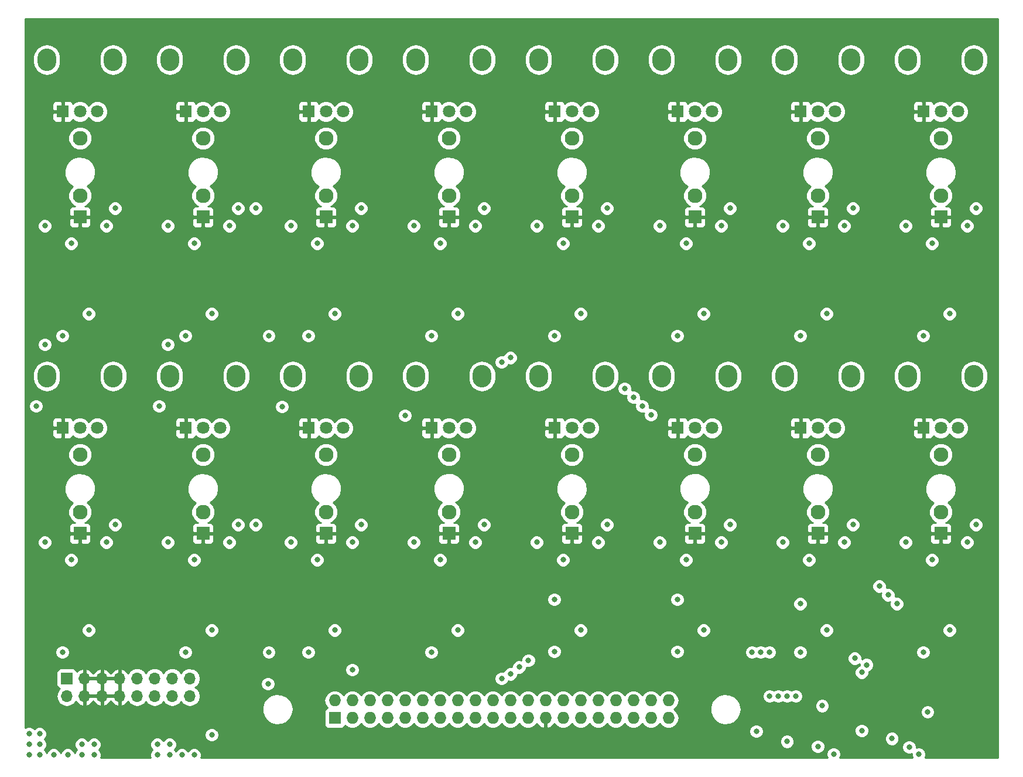
<source format=gbr>
G04 #@! TF.GenerationSoftware,KiCad,Pcbnew,(5.0.1-3-g963ef8bb5)*
G04 #@! TF.CreationDate,2020-08-17T13:32:48-04:00*
G04 #@! TF.ProjectId,Wave_Pool CV Input,576176655F506F6F6C20435620496E70,rev?*
G04 #@! TF.SameCoordinates,Original*
G04 #@! TF.FileFunction,Copper,L3,Inr,Signal*
G04 #@! TF.FilePolarity,Positive*
%FSLAX46Y46*%
G04 Gerber Fmt 4.6, Leading zero omitted, Abs format (unit mm)*
G04 Created by KiCad (PCBNEW (5.0.1-3-g963ef8bb5)) date Monday, August 17, 2020 at 01:32:48 PM*
%MOMM*%
%LPD*%
G01*
G04 APERTURE LIST*
G04 #@! TA.AperFunction,ViaPad*
%ADD10C,2.130000*%
G04 #@! TD*
G04 #@! TA.AperFunction,ViaPad*
%ADD11R,1.930000X1.830000*%
G04 #@! TD*
G04 #@! TA.AperFunction,ViaPad*
%ADD12R,1.700000X1.700000*%
G04 #@! TD*
G04 #@! TA.AperFunction,ViaPad*
%ADD13O,1.700000X1.700000*%
G04 #@! TD*
G04 #@! TA.AperFunction,ViaPad*
%ADD14O,2.720000X3.240000*%
G04 #@! TD*
G04 #@! TA.AperFunction,ViaPad*
%ADD15C,1.800000*%
G04 #@! TD*
G04 #@! TA.AperFunction,ViaPad*
%ADD16R,1.800000X1.800000*%
G04 #@! TD*
G04 #@! TA.AperFunction,ViaPad*
%ADD17R,1.727200X1.727200*%
G04 #@! TD*
G04 #@! TA.AperFunction,ViaPad*
%ADD18O,1.727200X1.727200*%
G04 #@! TD*
G04 #@! TA.AperFunction,ViaPad*
%ADD19C,0.800000*%
G04 #@! TD*
G04 #@! TA.AperFunction,Conductor*
%ADD20C,0.254000*%
G04 #@! TD*
G04 APERTURE END LIST*
D10*
G04 #@! TO.N,Net-(J14-Pad2)*
G04 #@! TO.C,J14*
X199010000Y-67160000D03*
D11*
G04 #@! TO.N,GND*
X199010000Y-70260000D03*
D10*
G04 #@! TO.N,Net-(J14-Pad3)*
X199010000Y-58860000D03*
G04 #@! TD*
G04 #@! TO.N,Net-(J12-Pad2)*
G04 #@! TO.C,J12*
X163450000Y-67160000D03*
D11*
G04 #@! TO.N,GND*
X163450000Y-70260000D03*
D10*
G04 #@! TO.N,Net-(J12-Pad3)*
X163450000Y-58860000D03*
G04 #@! TD*
G04 #@! TO.N,Net-(J13-Pad2)*
G04 #@! TO.C,J13*
X181230000Y-67160000D03*
D11*
G04 #@! TO.N,GND*
X181230000Y-70260000D03*
D10*
G04 #@! TO.N,Net-(J13-Pad3)*
X181230000Y-58860000D03*
G04 #@! TD*
G04 #@! TO.N,Net-(J3-Pad2)*
G04 #@! TO.C,J3*
X74550000Y-67160000D03*
D11*
G04 #@! TO.N,GND*
X74550000Y-70260000D03*
D10*
G04 #@! TO.N,Net-(J3-Pad3)*
X74550000Y-58860000D03*
G04 #@! TD*
G04 #@! TO.N,Net-(J4-Pad2)*
G04 #@! TO.C,J4*
X92330000Y-67160000D03*
D11*
G04 #@! TO.N,GND*
X92330000Y-70260000D03*
D10*
G04 #@! TO.N,Net-(J4-Pad3)*
X92330000Y-58860000D03*
G04 #@! TD*
G04 #@! TO.N,Net-(J5-Pad2)*
G04 #@! TO.C,J5*
X110110000Y-67160000D03*
D11*
G04 #@! TO.N,GND*
X110110000Y-70260000D03*
D10*
G04 #@! TO.N,Net-(J5-Pad3)*
X110110000Y-58860000D03*
G04 #@! TD*
G04 #@! TO.N,Net-(J6-Pad2)*
G04 #@! TO.C,J6*
X127890000Y-67160000D03*
D11*
G04 #@! TO.N,GND*
X127890000Y-70260000D03*
D10*
G04 #@! TO.N,Net-(J6-Pad3)*
X127890000Y-58860000D03*
G04 #@! TD*
G04 #@! TO.N,Net-(J7-Pad2)*
G04 #@! TO.C,J7*
X74550000Y-112880000D03*
D11*
G04 #@! TO.N,GND*
X74550000Y-115980000D03*
D10*
G04 #@! TO.N,Net-(J7-Pad3)*
X74550000Y-104580000D03*
G04 #@! TD*
G04 #@! TO.N,Net-(J8-Pad2)*
G04 #@! TO.C,J8*
X92330000Y-112880000D03*
D11*
G04 #@! TO.N,GND*
X92330000Y-115980000D03*
D10*
G04 #@! TO.N,Net-(J8-Pad3)*
X92330000Y-104580000D03*
G04 #@! TD*
G04 #@! TO.N,Net-(J9-Pad2)*
G04 #@! TO.C,J9*
X110110000Y-112880000D03*
D11*
G04 #@! TO.N,GND*
X110110000Y-115980000D03*
D10*
G04 #@! TO.N,Net-(J9-Pad3)*
X110110000Y-104580000D03*
G04 #@! TD*
G04 #@! TO.N,Net-(J10-Pad2)*
G04 #@! TO.C,J10*
X127890000Y-112880000D03*
D11*
G04 #@! TO.N,GND*
X127890000Y-115980000D03*
D10*
G04 #@! TO.N,Net-(J10-Pad3)*
X127890000Y-104580000D03*
G04 #@! TD*
G04 #@! TO.N,Net-(J11-Pad2)*
G04 #@! TO.C,J11*
X145670000Y-67160000D03*
D11*
G04 #@! TO.N,GND*
X145670000Y-70260000D03*
D10*
G04 #@! TO.N,Net-(J11-Pad3)*
X145670000Y-58860000D03*
G04 #@! TD*
G04 #@! TO.N,Net-(J15-Pad2)*
G04 #@! TO.C,J15*
X145670000Y-112880000D03*
D11*
G04 #@! TO.N,GND*
X145670000Y-115980000D03*
D10*
G04 #@! TO.N,Net-(J15-Pad3)*
X145670000Y-104580000D03*
G04 #@! TD*
G04 #@! TO.N,Net-(J16-Pad2)*
G04 #@! TO.C,J16*
X163450000Y-112880000D03*
D11*
G04 #@! TO.N,GND*
X163450000Y-115980000D03*
D10*
G04 #@! TO.N,Net-(J16-Pad3)*
X163450000Y-104580000D03*
G04 #@! TD*
G04 #@! TO.N,Net-(J17-Pad2)*
G04 #@! TO.C,J17*
X181230000Y-112880000D03*
D11*
G04 #@! TO.N,GND*
X181230000Y-115980000D03*
D10*
G04 #@! TO.N,Net-(J17-Pad3)*
X181230000Y-104580000D03*
G04 #@! TD*
G04 #@! TO.N,Net-(J18-Pad2)*
G04 #@! TO.C,J18*
X199010000Y-112880000D03*
D11*
G04 #@! TO.N,GND*
X199010000Y-115980000D03*
D10*
G04 #@! TO.N,Net-(J18-Pad3)*
X199010000Y-104580000D03*
G04 #@! TD*
D12*
G04 #@! TO.N,Net-(D2-Pad1)*
G04 #@! TO.C,J1*
X72645000Y-136935000D03*
D13*
X72645000Y-139475000D03*
G04 #@! TO.N,GND*
X75185000Y-136935000D03*
X75185000Y-139475000D03*
X77725000Y-136935000D03*
X77725000Y-139475000D03*
X80265000Y-136935000D03*
X80265000Y-139475000D03*
G04 #@! TO.N,Net-(D1-Pad2)*
X82805000Y-136935000D03*
X82805000Y-139475000D03*
G04 #@! TO.N,Net-(J1-Pad11)*
X85345000Y-136935000D03*
G04 #@! TO.N,Net-(J1-Pad12)*
X85345000Y-139475000D03*
G04 #@! TO.N,Net-(J1-Pad13)*
X87885000Y-136935000D03*
G04 #@! TO.N,Net-(J1-Pad14)*
X87885000Y-139475000D03*
G04 #@! TO.N,Net-(J1-Pad15)*
X90425000Y-136935000D03*
G04 #@! TO.N,Net-(J1-Pad16)*
X90425000Y-139475000D03*
G04 #@! TD*
D14*
G04 #@! TO.N,*
G04 #@! TO.C,RV1*
X69750000Y-47520000D03*
X79350000Y-47520000D03*
D15*
G04 #@! TO.N,Net-(R12-Pad1)*
X77050000Y-55020000D03*
G04 #@! TO.N,Net-(RV1-Pad2)*
X74550000Y-55020000D03*
D16*
G04 #@! TO.N,GND*
X72050000Y-55020000D03*
G04 #@! TD*
G04 #@! TO.N,GND*
G04 #@! TO.C,RV2*
X89830000Y-55020000D03*
D15*
G04 #@! TO.N,Net-(RV2-Pad2)*
X92330000Y-55020000D03*
G04 #@! TO.N,Net-(R15-Pad1)*
X94830000Y-55020000D03*
D14*
G04 #@! TO.N,*
X97130000Y-47520000D03*
X87530000Y-47520000D03*
G04 #@! TD*
G04 #@! TO.N,*
G04 #@! TO.C,RV3*
X105310000Y-47520000D03*
X114910000Y-47520000D03*
D15*
G04 #@! TO.N,Net-(R18-Pad1)*
X112610000Y-55020000D03*
G04 #@! TO.N,Net-(RV3-Pad2)*
X110110000Y-55020000D03*
D16*
G04 #@! TO.N,GND*
X107610000Y-55020000D03*
G04 #@! TD*
D14*
G04 #@! TO.N,*
G04 #@! TO.C,RV4*
X123090000Y-47520000D03*
X132690000Y-47520000D03*
D15*
G04 #@! TO.N,Net-(R21-Pad1)*
X130390000Y-55020000D03*
G04 #@! TO.N,Net-(RV4-Pad2)*
X127890000Y-55020000D03*
D16*
G04 #@! TO.N,GND*
X125390000Y-55020000D03*
G04 #@! TD*
G04 #@! TO.N,GND*
G04 #@! TO.C,RV5*
X72050000Y-100740000D03*
D15*
G04 #@! TO.N,Net-(RV5-Pad2)*
X74550000Y-100740000D03*
G04 #@! TO.N,Net-(R44-Pad1)*
X77050000Y-100740000D03*
D14*
G04 #@! TO.N,*
X79350000Y-93240000D03*
X69750000Y-93240000D03*
G04 #@! TD*
G04 #@! TO.N,*
G04 #@! TO.C,RV6*
X87530000Y-93240000D03*
X97130000Y-93240000D03*
D15*
G04 #@! TO.N,Net-(R47-Pad1)*
X94830000Y-100740000D03*
G04 #@! TO.N,Net-(RV6-Pad2)*
X92330000Y-100740000D03*
D16*
G04 #@! TO.N,GND*
X89830000Y-100740000D03*
G04 #@! TD*
D14*
G04 #@! TO.N,*
G04 #@! TO.C,RV7*
X105310000Y-93240000D03*
X114910000Y-93240000D03*
D15*
G04 #@! TO.N,Net-(R50-Pad1)*
X112610000Y-100740000D03*
G04 #@! TO.N,Net-(RV7-Pad2)*
X110110000Y-100740000D03*
D16*
G04 #@! TO.N,GND*
X107610000Y-100740000D03*
G04 #@! TD*
G04 #@! TO.N,GND*
G04 #@! TO.C,RV8*
X125390000Y-100740000D03*
D15*
G04 #@! TO.N,Net-(RV8-Pad2)*
X127890000Y-100740000D03*
G04 #@! TO.N,Net-(R53-Pad1)*
X130390000Y-100740000D03*
D14*
G04 #@! TO.N,*
X132690000Y-93240000D03*
X123090000Y-93240000D03*
G04 #@! TD*
D16*
G04 #@! TO.N,GND*
G04 #@! TO.C,RV9*
X143170000Y-55020000D03*
D15*
G04 #@! TO.N,Net-(RV9-Pad2)*
X145670000Y-55020000D03*
G04 #@! TO.N,Net-(R76-Pad1)*
X148170000Y-55020000D03*
D14*
G04 #@! TO.N,*
X150470000Y-47520000D03*
X140870000Y-47520000D03*
G04 #@! TD*
D16*
G04 #@! TO.N,GND*
G04 #@! TO.C,RV10*
X160950000Y-55020000D03*
D15*
G04 #@! TO.N,Net-(RV10-Pad2)*
X163450000Y-55020000D03*
G04 #@! TO.N,Net-(R79-Pad1)*
X165950000Y-55020000D03*
D14*
G04 #@! TO.N,*
X168250000Y-47520000D03*
X158650000Y-47520000D03*
G04 #@! TD*
G04 #@! TO.N,*
G04 #@! TO.C,RV11*
X176430000Y-47520000D03*
X186030000Y-47520000D03*
D15*
G04 #@! TO.N,Net-(R82-Pad1)*
X183730000Y-55020000D03*
G04 #@! TO.N,Net-(RV11-Pad2)*
X181230000Y-55020000D03*
D16*
G04 #@! TO.N,GND*
X178730000Y-55020000D03*
G04 #@! TD*
G04 #@! TO.N,GND*
G04 #@! TO.C,RV12*
X196510000Y-55020000D03*
D15*
G04 #@! TO.N,Net-(RV12-Pad2)*
X199010000Y-55020000D03*
G04 #@! TO.N,Net-(R85-Pad1)*
X201510000Y-55020000D03*
D14*
G04 #@! TO.N,*
X203810000Y-47520000D03*
X194210000Y-47520000D03*
G04 #@! TD*
G04 #@! TO.N,*
G04 #@! TO.C,RV13*
X140870000Y-93240000D03*
X150470000Y-93240000D03*
D15*
G04 #@! TO.N,Net-(R108-Pad1)*
X148170000Y-100740000D03*
G04 #@! TO.N,Net-(RV13-Pad2)*
X145670000Y-100740000D03*
D16*
G04 #@! TO.N,GND*
X143170000Y-100740000D03*
G04 #@! TD*
G04 #@! TO.N,GND*
G04 #@! TO.C,RV14*
X160950000Y-100740000D03*
D15*
G04 #@! TO.N,Net-(RV14-Pad2)*
X163450000Y-100740000D03*
G04 #@! TO.N,Net-(R111-Pad1)*
X165950000Y-100740000D03*
D14*
G04 #@! TO.N,*
X168250000Y-93240000D03*
X158650000Y-93240000D03*
G04 #@! TD*
G04 #@! TO.N,*
G04 #@! TO.C,RV15*
X176430000Y-93240000D03*
X186030000Y-93240000D03*
D15*
G04 #@! TO.N,Net-(R114-Pad1)*
X183730000Y-100740000D03*
G04 #@! TO.N,Net-(RV15-Pad2)*
X181230000Y-100740000D03*
D16*
G04 #@! TO.N,GND*
X178730000Y-100740000D03*
G04 #@! TD*
G04 #@! TO.N,GND*
G04 #@! TO.C,RV16*
X196510000Y-100740000D03*
D15*
G04 #@! TO.N,Net-(RV16-Pad2)*
X199010000Y-100740000D03*
G04 #@! TO.N,Net-(R117-Pad1)*
X201510000Y-100740000D03*
D14*
G04 #@! TO.N,*
X203810000Y-93240000D03*
X194210000Y-93240000D03*
G04 #@! TD*
D17*
G04 #@! TO.N,Net-(J2-Pad1)*
G04 #@! TO.C,J2*
X111380000Y-142650000D03*
D18*
G04 #@! TO.N,Net-(J2-Pad2)*
X111380000Y-140110000D03*
G04 #@! TO.N,Net-(J2-Pad3)*
X113920000Y-142650000D03*
G04 #@! TO.N,Net-(J2-Pad4)*
X113920000Y-140110000D03*
G04 #@! TO.N,Net-(J2-Pad5)*
X116460000Y-142650000D03*
G04 #@! TO.N,Net-(J2-Pad6)*
X116460000Y-140110000D03*
G04 #@! TO.N,Net-(J2-Pad7)*
X119000000Y-142650000D03*
G04 #@! TO.N,Net-(J2-Pad8)*
X119000000Y-140110000D03*
G04 #@! TO.N,Net-(J2-Pad9)*
X121540000Y-142650000D03*
G04 #@! TO.N,Net-(J2-Pad10)*
X121540000Y-140110000D03*
G04 #@! TO.N,Net-(J2-Pad11)*
X124080000Y-142650000D03*
G04 #@! TO.N,Net-(J2-Pad12)*
X124080000Y-140110000D03*
G04 #@! TO.N,Net-(J2-Pad13)*
X126620000Y-142650000D03*
G04 #@! TO.N,Net-(J2-Pad14)*
X126620000Y-140110000D03*
G04 #@! TO.N,Net-(J2-Pad15)*
X129160000Y-142650000D03*
G04 #@! TO.N,Net-(J2-Pad16)*
X129160000Y-140110000D03*
G04 #@! TO.N,+3V3*
X131700000Y-142650000D03*
G04 #@! TO.N,Net-(J2-Pad18)*
X131700000Y-140110000D03*
G04 #@! TO.N,/SPI_MOSI*
X134240000Y-142650000D03*
G04 #@! TO.N,Net-(J2-Pad20)*
X134240000Y-140110000D03*
G04 #@! TO.N,/SPI_MISO*
X136780000Y-142650000D03*
G04 #@! TO.N,Net-(J2-Pad22)*
X136780000Y-140110000D03*
G04 #@! TO.N,/SPI_CLK*
X139320000Y-142650000D03*
G04 #@! TO.N,/SPI_CE0*
X139320000Y-140110000D03*
G04 #@! TO.N,GND*
X141860000Y-142650000D03*
G04 #@! TO.N,/SPI_CE1*
X141860000Y-140110000D03*
G04 #@! TO.N,Net-(J2-Pad27)*
X144400000Y-142650000D03*
G04 #@! TO.N,Net-(J2-Pad28)*
X144400000Y-140110000D03*
G04 #@! TO.N,Net-(J2-Pad29)*
X146940000Y-142650000D03*
G04 #@! TO.N,Net-(J2-Pad30)*
X146940000Y-140110000D03*
G04 #@! TO.N,Net-(J2-Pad31)*
X149480000Y-142650000D03*
G04 #@! TO.N,Net-(J2-Pad32)*
X149480000Y-140110000D03*
G04 #@! TO.N,Net-(J2-Pad33)*
X152020000Y-142650000D03*
G04 #@! TO.N,Net-(J2-Pad34)*
X152020000Y-140110000D03*
G04 #@! TO.N,Net-(J2-Pad35)*
X154560000Y-142650000D03*
G04 #@! TO.N,Net-(J2-Pad36)*
X154560000Y-140110000D03*
G04 #@! TO.N,Net-(J2-Pad37)*
X157100000Y-142650000D03*
G04 #@! TO.N,Net-(J2-Pad38)*
X157100000Y-140110000D03*
G04 #@! TO.N,Net-(J2-Pad39)*
X159640000Y-142650000D03*
G04 #@! TO.N,Net-(J2-Pad40)*
X159640000Y-140110000D03*
G04 #@! TD*
D19*
G04 #@! TO.N,+12V*
X73280000Y-74070000D03*
X91060000Y-74070000D03*
X108840000Y-74070000D03*
X126620000Y-74070000D03*
X144400000Y-74070000D03*
X162180000Y-74070000D03*
X179960000Y-74070000D03*
X197740000Y-74070000D03*
X197740000Y-119790000D03*
X179960000Y-119790000D03*
X162180000Y-119790000D03*
X144400000Y-119790000D03*
X126620000Y-119790000D03*
X108840000Y-119790000D03*
X91060000Y-119790000D03*
X113920000Y-135665000D03*
X73280000Y-119790000D03*
X85726000Y-146460000D03*
X87504000Y-146460000D03*
X85726000Y-147984000D03*
X87504000Y-147984000D03*
X89282000Y-147984000D03*
X91060000Y-147984000D03*
X93600000Y-145063000D03*
G04 #@! TO.N,GND*
X186183000Y-142904000D03*
X191898000Y-140618000D03*
X111380000Y-86135000D03*
X98045000Y-82960000D03*
X129160000Y-86135000D03*
X75820000Y-86135000D03*
X75820000Y-131855000D03*
X93600000Y-131855000D03*
X98045000Y-128680000D03*
X133605000Y-128680000D03*
X151385000Y-128680000D03*
X169165000Y-128680000D03*
X186945000Y-128680000D03*
X146940000Y-86135000D03*
X164720000Y-86135000D03*
X182500000Y-86135000D03*
X200280000Y-86135000D03*
X200280000Y-131855000D03*
X182500000Y-131855000D03*
X146940000Y-131855000D03*
X129160000Y-131855000D03*
X111380000Y-131855000D03*
X93600000Y-86135000D03*
X164720000Y-131764990D03*
X184405000Y-143285000D03*
X113285000Y-137570000D03*
X98045000Y-141380000D03*
X93346000Y-147730000D03*
X171832000Y-146025980D03*
X189993000Y-140618000D03*
X188088000Y-140618000D03*
X188088000Y-142904000D03*
X186183000Y-140618000D03*
X184405000Y-140618000D03*
G04 #@! TO.N,-12V*
X111380000Y-84230000D03*
X93600000Y-84230000D03*
X75820000Y-84230000D03*
X129160000Y-84230000D03*
X93600000Y-129950000D03*
X75820000Y-129950000D03*
X111380000Y-129950000D03*
X129160000Y-129950000D03*
X146940000Y-129950000D03*
X164720000Y-129950000D03*
X182500000Y-129950000D03*
X200280000Y-129950000D03*
X200280000Y-84230000D03*
X146940000Y-84230000D03*
X164720000Y-84230000D03*
X182500000Y-84230000D03*
X101728000Y-137697000D03*
X76582000Y-146460000D03*
X76582000Y-147984000D03*
X74804000Y-147984000D03*
X74804000Y-146460000D03*
X67184000Y-147984000D03*
X67184000Y-146460000D03*
X67184000Y-144936000D03*
X68708000Y-147984000D03*
X68708000Y-146460000D03*
X68708000Y-144936000D03*
X72772000Y-147984000D03*
X70740002Y-147984000D03*
G04 #@! TO.N,+3V3*
X172340000Y-144555000D03*
X187580000Y-144464990D03*
G04 #@! TO.N,Vref*
X125350000Y-87405000D03*
X143130000Y-87405000D03*
X160910000Y-87405000D03*
X178690000Y-87405000D03*
X196470000Y-87405000D03*
X125350000Y-133125000D03*
X196470000Y-133125000D03*
X89790000Y-133125000D03*
X72010000Y-133125000D03*
X107570000Y-133125000D03*
X107570000Y-87405000D03*
X72010000Y-87405000D03*
X101855000Y-133125000D03*
X89790000Y-87405000D03*
X178690000Y-133125006D03*
X160910000Y-133034990D03*
X143130000Y-133034990D03*
X191955381Y-145611759D03*
X101855008Y-87405000D03*
X176785000Y-146025980D03*
G04 #@! TO.N,DC_Offset*
X115190000Y-68990000D03*
X132970000Y-68990000D03*
X132970000Y-114710000D03*
X150750000Y-114710000D03*
X168530000Y-114710000D03*
X186310000Y-114710000D03*
X204090000Y-114710000D03*
X150750000Y-68990000D03*
X168530000Y-68990000D03*
X186310000Y-68990000D03*
X204090000Y-68990000D03*
X79630000Y-114710000D03*
X97410000Y-114710000D03*
X97410000Y-68990000D03*
X99950000Y-68990000D03*
X79630000Y-68990000D03*
X115190000Y-114710000D03*
X99950000Y-114710000D03*
G04 #@! TO.N,/CV Input 1-4/CV1*
X69470000Y-88675000D03*
X135510000Y-91215000D03*
X174245000Y-139475000D03*
X135510000Y-136935000D03*
G04 #@! TO.N,/CV Input 1-4/CV2*
X87250000Y-88675000D03*
X136780000Y-90580004D03*
X175515000Y-139475000D03*
X136780000Y-136300000D03*
G04 #@! TO.N,/CV Input 1-4/CV3*
X176785000Y-139475010D03*
X138050000Y-135284006D03*
G04 #@! TO.N,/CV Input 1-4/CV4*
X178055000Y-139475000D03*
X139392115Y-134304990D03*
G04 #@! TO.N,/CV Input 5-8/CV5*
X68200000Y-97565000D03*
X153290000Y-95025000D03*
G04 #@! TO.N,/CV Input 5-8/CV6*
X154560000Y-96295000D03*
X85980000Y-97565004D03*
G04 #@! TO.N,/CV Input 5-8/CV7*
X155830000Y-97565016D03*
X103760000Y-97655010D03*
G04 #@! TO.N,/CV Input 5-8/CV8*
X157100000Y-98835000D03*
X121540000Y-98925010D03*
G04 #@! TO.N,/CV Input 9-12/CV9*
X171705000Y-133125000D03*
X187580000Y-136046000D03*
G04 #@! TO.N,/CV Input 9-12/CV10*
X188287121Y-134957890D03*
X172975000Y-133125000D03*
G04 #@! TO.N,/CV Input 9-12/CV11*
X174245000Y-133125000D03*
X186564000Y-134014000D03*
G04 #@! TO.N,/CV Input 13-16/CV13*
X143130000Y-125505000D03*
X190120000Y-123600000D03*
G04 #@! TO.N,/CV Input 13-16/CV14*
X160910000Y-125505000D03*
X191389990Y-124870000D03*
G04 #@! TO.N,/CV Input 13-16/CV15*
X178690000Y-126139994D03*
X192660001Y-126139999D03*
G04 #@! TO.N,/SPI_MOSI*
X195834998Y-147857000D03*
X183516000Y-147856998D03*
G04 #@! TO.N,/SPI_MISO*
X181230000Y-146750990D03*
X194438000Y-146841000D03*
G04 #@! TO.N,/SPI_CE0*
X181865000Y-140872000D03*
G04 #@! TO.N,/SPI_CE1*
X197105000Y-141761000D03*
G04 #@! TO.N,Net-(R12-Pad2)*
X69470000Y-71530000D03*
X78360000Y-71530000D03*
G04 #@! TO.N,Net-(R15-Pad2)*
X96140000Y-71530000D03*
X87250000Y-71530000D03*
G04 #@! TO.N,Net-(R18-Pad2)*
X105030000Y-71530000D03*
X113920000Y-71530000D03*
G04 #@! TO.N,Net-(R21-Pad2)*
X131700000Y-71530000D03*
X122810000Y-71530000D03*
G04 #@! TO.N,Net-(R44-Pad2)*
X69470000Y-117250000D03*
X78360000Y-117250000D03*
G04 #@! TO.N,Net-(R47-Pad2)*
X87250000Y-117250000D03*
X96140000Y-117250000D03*
G04 #@! TO.N,Net-(R50-Pad2)*
X113920000Y-117250000D03*
X105030000Y-117250000D03*
G04 #@! TO.N,Net-(R53-Pad2)*
X122810000Y-117250000D03*
X131700000Y-117250000D03*
G04 #@! TO.N,Net-(R76-Pad2)*
X140590000Y-71530000D03*
X149480000Y-71530000D03*
G04 #@! TO.N,Net-(R79-Pad2)*
X158370000Y-71530000D03*
X167260000Y-71530000D03*
G04 #@! TO.N,Net-(R82-Pad2)*
X176150000Y-71530000D03*
X185040000Y-71530000D03*
G04 #@! TO.N,Net-(R85-Pad2)*
X193930000Y-71530000D03*
X202820000Y-71530000D03*
G04 #@! TO.N,Net-(R108-Pad2)*
X140590000Y-117250000D03*
X149480000Y-117250000D03*
G04 #@! TO.N,Net-(R111-Pad2)*
X158370000Y-117250000D03*
X167260000Y-117250000D03*
G04 #@! TO.N,Net-(R114-Pad2)*
X176150000Y-117250000D03*
X185040000Y-117250000D03*
G04 #@! TO.N,Net-(R117-Pad2)*
X193930000Y-117250000D03*
X202820000Y-117250000D03*
G04 #@! TD*
D20*
G04 #@! TO.N,GND*
G36*
X207260000Y-148360000D02*
X196746925Y-148360000D01*
X196869998Y-148062874D01*
X196869998Y-147651126D01*
X196712429Y-147270720D01*
X196421278Y-146979569D01*
X196040872Y-146822000D01*
X195629124Y-146822000D01*
X195473000Y-146886669D01*
X195473000Y-146635126D01*
X195315431Y-146254720D01*
X195024280Y-145963569D01*
X194643874Y-145806000D01*
X194232126Y-145806000D01*
X193851720Y-145963569D01*
X193560569Y-146254720D01*
X193403000Y-146635126D01*
X193403000Y-147046874D01*
X193560569Y-147427280D01*
X193851720Y-147718431D01*
X194232126Y-147876000D01*
X194643874Y-147876000D01*
X194799998Y-147811331D01*
X194799998Y-148062874D01*
X194923071Y-148360000D01*
X184427926Y-148360000D01*
X184551000Y-148062872D01*
X184551000Y-147651124D01*
X184393431Y-147270718D01*
X184102280Y-146979567D01*
X183721874Y-146821998D01*
X183310126Y-146821998D01*
X182929720Y-146979567D01*
X182638569Y-147270718D01*
X182481000Y-147651124D01*
X182481000Y-148062872D01*
X182604074Y-148360000D01*
X92024532Y-148360000D01*
X92095000Y-148189874D01*
X92095000Y-147778126D01*
X91937431Y-147397720D01*
X91646280Y-147106569D01*
X91265874Y-146949000D01*
X90854126Y-146949000D01*
X90473720Y-147106569D01*
X90182569Y-147397720D01*
X90171000Y-147425650D01*
X90159431Y-147397720D01*
X89868280Y-147106569D01*
X89487874Y-146949000D01*
X89076126Y-146949000D01*
X88695720Y-147106569D01*
X88404569Y-147397720D01*
X88393000Y-147425650D01*
X88381431Y-147397720D01*
X88205711Y-147222000D01*
X88381431Y-147046280D01*
X88539000Y-146665874D01*
X88539000Y-146254126D01*
X88381431Y-145873720D01*
X88090280Y-145582569D01*
X87709874Y-145425000D01*
X87298126Y-145425000D01*
X86917720Y-145582569D01*
X86626569Y-145873720D01*
X86615000Y-145901650D01*
X86603431Y-145873720D01*
X86312280Y-145582569D01*
X85931874Y-145425000D01*
X85520126Y-145425000D01*
X85139720Y-145582569D01*
X84848569Y-145873720D01*
X84691000Y-146254126D01*
X84691000Y-146665874D01*
X84848569Y-147046280D01*
X85024289Y-147222000D01*
X84848569Y-147397720D01*
X84691000Y-147778126D01*
X84691000Y-148189874D01*
X84761468Y-148360000D01*
X77546532Y-148360000D01*
X77617000Y-148189874D01*
X77617000Y-147778126D01*
X77459431Y-147397720D01*
X77283711Y-147222000D01*
X77459431Y-147046280D01*
X77617000Y-146665874D01*
X77617000Y-146254126D01*
X77459431Y-145873720D01*
X77168280Y-145582569D01*
X76787874Y-145425000D01*
X76376126Y-145425000D01*
X75995720Y-145582569D01*
X75704569Y-145873720D01*
X75693000Y-145901650D01*
X75681431Y-145873720D01*
X75390280Y-145582569D01*
X75009874Y-145425000D01*
X74598126Y-145425000D01*
X74217720Y-145582569D01*
X73926569Y-145873720D01*
X73769000Y-146254126D01*
X73769000Y-146665874D01*
X73926569Y-147046280D01*
X74102289Y-147222000D01*
X73926569Y-147397720D01*
X73788000Y-147732256D01*
X73649431Y-147397720D01*
X73358280Y-147106569D01*
X72977874Y-146949000D01*
X72566126Y-146949000D01*
X72185720Y-147106569D01*
X71894569Y-147397720D01*
X71756001Y-147732253D01*
X71617433Y-147397720D01*
X71326282Y-147106569D01*
X70945876Y-146949000D01*
X70534128Y-146949000D01*
X70153722Y-147106569D01*
X69862571Y-147397720D01*
X69724001Y-147732258D01*
X69585431Y-147397720D01*
X69409711Y-147222000D01*
X69585431Y-147046280D01*
X69743000Y-146665874D01*
X69743000Y-146254126D01*
X69585431Y-145873720D01*
X69409711Y-145698000D01*
X69585431Y-145522280D01*
X69743000Y-145141874D01*
X69743000Y-144857126D01*
X92565000Y-144857126D01*
X92565000Y-145268874D01*
X92722569Y-145649280D01*
X93013720Y-145940431D01*
X93394126Y-146098000D01*
X93805874Y-146098000D01*
X94186280Y-145940431D01*
X94306605Y-145820106D01*
X175750000Y-145820106D01*
X175750000Y-146231854D01*
X175907569Y-146612260D01*
X176198720Y-146903411D01*
X176579126Y-147060980D01*
X176990874Y-147060980D01*
X177371280Y-146903411D01*
X177662431Y-146612260D01*
X177690242Y-146545116D01*
X180195000Y-146545116D01*
X180195000Y-146956864D01*
X180352569Y-147337270D01*
X180643720Y-147628421D01*
X181024126Y-147785990D01*
X181435874Y-147785990D01*
X181816280Y-147628421D01*
X182107431Y-147337270D01*
X182265000Y-146956864D01*
X182265000Y-146545116D01*
X182107431Y-146164710D01*
X181816280Y-145873559D01*
X181435874Y-145715990D01*
X181024126Y-145715990D01*
X180643720Y-145873559D01*
X180352569Y-146164710D01*
X180195000Y-146545116D01*
X177690242Y-146545116D01*
X177820000Y-146231854D01*
X177820000Y-145820106D01*
X177662431Y-145439700D01*
X177371280Y-145148549D01*
X176990874Y-144990980D01*
X176579126Y-144990980D01*
X176198720Y-145148549D01*
X175907569Y-145439700D01*
X175750000Y-145820106D01*
X94306605Y-145820106D01*
X94477431Y-145649280D01*
X94635000Y-145268874D01*
X94635000Y-144857126D01*
X94477431Y-144476720D01*
X94349837Y-144349126D01*
X171305000Y-144349126D01*
X171305000Y-144760874D01*
X171462569Y-145141280D01*
X171753720Y-145432431D01*
X172134126Y-145590000D01*
X172545874Y-145590000D01*
X172926280Y-145432431D01*
X173217431Y-145141280D01*
X173375000Y-144760874D01*
X173375000Y-144349126D01*
X173337717Y-144259116D01*
X186545000Y-144259116D01*
X186545000Y-144670864D01*
X186702569Y-145051270D01*
X186993720Y-145342421D01*
X187374126Y-145499990D01*
X187785874Y-145499990D01*
X188013064Y-145405885D01*
X190920381Y-145405885D01*
X190920381Y-145817633D01*
X191077950Y-146198039D01*
X191369101Y-146489190D01*
X191749507Y-146646759D01*
X192161255Y-146646759D01*
X192541661Y-146489190D01*
X192832812Y-146198039D01*
X192990381Y-145817633D01*
X192990381Y-145405885D01*
X192832812Y-145025479D01*
X192541661Y-144734328D01*
X192161255Y-144576759D01*
X191749507Y-144576759D01*
X191369101Y-144734328D01*
X191077950Y-145025479D01*
X190920381Y-145405885D01*
X188013064Y-145405885D01*
X188166280Y-145342421D01*
X188457431Y-145051270D01*
X188615000Y-144670864D01*
X188615000Y-144259116D01*
X188457431Y-143878710D01*
X188166280Y-143587559D01*
X187785874Y-143429990D01*
X187374126Y-143429990D01*
X186993720Y-143587559D01*
X186702569Y-143878710D01*
X186545000Y-144259116D01*
X173337717Y-144259116D01*
X173217431Y-143968720D01*
X172926280Y-143677569D01*
X172545874Y-143520000D01*
X172134126Y-143520000D01*
X171753720Y-143677569D01*
X171462569Y-143968720D01*
X171305000Y-144349126D01*
X94349837Y-144349126D01*
X94186280Y-144185569D01*
X93805874Y-144028000D01*
X93394126Y-144028000D01*
X93013720Y-144185569D01*
X92722569Y-144476720D01*
X92565000Y-144857126D01*
X69743000Y-144857126D01*
X69743000Y-144730126D01*
X69585431Y-144349720D01*
X69294280Y-144058569D01*
X68913874Y-143901000D01*
X68502126Y-143901000D01*
X68121720Y-144058569D01*
X67946000Y-144234289D01*
X67770280Y-144058569D01*
X67389874Y-143901000D01*
X66978126Y-143901000D01*
X66640000Y-144041056D01*
X66640000Y-141027240D01*
X100897763Y-141027240D01*
X100903578Y-141767700D01*
X101148928Y-142466355D01*
X101607357Y-143047868D01*
X102229432Y-143449537D01*
X102948075Y-143628049D01*
X103685796Y-143564155D01*
X104363046Y-143264746D01*
X104906800Y-142762105D01*
X105258422Y-142110434D01*
X105380000Y-141380000D01*
X105379722Y-141344580D01*
X105246686Y-140616146D01*
X104963231Y-140110000D01*
X109852041Y-140110000D01*
X109968350Y-140694725D01*
X110294651Y-141183068D01*
X110268635Y-141188243D01*
X110058591Y-141328591D01*
X109918243Y-141538635D01*
X109868960Y-141786400D01*
X109868960Y-143513600D01*
X109918243Y-143761365D01*
X110058591Y-143971409D01*
X110268635Y-144111757D01*
X110516400Y-144161040D01*
X112243600Y-144161040D01*
X112491365Y-144111757D01*
X112701409Y-143971409D01*
X112841757Y-143761365D01*
X112846932Y-143735349D01*
X113335275Y-144061650D01*
X113772402Y-144148600D01*
X114067598Y-144148600D01*
X114504725Y-144061650D01*
X115000430Y-143730430D01*
X115190000Y-143446719D01*
X115379570Y-143730430D01*
X115875275Y-144061650D01*
X116312402Y-144148600D01*
X116607598Y-144148600D01*
X117044725Y-144061650D01*
X117540430Y-143730430D01*
X117730000Y-143446719D01*
X117919570Y-143730430D01*
X118415275Y-144061650D01*
X118852402Y-144148600D01*
X119147598Y-144148600D01*
X119584725Y-144061650D01*
X120080430Y-143730430D01*
X120270000Y-143446719D01*
X120459570Y-143730430D01*
X120955275Y-144061650D01*
X121392402Y-144148600D01*
X121687598Y-144148600D01*
X122124725Y-144061650D01*
X122620430Y-143730430D01*
X122810000Y-143446719D01*
X122999570Y-143730430D01*
X123495275Y-144061650D01*
X123932402Y-144148600D01*
X124227598Y-144148600D01*
X124664725Y-144061650D01*
X125160430Y-143730430D01*
X125350000Y-143446719D01*
X125539570Y-143730430D01*
X126035275Y-144061650D01*
X126472402Y-144148600D01*
X126767598Y-144148600D01*
X127204725Y-144061650D01*
X127700430Y-143730430D01*
X127890000Y-143446719D01*
X128079570Y-143730430D01*
X128575275Y-144061650D01*
X129012402Y-144148600D01*
X129307598Y-144148600D01*
X129744725Y-144061650D01*
X130240430Y-143730430D01*
X130430000Y-143446719D01*
X130619570Y-143730430D01*
X131115275Y-144061650D01*
X131552402Y-144148600D01*
X131847598Y-144148600D01*
X132284725Y-144061650D01*
X132780430Y-143730430D01*
X132970000Y-143446719D01*
X133159570Y-143730430D01*
X133655275Y-144061650D01*
X134092402Y-144148600D01*
X134387598Y-144148600D01*
X134824725Y-144061650D01*
X135320430Y-143730430D01*
X135510000Y-143446719D01*
X135699570Y-143730430D01*
X136195275Y-144061650D01*
X136632402Y-144148600D01*
X136927598Y-144148600D01*
X137364725Y-144061650D01*
X137860430Y-143730430D01*
X138050000Y-143446719D01*
X138239570Y-143730430D01*
X138735275Y-144061650D01*
X139172402Y-144148600D01*
X139467598Y-144148600D01*
X139904725Y-144061650D01*
X140400430Y-143730430D01*
X140601854Y-143428979D01*
X140653179Y-143538490D01*
X141085053Y-143932688D01*
X141500974Y-144104958D01*
X141733000Y-143983817D01*
X141733000Y-142777000D01*
X141713000Y-142777000D01*
X141713000Y-142523000D01*
X141733000Y-142523000D01*
X141733000Y-142503000D01*
X141987000Y-142503000D01*
X141987000Y-142523000D01*
X142007000Y-142523000D01*
X142007000Y-142777000D01*
X141987000Y-142777000D01*
X141987000Y-143983817D01*
X142219026Y-144104958D01*
X142634947Y-143932688D01*
X143066821Y-143538490D01*
X143118146Y-143428979D01*
X143319570Y-143730430D01*
X143815275Y-144061650D01*
X144252402Y-144148600D01*
X144547598Y-144148600D01*
X144984725Y-144061650D01*
X145480430Y-143730430D01*
X145670000Y-143446719D01*
X145859570Y-143730430D01*
X146355275Y-144061650D01*
X146792402Y-144148600D01*
X147087598Y-144148600D01*
X147524725Y-144061650D01*
X148020430Y-143730430D01*
X148210000Y-143446719D01*
X148399570Y-143730430D01*
X148895275Y-144061650D01*
X149332402Y-144148600D01*
X149627598Y-144148600D01*
X150064725Y-144061650D01*
X150560430Y-143730430D01*
X150750000Y-143446719D01*
X150939570Y-143730430D01*
X151435275Y-144061650D01*
X151872402Y-144148600D01*
X152167598Y-144148600D01*
X152604725Y-144061650D01*
X153100430Y-143730430D01*
X153290000Y-143446719D01*
X153479570Y-143730430D01*
X153975275Y-144061650D01*
X154412402Y-144148600D01*
X154707598Y-144148600D01*
X155144725Y-144061650D01*
X155640430Y-143730430D01*
X155830000Y-143446719D01*
X156019570Y-143730430D01*
X156515275Y-144061650D01*
X156952402Y-144148600D01*
X157247598Y-144148600D01*
X157684725Y-144061650D01*
X158180430Y-143730430D01*
X158370000Y-143446719D01*
X158559570Y-143730430D01*
X159055275Y-144061650D01*
X159492402Y-144148600D01*
X159787598Y-144148600D01*
X160224725Y-144061650D01*
X160720430Y-143730430D01*
X161051650Y-143234725D01*
X161167959Y-142650000D01*
X161051650Y-142065275D01*
X160720430Y-141569570D01*
X160436719Y-141380000D01*
X160720430Y-141190430D01*
X160829470Y-141027240D01*
X165667763Y-141027240D01*
X165673578Y-141767700D01*
X165918928Y-142466355D01*
X166377357Y-143047868D01*
X166999432Y-143449537D01*
X167718075Y-143628049D01*
X168455796Y-143564155D01*
X169133046Y-143264746D01*
X169676800Y-142762105D01*
X170028422Y-142110434D01*
X170150000Y-141380000D01*
X170149722Y-141344580D01*
X170025814Y-140666126D01*
X180830000Y-140666126D01*
X180830000Y-141077874D01*
X180987569Y-141458280D01*
X181278720Y-141749431D01*
X181659126Y-141907000D01*
X182070874Y-141907000D01*
X182451280Y-141749431D01*
X182645585Y-141555126D01*
X196070000Y-141555126D01*
X196070000Y-141966874D01*
X196227569Y-142347280D01*
X196518720Y-142638431D01*
X196899126Y-142796000D01*
X197310874Y-142796000D01*
X197691280Y-142638431D01*
X197982431Y-142347280D01*
X198140000Y-141966874D01*
X198140000Y-141555126D01*
X197982431Y-141174720D01*
X197691280Y-140883569D01*
X197310874Y-140726000D01*
X196899126Y-140726000D01*
X196518720Y-140883569D01*
X196227569Y-141174720D01*
X196070000Y-141555126D01*
X182645585Y-141555126D01*
X182742431Y-141458280D01*
X182900000Y-141077874D01*
X182900000Y-140666126D01*
X182742431Y-140285720D01*
X182451280Y-139994569D01*
X182070874Y-139837000D01*
X181659126Y-139837000D01*
X181278720Y-139994569D01*
X180987569Y-140285720D01*
X180830000Y-140666126D01*
X170025814Y-140666126D01*
X170016686Y-140616146D01*
X169654871Y-139970078D01*
X169103289Y-139476041D01*
X168614644Y-139269126D01*
X173210000Y-139269126D01*
X173210000Y-139680874D01*
X173367569Y-140061280D01*
X173658720Y-140352431D01*
X174039126Y-140510000D01*
X174450874Y-140510000D01*
X174831280Y-140352431D01*
X174880000Y-140303711D01*
X174928720Y-140352431D01*
X175309126Y-140510000D01*
X175720874Y-140510000D01*
X176101280Y-140352431D01*
X176149995Y-140303716D01*
X176198720Y-140352441D01*
X176579126Y-140510010D01*
X176990874Y-140510010D01*
X177371280Y-140352441D01*
X177420005Y-140303716D01*
X177468720Y-140352431D01*
X177849126Y-140510000D01*
X178260874Y-140510000D01*
X178641280Y-140352431D01*
X178932431Y-140061280D01*
X179090000Y-139680874D01*
X179090000Y-139269126D01*
X178932431Y-138888720D01*
X178641280Y-138597569D01*
X178260874Y-138440000D01*
X177849126Y-138440000D01*
X177468720Y-138597569D01*
X177419995Y-138646294D01*
X177371280Y-138597579D01*
X176990874Y-138440010D01*
X176579126Y-138440010D01*
X176198720Y-138597579D01*
X176150005Y-138646294D01*
X176101280Y-138597569D01*
X175720874Y-138440000D01*
X175309126Y-138440000D01*
X174928720Y-138597569D01*
X174880000Y-138646289D01*
X174831280Y-138597569D01*
X174450874Y-138440000D01*
X174039126Y-138440000D01*
X173658720Y-138597569D01*
X173367569Y-138888720D01*
X173210000Y-139269126D01*
X168614644Y-139269126D01*
X168421419Y-139187306D01*
X167682786Y-139135008D01*
X166967035Y-139324786D01*
X166351346Y-139736176D01*
X165902109Y-140324818D01*
X165667763Y-141027240D01*
X160829470Y-141027240D01*
X161051650Y-140694725D01*
X161167959Y-140110000D01*
X161051650Y-139525275D01*
X160720430Y-139029570D01*
X160224725Y-138698350D01*
X159787598Y-138611400D01*
X159492402Y-138611400D01*
X159055275Y-138698350D01*
X158559570Y-139029570D01*
X158370000Y-139313281D01*
X158180430Y-139029570D01*
X157684725Y-138698350D01*
X157247598Y-138611400D01*
X156952402Y-138611400D01*
X156515275Y-138698350D01*
X156019570Y-139029570D01*
X155830000Y-139313281D01*
X155640430Y-139029570D01*
X155144725Y-138698350D01*
X154707598Y-138611400D01*
X154412402Y-138611400D01*
X153975275Y-138698350D01*
X153479570Y-139029570D01*
X153290000Y-139313281D01*
X153100430Y-139029570D01*
X152604725Y-138698350D01*
X152167598Y-138611400D01*
X151872402Y-138611400D01*
X151435275Y-138698350D01*
X150939570Y-139029570D01*
X150750000Y-139313281D01*
X150560430Y-139029570D01*
X150064725Y-138698350D01*
X149627598Y-138611400D01*
X149332402Y-138611400D01*
X148895275Y-138698350D01*
X148399570Y-139029570D01*
X148210000Y-139313281D01*
X148020430Y-139029570D01*
X147524725Y-138698350D01*
X147087598Y-138611400D01*
X146792402Y-138611400D01*
X146355275Y-138698350D01*
X145859570Y-139029570D01*
X145670000Y-139313281D01*
X145480430Y-139029570D01*
X144984725Y-138698350D01*
X144547598Y-138611400D01*
X144252402Y-138611400D01*
X143815275Y-138698350D01*
X143319570Y-139029570D01*
X143130000Y-139313281D01*
X142940430Y-139029570D01*
X142444725Y-138698350D01*
X142007598Y-138611400D01*
X141712402Y-138611400D01*
X141275275Y-138698350D01*
X140779570Y-139029570D01*
X140590000Y-139313281D01*
X140400430Y-139029570D01*
X139904725Y-138698350D01*
X139467598Y-138611400D01*
X139172402Y-138611400D01*
X138735275Y-138698350D01*
X138239570Y-139029570D01*
X138050000Y-139313281D01*
X137860430Y-139029570D01*
X137364725Y-138698350D01*
X136927598Y-138611400D01*
X136632402Y-138611400D01*
X136195275Y-138698350D01*
X135699570Y-139029570D01*
X135510000Y-139313281D01*
X135320430Y-139029570D01*
X134824725Y-138698350D01*
X134387598Y-138611400D01*
X134092402Y-138611400D01*
X133655275Y-138698350D01*
X133159570Y-139029570D01*
X132970000Y-139313281D01*
X132780430Y-139029570D01*
X132284725Y-138698350D01*
X131847598Y-138611400D01*
X131552402Y-138611400D01*
X131115275Y-138698350D01*
X130619570Y-139029570D01*
X130430000Y-139313281D01*
X130240430Y-139029570D01*
X129744725Y-138698350D01*
X129307598Y-138611400D01*
X129012402Y-138611400D01*
X128575275Y-138698350D01*
X128079570Y-139029570D01*
X127890000Y-139313281D01*
X127700430Y-139029570D01*
X127204725Y-138698350D01*
X126767598Y-138611400D01*
X126472402Y-138611400D01*
X126035275Y-138698350D01*
X125539570Y-139029570D01*
X125350000Y-139313281D01*
X125160430Y-139029570D01*
X124664725Y-138698350D01*
X124227598Y-138611400D01*
X123932402Y-138611400D01*
X123495275Y-138698350D01*
X122999570Y-139029570D01*
X122810000Y-139313281D01*
X122620430Y-139029570D01*
X122124725Y-138698350D01*
X121687598Y-138611400D01*
X121392402Y-138611400D01*
X120955275Y-138698350D01*
X120459570Y-139029570D01*
X120270000Y-139313281D01*
X120080430Y-139029570D01*
X119584725Y-138698350D01*
X119147598Y-138611400D01*
X118852402Y-138611400D01*
X118415275Y-138698350D01*
X117919570Y-139029570D01*
X117730000Y-139313281D01*
X117540430Y-139029570D01*
X117044725Y-138698350D01*
X116607598Y-138611400D01*
X116312402Y-138611400D01*
X115875275Y-138698350D01*
X115379570Y-139029570D01*
X115190000Y-139313281D01*
X115000430Y-139029570D01*
X114504725Y-138698350D01*
X114067598Y-138611400D01*
X113772402Y-138611400D01*
X113335275Y-138698350D01*
X112839570Y-139029570D01*
X112650000Y-139313281D01*
X112460430Y-139029570D01*
X111964725Y-138698350D01*
X111527598Y-138611400D01*
X111232402Y-138611400D01*
X110795275Y-138698350D01*
X110299570Y-139029570D01*
X109968350Y-139525275D01*
X109852041Y-140110000D01*
X104963231Y-140110000D01*
X104884871Y-139970078D01*
X104333289Y-139476041D01*
X103651419Y-139187306D01*
X102912786Y-139135008D01*
X102197035Y-139324786D01*
X101581346Y-139736176D01*
X101132109Y-140324818D01*
X100897763Y-141027240D01*
X66640000Y-141027240D01*
X66640000Y-139475000D01*
X71130908Y-139475000D01*
X71246161Y-140054418D01*
X71574375Y-140545625D01*
X72065582Y-140873839D01*
X72498744Y-140960000D01*
X72791256Y-140960000D01*
X73224418Y-140873839D01*
X73715625Y-140545625D01*
X73928843Y-140226522D01*
X73989817Y-140356358D01*
X74418076Y-140746645D01*
X74828110Y-140916476D01*
X75058000Y-140795155D01*
X75058000Y-139602000D01*
X75312000Y-139602000D01*
X75312000Y-140795155D01*
X75541890Y-140916476D01*
X75951924Y-140746645D01*
X76380183Y-140356358D01*
X76455000Y-140197046D01*
X76529817Y-140356358D01*
X76958076Y-140746645D01*
X77368110Y-140916476D01*
X77598000Y-140795155D01*
X77598000Y-139602000D01*
X77852000Y-139602000D01*
X77852000Y-140795155D01*
X78081890Y-140916476D01*
X78491924Y-140746645D01*
X78920183Y-140356358D01*
X78995000Y-140197046D01*
X79069817Y-140356358D01*
X79498076Y-140746645D01*
X79908110Y-140916476D01*
X80138000Y-140795155D01*
X80138000Y-139602000D01*
X77852000Y-139602000D01*
X77598000Y-139602000D01*
X75312000Y-139602000D01*
X75058000Y-139602000D01*
X75038000Y-139602000D01*
X75038000Y-139348000D01*
X75058000Y-139348000D01*
X75058000Y-137062000D01*
X75312000Y-137062000D01*
X75312000Y-139348000D01*
X77598000Y-139348000D01*
X77598000Y-137062000D01*
X77852000Y-137062000D01*
X77852000Y-139348000D01*
X80138000Y-139348000D01*
X80138000Y-137062000D01*
X77852000Y-137062000D01*
X77598000Y-137062000D01*
X75312000Y-137062000D01*
X75058000Y-137062000D01*
X75038000Y-137062000D01*
X75038000Y-136808000D01*
X75058000Y-136808000D01*
X75058000Y-135614845D01*
X75312000Y-135614845D01*
X75312000Y-136808000D01*
X77598000Y-136808000D01*
X77598000Y-135614845D01*
X77852000Y-135614845D01*
X77852000Y-136808000D01*
X80138000Y-136808000D01*
X80138000Y-135614845D01*
X80392000Y-135614845D01*
X80392000Y-136808000D01*
X80412000Y-136808000D01*
X80412000Y-137062000D01*
X80392000Y-137062000D01*
X80392000Y-139348000D01*
X80412000Y-139348000D01*
X80412000Y-139602000D01*
X80392000Y-139602000D01*
X80392000Y-140795155D01*
X80621890Y-140916476D01*
X81031924Y-140746645D01*
X81460183Y-140356358D01*
X81521157Y-140226522D01*
X81734375Y-140545625D01*
X82225582Y-140873839D01*
X82658744Y-140960000D01*
X82951256Y-140960000D01*
X83384418Y-140873839D01*
X83875625Y-140545625D01*
X84075000Y-140247239D01*
X84274375Y-140545625D01*
X84765582Y-140873839D01*
X85198744Y-140960000D01*
X85491256Y-140960000D01*
X85924418Y-140873839D01*
X86415625Y-140545625D01*
X86615000Y-140247239D01*
X86814375Y-140545625D01*
X87305582Y-140873839D01*
X87738744Y-140960000D01*
X88031256Y-140960000D01*
X88464418Y-140873839D01*
X88955625Y-140545625D01*
X89155000Y-140247239D01*
X89354375Y-140545625D01*
X89845582Y-140873839D01*
X90278744Y-140960000D01*
X90571256Y-140960000D01*
X91004418Y-140873839D01*
X91495625Y-140545625D01*
X91823839Y-140054418D01*
X91939092Y-139475000D01*
X91823839Y-138895582D01*
X91495625Y-138404375D01*
X91197239Y-138205000D01*
X91495625Y-138005625D01*
X91823839Y-137514418D01*
X91828472Y-137491126D01*
X100693000Y-137491126D01*
X100693000Y-137902874D01*
X100850569Y-138283280D01*
X101141720Y-138574431D01*
X101522126Y-138732000D01*
X101933874Y-138732000D01*
X102314280Y-138574431D01*
X102605431Y-138283280D01*
X102763000Y-137902874D01*
X102763000Y-137491126D01*
X102605431Y-137110720D01*
X102314280Y-136819569D01*
X102095931Y-136729126D01*
X134475000Y-136729126D01*
X134475000Y-137140874D01*
X134632569Y-137521280D01*
X134923720Y-137812431D01*
X135304126Y-137970000D01*
X135715874Y-137970000D01*
X136096280Y-137812431D01*
X136387431Y-137521280D01*
X136480632Y-137296273D01*
X136574126Y-137335000D01*
X136985874Y-137335000D01*
X137366280Y-137177431D01*
X137657431Y-136886280D01*
X137815000Y-136505874D01*
X137815000Y-136306942D01*
X137844126Y-136319006D01*
X138255874Y-136319006D01*
X138636280Y-136161437D01*
X138927431Y-135870286D01*
X139085000Y-135489880D01*
X139085000Y-135298055D01*
X139186241Y-135339990D01*
X139597989Y-135339990D01*
X139978395Y-135182421D01*
X140269546Y-134891270D01*
X140427115Y-134510864D01*
X140427115Y-134099116D01*
X140269546Y-133718710D01*
X139978395Y-133427559D01*
X139597989Y-133269990D01*
X139186241Y-133269990D01*
X138805835Y-133427559D01*
X138514684Y-133718710D01*
X138357115Y-134099116D01*
X138357115Y-134290941D01*
X138255874Y-134249006D01*
X137844126Y-134249006D01*
X137463720Y-134406575D01*
X137172569Y-134697726D01*
X137015000Y-135078132D01*
X137015000Y-135277064D01*
X136985874Y-135265000D01*
X136574126Y-135265000D01*
X136193720Y-135422569D01*
X135902569Y-135713720D01*
X135809368Y-135938727D01*
X135715874Y-135900000D01*
X135304126Y-135900000D01*
X134923720Y-136057569D01*
X134632569Y-136348720D01*
X134475000Y-136729126D01*
X102095931Y-136729126D01*
X101933874Y-136662000D01*
X101522126Y-136662000D01*
X101141720Y-136819569D01*
X100850569Y-137110720D01*
X100693000Y-137491126D01*
X91828472Y-137491126D01*
X91939092Y-136935000D01*
X91823839Y-136355582D01*
X91495625Y-135864375D01*
X91004418Y-135536161D01*
X90617136Y-135459126D01*
X112885000Y-135459126D01*
X112885000Y-135870874D01*
X113042569Y-136251280D01*
X113333720Y-136542431D01*
X113714126Y-136700000D01*
X114125874Y-136700000D01*
X114506280Y-136542431D01*
X114797431Y-136251280D01*
X114955000Y-135870874D01*
X114955000Y-135459126D01*
X114797431Y-135078720D01*
X114506280Y-134787569D01*
X114125874Y-134630000D01*
X113714126Y-134630000D01*
X113333720Y-134787569D01*
X113042569Y-135078720D01*
X112885000Y-135459126D01*
X90617136Y-135459126D01*
X90571256Y-135450000D01*
X90278744Y-135450000D01*
X89845582Y-135536161D01*
X89354375Y-135864375D01*
X89155000Y-136162761D01*
X88955625Y-135864375D01*
X88464418Y-135536161D01*
X88031256Y-135450000D01*
X87738744Y-135450000D01*
X87305582Y-135536161D01*
X86814375Y-135864375D01*
X86615000Y-136162761D01*
X86415625Y-135864375D01*
X85924418Y-135536161D01*
X85491256Y-135450000D01*
X85198744Y-135450000D01*
X84765582Y-135536161D01*
X84274375Y-135864375D01*
X84075000Y-136162761D01*
X83875625Y-135864375D01*
X83384418Y-135536161D01*
X82951256Y-135450000D01*
X82658744Y-135450000D01*
X82225582Y-135536161D01*
X81734375Y-135864375D01*
X81521157Y-136183478D01*
X81460183Y-136053642D01*
X81031924Y-135663355D01*
X80621890Y-135493524D01*
X80392000Y-135614845D01*
X80138000Y-135614845D01*
X79908110Y-135493524D01*
X79498076Y-135663355D01*
X79069817Y-136053642D01*
X78995000Y-136212954D01*
X78920183Y-136053642D01*
X78491924Y-135663355D01*
X78081890Y-135493524D01*
X77852000Y-135614845D01*
X77598000Y-135614845D01*
X77368110Y-135493524D01*
X76958076Y-135663355D01*
X76529817Y-136053642D01*
X76455000Y-136212954D01*
X76380183Y-136053642D01*
X75951924Y-135663355D01*
X75541890Y-135493524D01*
X75312000Y-135614845D01*
X75058000Y-135614845D01*
X74828110Y-135493524D01*
X74418076Y-135663355D01*
X74113739Y-135940708D01*
X74093157Y-135837235D01*
X73952809Y-135627191D01*
X73742765Y-135486843D01*
X73495000Y-135437560D01*
X71795000Y-135437560D01*
X71547235Y-135486843D01*
X71337191Y-135627191D01*
X71196843Y-135837235D01*
X71147560Y-136085000D01*
X71147560Y-137785000D01*
X71196843Y-138032765D01*
X71337191Y-138242809D01*
X71547235Y-138383157D01*
X71592619Y-138392184D01*
X71574375Y-138404375D01*
X71246161Y-138895582D01*
X71130908Y-139475000D01*
X66640000Y-139475000D01*
X66640000Y-132919126D01*
X70975000Y-132919126D01*
X70975000Y-133330874D01*
X71132569Y-133711280D01*
X71423720Y-134002431D01*
X71804126Y-134160000D01*
X72215874Y-134160000D01*
X72596280Y-134002431D01*
X72887431Y-133711280D01*
X73045000Y-133330874D01*
X73045000Y-132919126D01*
X88755000Y-132919126D01*
X88755000Y-133330874D01*
X88912569Y-133711280D01*
X89203720Y-134002431D01*
X89584126Y-134160000D01*
X89995874Y-134160000D01*
X90376280Y-134002431D01*
X90667431Y-133711280D01*
X90825000Y-133330874D01*
X90825000Y-132919126D01*
X100820000Y-132919126D01*
X100820000Y-133330874D01*
X100977569Y-133711280D01*
X101268720Y-134002431D01*
X101649126Y-134160000D01*
X102060874Y-134160000D01*
X102441280Y-134002431D01*
X102732431Y-133711280D01*
X102890000Y-133330874D01*
X102890000Y-132919126D01*
X106535000Y-132919126D01*
X106535000Y-133330874D01*
X106692569Y-133711280D01*
X106983720Y-134002431D01*
X107364126Y-134160000D01*
X107775874Y-134160000D01*
X108156280Y-134002431D01*
X108447431Y-133711280D01*
X108605000Y-133330874D01*
X108605000Y-132919126D01*
X124315000Y-132919126D01*
X124315000Y-133330874D01*
X124472569Y-133711280D01*
X124763720Y-134002431D01*
X125144126Y-134160000D01*
X125555874Y-134160000D01*
X125936280Y-134002431D01*
X126227431Y-133711280D01*
X126385000Y-133330874D01*
X126385000Y-132919126D01*
X126347717Y-132829116D01*
X142095000Y-132829116D01*
X142095000Y-133240864D01*
X142252569Y-133621270D01*
X142543720Y-133912421D01*
X142924126Y-134069990D01*
X143335874Y-134069990D01*
X143716280Y-133912421D01*
X144007431Y-133621270D01*
X144165000Y-133240864D01*
X144165000Y-132829116D01*
X159875000Y-132829116D01*
X159875000Y-133240864D01*
X160032569Y-133621270D01*
X160323720Y-133912421D01*
X160704126Y-134069990D01*
X161115874Y-134069990D01*
X161496280Y-133912421D01*
X161787431Y-133621270D01*
X161945000Y-133240864D01*
X161945000Y-132919126D01*
X170670000Y-132919126D01*
X170670000Y-133330874D01*
X170827569Y-133711280D01*
X171118720Y-134002431D01*
X171499126Y-134160000D01*
X171910874Y-134160000D01*
X172291280Y-134002431D01*
X172340000Y-133953711D01*
X172388720Y-134002431D01*
X172769126Y-134160000D01*
X173180874Y-134160000D01*
X173561280Y-134002431D01*
X173610000Y-133953711D01*
X173658720Y-134002431D01*
X174039126Y-134160000D01*
X174450874Y-134160000D01*
X174831280Y-134002431D01*
X175122431Y-133711280D01*
X175280000Y-133330874D01*
X175280000Y-132919132D01*
X177655000Y-132919132D01*
X177655000Y-133330880D01*
X177812569Y-133711286D01*
X178103720Y-134002437D01*
X178484126Y-134160006D01*
X178895874Y-134160006D01*
X179276280Y-134002437D01*
X179470591Y-133808126D01*
X185529000Y-133808126D01*
X185529000Y-134219874D01*
X185686569Y-134600280D01*
X185977720Y-134891431D01*
X186358126Y-135049000D01*
X186769874Y-135049000D01*
X187150280Y-134891431D01*
X187252121Y-134789590D01*
X187252121Y-135061536D01*
X186993720Y-135168569D01*
X186702569Y-135459720D01*
X186545000Y-135840126D01*
X186545000Y-136251874D01*
X186702569Y-136632280D01*
X186993720Y-136923431D01*
X187374126Y-137081000D01*
X187785874Y-137081000D01*
X188166280Y-136923431D01*
X188457431Y-136632280D01*
X188615000Y-136251874D01*
X188615000Y-135942354D01*
X188873401Y-135835321D01*
X189164552Y-135544170D01*
X189322121Y-135163764D01*
X189322121Y-134752016D01*
X189164552Y-134371610D01*
X188873401Y-134080459D01*
X188492995Y-133922890D01*
X188081247Y-133922890D01*
X187700841Y-134080459D01*
X187599000Y-134182300D01*
X187599000Y-133808126D01*
X187441431Y-133427720D01*
X187150280Y-133136569D01*
X186769874Y-132979000D01*
X186358126Y-132979000D01*
X185977720Y-133136569D01*
X185686569Y-133427720D01*
X185529000Y-133808126D01*
X179470591Y-133808126D01*
X179567431Y-133711286D01*
X179725000Y-133330880D01*
X179725000Y-132919132D01*
X179724998Y-132919126D01*
X195435000Y-132919126D01*
X195435000Y-133330874D01*
X195592569Y-133711280D01*
X195883720Y-134002431D01*
X196264126Y-134160000D01*
X196675874Y-134160000D01*
X197056280Y-134002431D01*
X197347431Y-133711280D01*
X197505000Y-133330874D01*
X197505000Y-132919126D01*
X197347431Y-132538720D01*
X197056280Y-132247569D01*
X196675874Y-132090000D01*
X196264126Y-132090000D01*
X195883720Y-132247569D01*
X195592569Y-132538720D01*
X195435000Y-132919126D01*
X179724998Y-132919126D01*
X179567431Y-132538726D01*
X179276280Y-132247575D01*
X178895874Y-132090006D01*
X178484126Y-132090006D01*
X178103720Y-132247575D01*
X177812569Y-132538726D01*
X177655000Y-132919132D01*
X175280000Y-132919132D01*
X175280000Y-132919126D01*
X175122431Y-132538720D01*
X174831280Y-132247569D01*
X174450874Y-132090000D01*
X174039126Y-132090000D01*
X173658720Y-132247569D01*
X173610000Y-132296289D01*
X173561280Y-132247569D01*
X173180874Y-132090000D01*
X172769126Y-132090000D01*
X172388720Y-132247569D01*
X172340000Y-132296289D01*
X172291280Y-132247569D01*
X171910874Y-132090000D01*
X171499126Y-132090000D01*
X171118720Y-132247569D01*
X170827569Y-132538720D01*
X170670000Y-132919126D01*
X161945000Y-132919126D01*
X161945000Y-132829116D01*
X161787431Y-132448710D01*
X161496280Y-132157559D01*
X161115874Y-131999990D01*
X160704126Y-131999990D01*
X160323720Y-132157559D01*
X160032569Y-132448710D01*
X159875000Y-132829116D01*
X144165000Y-132829116D01*
X144007431Y-132448710D01*
X143716280Y-132157559D01*
X143335874Y-131999990D01*
X142924126Y-131999990D01*
X142543720Y-132157559D01*
X142252569Y-132448710D01*
X142095000Y-132829116D01*
X126347717Y-132829116D01*
X126227431Y-132538720D01*
X125936280Y-132247569D01*
X125555874Y-132090000D01*
X125144126Y-132090000D01*
X124763720Y-132247569D01*
X124472569Y-132538720D01*
X124315000Y-132919126D01*
X108605000Y-132919126D01*
X108447431Y-132538720D01*
X108156280Y-132247569D01*
X107775874Y-132090000D01*
X107364126Y-132090000D01*
X106983720Y-132247569D01*
X106692569Y-132538720D01*
X106535000Y-132919126D01*
X102890000Y-132919126D01*
X102732431Y-132538720D01*
X102441280Y-132247569D01*
X102060874Y-132090000D01*
X101649126Y-132090000D01*
X101268720Y-132247569D01*
X100977569Y-132538720D01*
X100820000Y-132919126D01*
X90825000Y-132919126D01*
X90667431Y-132538720D01*
X90376280Y-132247569D01*
X89995874Y-132090000D01*
X89584126Y-132090000D01*
X89203720Y-132247569D01*
X88912569Y-132538720D01*
X88755000Y-132919126D01*
X73045000Y-132919126D01*
X72887431Y-132538720D01*
X72596280Y-132247569D01*
X72215874Y-132090000D01*
X71804126Y-132090000D01*
X71423720Y-132247569D01*
X71132569Y-132538720D01*
X70975000Y-132919126D01*
X66640000Y-132919126D01*
X66640000Y-129744126D01*
X74785000Y-129744126D01*
X74785000Y-130155874D01*
X74942569Y-130536280D01*
X75233720Y-130827431D01*
X75614126Y-130985000D01*
X76025874Y-130985000D01*
X76406280Y-130827431D01*
X76697431Y-130536280D01*
X76855000Y-130155874D01*
X76855000Y-129744126D01*
X92565000Y-129744126D01*
X92565000Y-130155874D01*
X92722569Y-130536280D01*
X93013720Y-130827431D01*
X93394126Y-130985000D01*
X93805874Y-130985000D01*
X94186280Y-130827431D01*
X94477431Y-130536280D01*
X94635000Y-130155874D01*
X94635000Y-129744126D01*
X110345000Y-129744126D01*
X110345000Y-130155874D01*
X110502569Y-130536280D01*
X110793720Y-130827431D01*
X111174126Y-130985000D01*
X111585874Y-130985000D01*
X111966280Y-130827431D01*
X112257431Y-130536280D01*
X112415000Y-130155874D01*
X112415000Y-129744126D01*
X128125000Y-129744126D01*
X128125000Y-130155874D01*
X128282569Y-130536280D01*
X128573720Y-130827431D01*
X128954126Y-130985000D01*
X129365874Y-130985000D01*
X129746280Y-130827431D01*
X130037431Y-130536280D01*
X130195000Y-130155874D01*
X130195000Y-129744126D01*
X145905000Y-129744126D01*
X145905000Y-130155874D01*
X146062569Y-130536280D01*
X146353720Y-130827431D01*
X146734126Y-130985000D01*
X147145874Y-130985000D01*
X147526280Y-130827431D01*
X147817431Y-130536280D01*
X147975000Y-130155874D01*
X147975000Y-129744126D01*
X163685000Y-129744126D01*
X163685000Y-130155874D01*
X163842569Y-130536280D01*
X164133720Y-130827431D01*
X164514126Y-130985000D01*
X164925874Y-130985000D01*
X165306280Y-130827431D01*
X165597431Y-130536280D01*
X165755000Y-130155874D01*
X165755000Y-129744126D01*
X181465000Y-129744126D01*
X181465000Y-130155874D01*
X181622569Y-130536280D01*
X181913720Y-130827431D01*
X182294126Y-130985000D01*
X182705874Y-130985000D01*
X183086280Y-130827431D01*
X183377431Y-130536280D01*
X183535000Y-130155874D01*
X183535000Y-129744126D01*
X199245000Y-129744126D01*
X199245000Y-130155874D01*
X199402569Y-130536280D01*
X199693720Y-130827431D01*
X200074126Y-130985000D01*
X200485874Y-130985000D01*
X200866280Y-130827431D01*
X201157431Y-130536280D01*
X201315000Y-130155874D01*
X201315000Y-129744126D01*
X201157431Y-129363720D01*
X200866280Y-129072569D01*
X200485874Y-128915000D01*
X200074126Y-128915000D01*
X199693720Y-129072569D01*
X199402569Y-129363720D01*
X199245000Y-129744126D01*
X183535000Y-129744126D01*
X183377431Y-129363720D01*
X183086280Y-129072569D01*
X182705874Y-128915000D01*
X182294126Y-128915000D01*
X181913720Y-129072569D01*
X181622569Y-129363720D01*
X181465000Y-129744126D01*
X165755000Y-129744126D01*
X165597431Y-129363720D01*
X165306280Y-129072569D01*
X164925874Y-128915000D01*
X164514126Y-128915000D01*
X164133720Y-129072569D01*
X163842569Y-129363720D01*
X163685000Y-129744126D01*
X147975000Y-129744126D01*
X147817431Y-129363720D01*
X147526280Y-129072569D01*
X147145874Y-128915000D01*
X146734126Y-128915000D01*
X146353720Y-129072569D01*
X146062569Y-129363720D01*
X145905000Y-129744126D01*
X130195000Y-129744126D01*
X130037431Y-129363720D01*
X129746280Y-129072569D01*
X129365874Y-128915000D01*
X128954126Y-128915000D01*
X128573720Y-129072569D01*
X128282569Y-129363720D01*
X128125000Y-129744126D01*
X112415000Y-129744126D01*
X112257431Y-129363720D01*
X111966280Y-129072569D01*
X111585874Y-128915000D01*
X111174126Y-128915000D01*
X110793720Y-129072569D01*
X110502569Y-129363720D01*
X110345000Y-129744126D01*
X94635000Y-129744126D01*
X94477431Y-129363720D01*
X94186280Y-129072569D01*
X93805874Y-128915000D01*
X93394126Y-128915000D01*
X93013720Y-129072569D01*
X92722569Y-129363720D01*
X92565000Y-129744126D01*
X76855000Y-129744126D01*
X76697431Y-129363720D01*
X76406280Y-129072569D01*
X76025874Y-128915000D01*
X75614126Y-128915000D01*
X75233720Y-129072569D01*
X74942569Y-129363720D01*
X74785000Y-129744126D01*
X66640000Y-129744126D01*
X66640000Y-125299126D01*
X142095000Y-125299126D01*
X142095000Y-125710874D01*
X142252569Y-126091280D01*
X142543720Y-126382431D01*
X142924126Y-126540000D01*
X143335874Y-126540000D01*
X143716280Y-126382431D01*
X144007431Y-126091280D01*
X144165000Y-125710874D01*
X144165000Y-125299126D01*
X159875000Y-125299126D01*
X159875000Y-125710874D01*
X160032569Y-126091280D01*
X160323720Y-126382431D01*
X160704126Y-126540000D01*
X161115874Y-126540000D01*
X161496280Y-126382431D01*
X161787431Y-126091280D01*
X161852528Y-125934120D01*
X177655000Y-125934120D01*
X177655000Y-126345868D01*
X177812569Y-126726274D01*
X178103720Y-127017425D01*
X178484126Y-127174994D01*
X178895874Y-127174994D01*
X179276280Y-127017425D01*
X179567431Y-126726274D01*
X179725000Y-126345868D01*
X179725000Y-125934120D01*
X179567431Y-125553714D01*
X179276280Y-125262563D01*
X178895874Y-125104994D01*
X178484126Y-125104994D01*
X178103720Y-125262563D01*
X177812569Y-125553714D01*
X177655000Y-125934120D01*
X161852528Y-125934120D01*
X161945000Y-125710874D01*
X161945000Y-125299126D01*
X161787431Y-124918720D01*
X161496280Y-124627569D01*
X161115874Y-124470000D01*
X160704126Y-124470000D01*
X160323720Y-124627569D01*
X160032569Y-124918720D01*
X159875000Y-125299126D01*
X144165000Y-125299126D01*
X144007431Y-124918720D01*
X143716280Y-124627569D01*
X143335874Y-124470000D01*
X142924126Y-124470000D01*
X142543720Y-124627569D01*
X142252569Y-124918720D01*
X142095000Y-125299126D01*
X66640000Y-125299126D01*
X66640000Y-123394126D01*
X189085000Y-123394126D01*
X189085000Y-123805874D01*
X189242569Y-124186280D01*
X189533720Y-124477431D01*
X189914126Y-124635000D01*
X190325874Y-124635000D01*
X190375583Y-124614410D01*
X190354990Y-124664126D01*
X190354990Y-125075874D01*
X190512559Y-125456280D01*
X190803710Y-125747431D01*
X191184116Y-125905000D01*
X191595864Y-125905000D01*
X191645598Y-125884400D01*
X191625001Y-125934125D01*
X191625001Y-126345873D01*
X191782570Y-126726279D01*
X192073721Y-127017430D01*
X192454127Y-127174999D01*
X192865875Y-127174999D01*
X193246281Y-127017430D01*
X193537432Y-126726279D01*
X193695001Y-126345873D01*
X193695001Y-125934125D01*
X193537432Y-125553719D01*
X193246281Y-125262568D01*
X192865875Y-125104999D01*
X192454127Y-125104999D01*
X192404393Y-125125599D01*
X192424990Y-125075874D01*
X192424990Y-124664126D01*
X192267421Y-124283720D01*
X191976270Y-123992569D01*
X191595864Y-123835000D01*
X191184116Y-123835000D01*
X191134407Y-123855590D01*
X191155000Y-123805874D01*
X191155000Y-123394126D01*
X190997431Y-123013720D01*
X190706280Y-122722569D01*
X190325874Y-122565000D01*
X189914126Y-122565000D01*
X189533720Y-122722569D01*
X189242569Y-123013720D01*
X189085000Y-123394126D01*
X66640000Y-123394126D01*
X66640000Y-119584126D01*
X72245000Y-119584126D01*
X72245000Y-119995874D01*
X72402569Y-120376280D01*
X72693720Y-120667431D01*
X73074126Y-120825000D01*
X73485874Y-120825000D01*
X73866280Y-120667431D01*
X74157431Y-120376280D01*
X74315000Y-119995874D01*
X74315000Y-119584126D01*
X90025000Y-119584126D01*
X90025000Y-119995874D01*
X90182569Y-120376280D01*
X90473720Y-120667431D01*
X90854126Y-120825000D01*
X91265874Y-120825000D01*
X91646280Y-120667431D01*
X91937431Y-120376280D01*
X92095000Y-119995874D01*
X92095000Y-119584126D01*
X107805000Y-119584126D01*
X107805000Y-119995874D01*
X107962569Y-120376280D01*
X108253720Y-120667431D01*
X108634126Y-120825000D01*
X109045874Y-120825000D01*
X109426280Y-120667431D01*
X109717431Y-120376280D01*
X109875000Y-119995874D01*
X109875000Y-119584126D01*
X125585000Y-119584126D01*
X125585000Y-119995874D01*
X125742569Y-120376280D01*
X126033720Y-120667431D01*
X126414126Y-120825000D01*
X126825874Y-120825000D01*
X127206280Y-120667431D01*
X127497431Y-120376280D01*
X127655000Y-119995874D01*
X127655000Y-119584126D01*
X143365000Y-119584126D01*
X143365000Y-119995874D01*
X143522569Y-120376280D01*
X143813720Y-120667431D01*
X144194126Y-120825000D01*
X144605874Y-120825000D01*
X144986280Y-120667431D01*
X145277431Y-120376280D01*
X145435000Y-119995874D01*
X145435000Y-119584126D01*
X161145000Y-119584126D01*
X161145000Y-119995874D01*
X161302569Y-120376280D01*
X161593720Y-120667431D01*
X161974126Y-120825000D01*
X162385874Y-120825000D01*
X162766280Y-120667431D01*
X163057431Y-120376280D01*
X163215000Y-119995874D01*
X163215000Y-119584126D01*
X178925000Y-119584126D01*
X178925000Y-119995874D01*
X179082569Y-120376280D01*
X179373720Y-120667431D01*
X179754126Y-120825000D01*
X180165874Y-120825000D01*
X180546280Y-120667431D01*
X180837431Y-120376280D01*
X180995000Y-119995874D01*
X180995000Y-119584126D01*
X196705000Y-119584126D01*
X196705000Y-119995874D01*
X196862569Y-120376280D01*
X197153720Y-120667431D01*
X197534126Y-120825000D01*
X197945874Y-120825000D01*
X198326280Y-120667431D01*
X198617431Y-120376280D01*
X198775000Y-119995874D01*
X198775000Y-119584126D01*
X198617431Y-119203720D01*
X198326280Y-118912569D01*
X197945874Y-118755000D01*
X197534126Y-118755000D01*
X197153720Y-118912569D01*
X196862569Y-119203720D01*
X196705000Y-119584126D01*
X180995000Y-119584126D01*
X180837431Y-119203720D01*
X180546280Y-118912569D01*
X180165874Y-118755000D01*
X179754126Y-118755000D01*
X179373720Y-118912569D01*
X179082569Y-119203720D01*
X178925000Y-119584126D01*
X163215000Y-119584126D01*
X163057431Y-119203720D01*
X162766280Y-118912569D01*
X162385874Y-118755000D01*
X161974126Y-118755000D01*
X161593720Y-118912569D01*
X161302569Y-119203720D01*
X161145000Y-119584126D01*
X145435000Y-119584126D01*
X145277431Y-119203720D01*
X144986280Y-118912569D01*
X144605874Y-118755000D01*
X144194126Y-118755000D01*
X143813720Y-118912569D01*
X143522569Y-119203720D01*
X143365000Y-119584126D01*
X127655000Y-119584126D01*
X127497431Y-119203720D01*
X127206280Y-118912569D01*
X126825874Y-118755000D01*
X126414126Y-118755000D01*
X126033720Y-118912569D01*
X125742569Y-119203720D01*
X125585000Y-119584126D01*
X109875000Y-119584126D01*
X109717431Y-119203720D01*
X109426280Y-118912569D01*
X109045874Y-118755000D01*
X108634126Y-118755000D01*
X108253720Y-118912569D01*
X107962569Y-119203720D01*
X107805000Y-119584126D01*
X92095000Y-119584126D01*
X91937431Y-119203720D01*
X91646280Y-118912569D01*
X91265874Y-118755000D01*
X90854126Y-118755000D01*
X90473720Y-118912569D01*
X90182569Y-119203720D01*
X90025000Y-119584126D01*
X74315000Y-119584126D01*
X74157431Y-119203720D01*
X73866280Y-118912569D01*
X73485874Y-118755000D01*
X73074126Y-118755000D01*
X72693720Y-118912569D01*
X72402569Y-119203720D01*
X72245000Y-119584126D01*
X66640000Y-119584126D01*
X66640000Y-117044126D01*
X68435000Y-117044126D01*
X68435000Y-117455874D01*
X68592569Y-117836280D01*
X68883720Y-118127431D01*
X69264126Y-118285000D01*
X69675874Y-118285000D01*
X70056280Y-118127431D01*
X70347431Y-117836280D01*
X70505000Y-117455874D01*
X70505000Y-117044126D01*
X70347431Y-116663720D01*
X70056280Y-116372569D01*
X69798396Y-116265750D01*
X72950000Y-116265750D01*
X72950000Y-117021310D01*
X73046673Y-117254699D01*
X73225302Y-117433327D01*
X73458691Y-117530000D01*
X74264250Y-117530000D01*
X74423000Y-117371250D01*
X74423000Y-116107000D01*
X74677000Y-116107000D01*
X74677000Y-117371250D01*
X74835750Y-117530000D01*
X75641309Y-117530000D01*
X75874698Y-117433327D01*
X76053327Y-117254699D01*
X76140549Y-117044126D01*
X77325000Y-117044126D01*
X77325000Y-117455874D01*
X77482569Y-117836280D01*
X77773720Y-118127431D01*
X78154126Y-118285000D01*
X78565874Y-118285000D01*
X78946280Y-118127431D01*
X79237431Y-117836280D01*
X79395000Y-117455874D01*
X79395000Y-117044126D01*
X86215000Y-117044126D01*
X86215000Y-117455874D01*
X86372569Y-117836280D01*
X86663720Y-118127431D01*
X87044126Y-118285000D01*
X87455874Y-118285000D01*
X87836280Y-118127431D01*
X88127431Y-117836280D01*
X88285000Y-117455874D01*
X88285000Y-117044126D01*
X88127431Y-116663720D01*
X87836280Y-116372569D01*
X87578396Y-116265750D01*
X90730000Y-116265750D01*
X90730000Y-117021310D01*
X90826673Y-117254699D01*
X91005302Y-117433327D01*
X91238691Y-117530000D01*
X92044250Y-117530000D01*
X92203000Y-117371250D01*
X92203000Y-116107000D01*
X92457000Y-116107000D01*
X92457000Y-117371250D01*
X92615750Y-117530000D01*
X93421309Y-117530000D01*
X93654698Y-117433327D01*
X93833327Y-117254699D01*
X93920549Y-117044126D01*
X95105000Y-117044126D01*
X95105000Y-117455874D01*
X95262569Y-117836280D01*
X95553720Y-118127431D01*
X95934126Y-118285000D01*
X96345874Y-118285000D01*
X96726280Y-118127431D01*
X97017431Y-117836280D01*
X97175000Y-117455874D01*
X97175000Y-117044126D01*
X103995000Y-117044126D01*
X103995000Y-117455874D01*
X104152569Y-117836280D01*
X104443720Y-118127431D01*
X104824126Y-118285000D01*
X105235874Y-118285000D01*
X105616280Y-118127431D01*
X105907431Y-117836280D01*
X106065000Y-117455874D01*
X106065000Y-117044126D01*
X105907431Y-116663720D01*
X105616280Y-116372569D01*
X105358396Y-116265750D01*
X108510000Y-116265750D01*
X108510000Y-117021310D01*
X108606673Y-117254699D01*
X108785302Y-117433327D01*
X109018691Y-117530000D01*
X109824250Y-117530000D01*
X109983000Y-117371250D01*
X109983000Y-116107000D01*
X110237000Y-116107000D01*
X110237000Y-117371250D01*
X110395750Y-117530000D01*
X111201309Y-117530000D01*
X111434698Y-117433327D01*
X111613327Y-117254699D01*
X111700549Y-117044126D01*
X112885000Y-117044126D01*
X112885000Y-117455874D01*
X113042569Y-117836280D01*
X113333720Y-118127431D01*
X113714126Y-118285000D01*
X114125874Y-118285000D01*
X114506280Y-118127431D01*
X114797431Y-117836280D01*
X114955000Y-117455874D01*
X114955000Y-117044126D01*
X121775000Y-117044126D01*
X121775000Y-117455874D01*
X121932569Y-117836280D01*
X122223720Y-118127431D01*
X122604126Y-118285000D01*
X123015874Y-118285000D01*
X123396280Y-118127431D01*
X123687431Y-117836280D01*
X123845000Y-117455874D01*
X123845000Y-117044126D01*
X123687431Y-116663720D01*
X123396280Y-116372569D01*
X123138396Y-116265750D01*
X126290000Y-116265750D01*
X126290000Y-117021310D01*
X126386673Y-117254699D01*
X126565302Y-117433327D01*
X126798691Y-117530000D01*
X127604250Y-117530000D01*
X127763000Y-117371250D01*
X127763000Y-116107000D01*
X128017000Y-116107000D01*
X128017000Y-117371250D01*
X128175750Y-117530000D01*
X128981309Y-117530000D01*
X129214698Y-117433327D01*
X129393327Y-117254699D01*
X129480549Y-117044126D01*
X130665000Y-117044126D01*
X130665000Y-117455874D01*
X130822569Y-117836280D01*
X131113720Y-118127431D01*
X131494126Y-118285000D01*
X131905874Y-118285000D01*
X132286280Y-118127431D01*
X132577431Y-117836280D01*
X132735000Y-117455874D01*
X132735000Y-117044126D01*
X139555000Y-117044126D01*
X139555000Y-117455874D01*
X139712569Y-117836280D01*
X140003720Y-118127431D01*
X140384126Y-118285000D01*
X140795874Y-118285000D01*
X141176280Y-118127431D01*
X141467431Y-117836280D01*
X141625000Y-117455874D01*
X141625000Y-117044126D01*
X141467431Y-116663720D01*
X141176280Y-116372569D01*
X140918396Y-116265750D01*
X144070000Y-116265750D01*
X144070000Y-117021310D01*
X144166673Y-117254699D01*
X144345302Y-117433327D01*
X144578691Y-117530000D01*
X145384250Y-117530000D01*
X145543000Y-117371250D01*
X145543000Y-116107000D01*
X145797000Y-116107000D01*
X145797000Y-117371250D01*
X145955750Y-117530000D01*
X146761309Y-117530000D01*
X146994698Y-117433327D01*
X147173327Y-117254699D01*
X147260549Y-117044126D01*
X148445000Y-117044126D01*
X148445000Y-117455874D01*
X148602569Y-117836280D01*
X148893720Y-118127431D01*
X149274126Y-118285000D01*
X149685874Y-118285000D01*
X150066280Y-118127431D01*
X150357431Y-117836280D01*
X150515000Y-117455874D01*
X150515000Y-117044126D01*
X157335000Y-117044126D01*
X157335000Y-117455874D01*
X157492569Y-117836280D01*
X157783720Y-118127431D01*
X158164126Y-118285000D01*
X158575874Y-118285000D01*
X158956280Y-118127431D01*
X159247431Y-117836280D01*
X159405000Y-117455874D01*
X159405000Y-117044126D01*
X159247431Y-116663720D01*
X158956280Y-116372569D01*
X158698396Y-116265750D01*
X161850000Y-116265750D01*
X161850000Y-117021310D01*
X161946673Y-117254699D01*
X162125302Y-117433327D01*
X162358691Y-117530000D01*
X163164250Y-117530000D01*
X163323000Y-117371250D01*
X163323000Y-116107000D01*
X163577000Y-116107000D01*
X163577000Y-117371250D01*
X163735750Y-117530000D01*
X164541309Y-117530000D01*
X164774698Y-117433327D01*
X164953327Y-117254699D01*
X165040549Y-117044126D01*
X166225000Y-117044126D01*
X166225000Y-117455874D01*
X166382569Y-117836280D01*
X166673720Y-118127431D01*
X167054126Y-118285000D01*
X167465874Y-118285000D01*
X167846280Y-118127431D01*
X168137431Y-117836280D01*
X168295000Y-117455874D01*
X168295000Y-117044126D01*
X175115000Y-117044126D01*
X175115000Y-117455874D01*
X175272569Y-117836280D01*
X175563720Y-118127431D01*
X175944126Y-118285000D01*
X176355874Y-118285000D01*
X176736280Y-118127431D01*
X177027431Y-117836280D01*
X177185000Y-117455874D01*
X177185000Y-117044126D01*
X177027431Y-116663720D01*
X176736280Y-116372569D01*
X176478396Y-116265750D01*
X179630000Y-116265750D01*
X179630000Y-117021310D01*
X179726673Y-117254699D01*
X179905302Y-117433327D01*
X180138691Y-117530000D01*
X180944250Y-117530000D01*
X181103000Y-117371250D01*
X181103000Y-116107000D01*
X181357000Y-116107000D01*
X181357000Y-117371250D01*
X181515750Y-117530000D01*
X182321309Y-117530000D01*
X182554698Y-117433327D01*
X182733327Y-117254699D01*
X182820549Y-117044126D01*
X184005000Y-117044126D01*
X184005000Y-117455874D01*
X184162569Y-117836280D01*
X184453720Y-118127431D01*
X184834126Y-118285000D01*
X185245874Y-118285000D01*
X185626280Y-118127431D01*
X185917431Y-117836280D01*
X186075000Y-117455874D01*
X186075000Y-117044126D01*
X192895000Y-117044126D01*
X192895000Y-117455874D01*
X193052569Y-117836280D01*
X193343720Y-118127431D01*
X193724126Y-118285000D01*
X194135874Y-118285000D01*
X194516280Y-118127431D01*
X194807431Y-117836280D01*
X194965000Y-117455874D01*
X194965000Y-117044126D01*
X194807431Y-116663720D01*
X194516280Y-116372569D01*
X194258396Y-116265750D01*
X197410000Y-116265750D01*
X197410000Y-117021310D01*
X197506673Y-117254699D01*
X197685302Y-117433327D01*
X197918691Y-117530000D01*
X198724250Y-117530000D01*
X198883000Y-117371250D01*
X198883000Y-116107000D01*
X199137000Y-116107000D01*
X199137000Y-117371250D01*
X199295750Y-117530000D01*
X200101309Y-117530000D01*
X200334698Y-117433327D01*
X200513327Y-117254699D01*
X200600549Y-117044126D01*
X201785000Y-117044126D01*
X201785000Y-117455874D01*
X201942569Y-117836280D01*
X202233720Y-118127431D01*
X202614126Y-118285000D01*
X203025874Y-118285000D01*
X203406280Y-118127431D01*
X203697431Y-117836280D01*
X203855000Y-117455874D01*
X203855000Y-117044126D01*
X203697431Y-116663720D01*
X203406280Y-116372569D01*
X203025874Y-116215000D01*
X202614126Y-116215000D01*
X202233720Y-116372569D01*
X201942569Y-116663720D01*
X201785000Y-117044126D01*
X200600549Y-117044126D01*
X200610000Y-117021310D01*
X200610000Y-116265750D01*
X200451250Y-116107000D01*
X199137000Y-116107000D01*
X198883000Y-116107000D01*
X197568750Y-116107000D01*
X197410000Y-116265750D01*
X194258396Y-116265750D01*
X194135874Y-116215000D01*
X193724126Y-116215000D01*
X193343720Y-116372569D01*
X193052569Y-116663720D01*
X192895000Y-117044126D01*
X186075000Y-117044126D01*
X185917431Y-116663720D01*
X185626280Y-116372569D01*
X185245874Y-116215000D01*
X184834126Y-116215000D01*
X184453720Y-116372569D01*
X184162569Y-116663720D01*
X184005000Y-117044126D01*
X182820549Y-117044126D01*
X182830000Y-117021310D01*
X182830000Y-116265750D01*
X182671250Y-116107000D01*
X181357000Y-116107000D01*
X181103000Y-116107000D01*
X179788750Y-116107000D01*
X179630000Y-116265750D01*
X176478396Y-116265750D01*
X176355874Y-116215000D01*
X175944126Y-116215000D01*
X175563720Y-116372569D01*
X175272569Y-116663720D01*
X175115000Y-117044126D01*
X168295000Y-117044126D01*
X168137431Y-116663720D01*
X167846280Y-116372569D01*
X167465874Y-116215000D01*
X167054126Y-116215000D01*
X166673720Y-116372569D01*
X166382569Y-116663720D01*
X166225000Y-117044126D01*
X165040549Y-117044126D01*
X165050000Y-117021310D01*
X165050000Y-116265750D01*
X164891250Y-116107000D01*
X163577000Y-116107000D01*
X163323000Y-116107000D01*
X162008750Y-116107000D01*
X161850000Y-116265750D01*
X158698396Y-116265750D01*
X158575874Y-116215000D01*
X158164126Y-116215000D01*
X157783720Y-116372569D01*
X157492569Y-116663720D01*
X157335000Y-117044126D01*
X150515000Y-117044126D01*
X150357431Y-116663720D01*
X150066280Y-116372569D01*
X149685874Y-116215000D01*
X149274126Y-116215000D01*
X148893720Y-116372569D01*
X148602569Y-116663720D01*
X148445000Y-117044126D01*
X147260549Y-117044126D01*
X147270000Y-117021310D01*
X147270000Y-116265750D01*
X147111250Y-116107000D01*
X145797000Y-116107000D01*
X145543000Y-116107000D01*
X144228750Y-116107000D01*
X144070000Y-116265750D01*
X140918396Y-116265750D01*
X140795874Y-116215000D01*
X140384126Y-116215000D01*
X140003720Y-116372569D01*
X139712569Y-116663720D01*
X139555000Y-117044126D01*
X132735000Y-117044126D01*
X132577431Y-116663720D01*
X132286280Y-116372569D01*
X131905874Y-116215000D01*
X131494126Y-116215000D01*
X131113720Y-116372569D01*
X130822569Y-116663720D01*
X130665000Y-117044126D01*
X129480549Y-117044126D01*
X129490000Y-117021310D01*
X129490000Y-116265750D01*
X129331250Y-116107000D01*
X128017000Y-116107000D01*
X127763000Y-116107000D01*
X126448750Y-116107000D01*
X126290000Y-116265750D01*
X123138396Y-116265750D01*
X123015874Y-116215000D01*
X122604126Y-116215000D01*
X122223720Y-116372569D01*
X121932569Y-116663720D01*
X121775000Y-117044126D01*
X114955000Y-117044126D01*
X114797431Y-116663720D01*
X114506280Y-116372569D01*
X114125874Y-116215000D01*
X113714126Y-116215000D01*
X113333720Y-116372569D01*
X113042569Y-116663720D01*
X112885000Y-117044126D01*
X111700549Y-117044126D01*
X111710000Y-117021310D01*
X111710000Y-116265750D01*
X111551250Y-116107000D01*
X110237000Y-116107000D01*
X109983000Y-116107000D01*
X108668750Y-116107000D01*
X108510000Y-116265750D01*
X105358396Y-116265750D01*
X105235874Y-116215000D01*
X104824126Y-116215000D01*
X104443720Y-116372569D01*
X104152569Y-116663720D01*
X103995000Y-117044126D01*
X97175000Y-117044126D01*
X97017431Y-116663720D01*
X96726280Y-116372569D01*
X96345874Y-116215000D01*
X95934126Y-116215000D01*
X95553720Y-116372569D01*
X95262569Y-116663720D01*
X95105000Y-117044126D01*
X93920549Y-117044126D01*
X93930000Y-117021310D01*
X93930000Y-116265750D01*
X93771250Y-116107000D01*
X92457000Y-116107000D01*
X92203000Y-116107000D01*
X90888750Y-116107000D01*
X90730000Y-116265750D01*
X87578396Y-116265750D01*
X87455874Y-116215000D01*
X87044126Y-116215000D01*
X86663720Y-116372569D01*
X86372569Y-116663720D01*
X86215000Y-117044126D01*
X79395000Y-117044126D01*
X79237431Y-116663720D01*
X78946280Y-116372569D01*
X78565874Y-116215000D01*
X78154126Y-116215000D01*
X77773720Y-116372569D01*
X77482569Y-116663720D01*
X77325000Y-117044126D01*
X76140549Y-117044126D01*
X76150000Y-117021310D01*
X76150000Y-116265750D01*
X75991250Y-116107000D01*
X74677000Y-116107000D01*
X74423000Y-116107000D01*
X73108750Y-116107000D01*
X72950000Y-116265750D01*
X69798396Y-116265750D01*
X69675874Y-116215000D01*
X69264126Y-116215000D01*
X68883720Y-116372569D01*
X68592569Y-116663720D01*
X68435000Y-117044126D01*
X66640000Y-117044126D01*
X66640000Y-109146469D01*
X72299059Y-109146469D01*
X72304936Y-109894845D01*
X72552909Y-110600968D01*
X73016238Y-111188698D01*
X73515056Y-111510781D01*
X73108810Y-111917027D01*
X72850000Y-112541849D01*
X72850000Y-113218151D01*
X73108810Y-113842973D01*
X73587027Y-114321190D01*
X73849717Y-114430000D01*
X73458691Y-114430000D01*
X73225302Y-114526673D01*
X73046673Y-114705301D01*
X72950000Y-114938690D01*
X72950000Y-115694250D01*
X73108750Y-115853000D01*
X74423000Y-115853000D01*
X74423000Y-115833000D01*
X74677000Y-115833000D01*
X74677000Y-115853000D01*
X75991250Y-115853000D01*
X76150000Y-115694250D01*
X76150000Y-114938690D01*
X76053327Y-114705301D01*
X75874698Y-114526673D01*
X75820265Y-114504126D01*
X78595000Y-114504126D01*
X78595000Y-114915874D01*
X78752569Y-115296280D01*
X79043720Y-115587431D01*
X79424126Y-115745000D01*
X79835874Y-115745000D01*
X80216280Y-115587431D01*
X80507431Y-115296280D01*
X80665000Y-114915874D01*
X80665000Y-114504126D01*
X80507431Y-114123720D01*
X80216280Y-113832569D01*
X79835874Y-113675000D01*
X79424126Y-113675000D01*
X79043720Y-113832569D01*
X78752569Y-114123720D01*
X78595000Y-114504126D01*
X75820265Y-114504126D01*
X75641309Y-114430000D01*
X75250283Y-114430000D01*
X75512973Y-114321190D01*
X75991190Y-113842973D01*
X76250000Y-113218151D01*
X76250000Y-112541849D01*
X75991190Y-111917027D01*
X75579953Y-111505790D01*
X75801388Y-111407894D01*
X76350954Y-110899881D01*
X76706336Y-110241242D01*
X76829213Y-109503000D01*
X76828932Y-109467201D01*
X76770356Y-109146469D01*
X90078953Y-109146469D01*
X90084830Y-109894845D01*
X90332803Y-110600968D01*
X90796132Y-111188698D01*
X91295014Y-111510823D01*
X90888810Y-111917027D01*
X90630000Y-112541849D01*
X90630000Y-113218151D01*
X90888810Y-113842973D01*
X91367027Y-114321190D01*
X91629717Y-114430000D01*
X91238691Y-114430000D01*
X91005302Y-114526673D01*
X90826673Y-114705301D01*
X90730000Y-114938690D01*
X90730000Y-115694250D01*
X90888750Y-115853000D01*
X92203000Y-115853000D01*
X92203000Y-115833000D01*
X92457000Y-115833000D01*
X92457000Y-115853000D01*
X93771250Y-115853000D01*
X93930000Y-115694250D01*
X93930000Y-114938690D01*
X93833327Y-114705301D01*
X93654698Y-114526673D01*
X93600265Y-114504126D01*
X96375000Y-114504126D01*
X96375000Y-114915874D01*
X96532569Y-115296280D01*
X96823720Y-115587431D01*
X97204126Y-115745000D01*
X97615874Y-115745000D01*
X97996280Y-115587431D01*
X98287431Y-115296280D01*
X98445000Y-114915874D01*
X98445000Y-114504126D01*
X98915000Y-114504126D01*
X98915000Y-114915874D01*
X99072569Y-115296280D01*
X99363720Y-115587431D01*
X99744126Y-115745000D01*
X100155874Y-115745000D01*
X100536280Y-115587431D01*
X100827431Y-115296280D01*
X100985000Y-114915874D01*
X100985000Y-114504126D01*
X100827431Y-114123720D01*
X100536280Y-113832569D01*
X100155874Y-113675000D01*
X99744126Y-113675000D01*
X99363720Y-113832569D01*
X99072569Y-114123720D01*
X98915000Y-114504126D01*
X98445000Y-114504126D01*
X98287431Y-114123720D01*
X97996280Y-113832569D01*
X97615874Y-113675000D01*
X97204126Y-113675000D01*
X96823720Y-113832569D01*
X96532569Y-114123720D01*
X96375000Y-114504126D01*
X93600265Y-114504126D01*
X93421309Y-114430000D01*
X93030283Y-114430000D01*
X93292973Y-114321190D01*
X93771190Y-113842973D01*
X94030000Y-113218151D01*
X94030000Y-112541849D01*
X93771190Y-111917027D01*
X93359920Y-111505757D01*
X93581282Y-111407894D01*
X94130848Y-110899881D01*
X94486230Y-110241242D01*
X94609107Y-109503000D01*
X94608826Y-109467201D01*
X94550250Y-109146469D01*
X107858953Y-109146469D01*
X107864830Y-109894845D01*
X108112803Y-110600968D01*
X108576132Y-111188698D01*
X109075014Y-111510823D01*
X108668810Y-111917027D01*
X108410000Y-112541849D01*
X108410000Y-113218151D01*
X108668810Y-113842973D01*
X109147027Y-114321190D01*
X109409717Y-114430000D01*
X109018691Y-114430000D01*
X108785302Y-114526673D01*
X108606673Y-114705301D01*
X108510000Y-114938690D01*
X108510000Y-115694250D01*
X108668750Y-115853000D01*
X109983000Y-115853000D01*
X109983000Y-115833000D01*
X110237000Y-115833000D01*
X110237000Y-115853000D01*
X111551250Y-115853000D01*
X111710000Y-115694250D01*
X111710000Y-114938690D01*
X111613327Y-114705301D01*
X111434698Y-114526673D01*
X111380265Y-114504126D01*
X114155000Y-114504126D01*
X114155000Y-114915874D01*
X114312569Y-115296280D01*
X114603720Y-115587431D01*
X114984126Y-115745000D01*
X115395874Y-115745000D01*
X115776280Y-115587431D01*
X116067431Y-115296280D01*
X116225000Y-114915874D01*
X116225000Y-114504126D01*
X116067431Y-114123720D01*
X115776280Y-113832569D01*
X115395874Y-113675000D01*
X114984126Y-113675000D01*
X114603720Y-113832569D01*
X114312569Y-114123720D01*
X114155000Y-114504126D01*
X111380265Y-114504126D01*
X111201309Y-114430000D01*
X110810283Y-114430000D01*
X111072973Y-114321190D01*
X111551190Y-113842973D01*
X111810000Y-113218151D01*
X111810000Y-112541849D01*
X111551190Y-111917027D01*
X111139920Y-111505757D01*
X111361282Y-111407894D01*
X111910848Y-110899881D01*
X112266230Y-110241242D01*
X112389107Y-109503000D01*
X112388826Y-109467201D01*
X112325611Y-109121069D01*
X125638953Y-109121069D01*
X125644830Y-109869445D01*
X125892803Y-110575568D01*
X126356132Y-111163298D01*
X126870449Y-111495388D01*
X126448810Y-111917027D01*
X126190000Y-112541849D01*
X126190000Y-113218151D01*
X126448810Y-113842973D01*
X126927027Y-114321190D01*
X127189717Y-114430000D01*
X126798691Y-114430000D01*
X126565302Y-114526673D01*
X126386673Y-114705301D01*
X126290000Y-114938690D01*
X126290000Y-115694250D01*
X126448750Y-115853000D01*
X127763000Y-115853000D01*
X127763000Y-115833000D01*
X128017000Y-115833000D01*
X128017000Y-115853000D01*
X129331250Y-115853000D01*
X129490000Y-115694250D01*
X129490000Y-114938690D01*
X129393327Y-114705301D01*
X129214698Y-114526673D01*
X129160265Y-114504126D01*
X131935000Y-114504126D01*
X131935000Y-114915874D01*
X132092569Y-115296280D01*
X132383720Y-115587431D01*
X132764126Y-115745000D01*
X133175874Y-115745000D01*
X133556280Y-115587431D01*
X133847431Y-115296280D01*
X134005000Y-114915874D01*
X134005000Y-114504126D01*
X133847431Y-114123720D01*
X133556280Y-113832569D01*
X133175874Y-113675000D01*
X132764126Y-113675000D01*
X132383720Y-113832569D01*
X132092569Y-114123720D01*
X131935000Y-114504126D01*
X129160265Y-114504126D01*
X128981309Y-114430000D01*
X128590283Y-114430000D01*
X128852973Y-114321190D01*
X129331190Y-113842973D01*
X129590000Y-113218151D01*
X129590000Y-112541849D01*
X129331190Y-111917027D01*
X128902307Y-111488144D01*
X129141282Y-111382494D01*
X129690848Y-110874481D01*
X130046230Y-110215842D01*
X130169107Y-109477600D01*
X130168826Y-109441801D01*
X130119528Y-109171869D01*
X143393553Y-109171869D01*
X143399430Y-109920245D01*
X143647403Y-110626368D01*
X144110732Y-111214098D01*
X144609614Y-111536223D01*
X144228810Y-111917027D01*
X143970000Y-112541849D01*
X143970000Y-113218151D01*
X144228810Y-113842973D01*
X144707027Y-114321190D01*
X144969717Y-114430000D01*
X144578691Y-114430000D01*
X144345302Y-114526673D01*
X144166673Y-114705301D01*
X144070000Y-114938690D01*
X144070000Y-115694250D01*
X144228750Y-115853000D01*
X145543000Y-115853000D01*
X145543000Y-115833000D01*
X145797000Y-115833000D01*
X145797000Y-115853000D01*
X147111250Y-115853000D01*
X147270000Y-115694250D01*
X147270000Y-114938690D01*
X147173327Y-114705301D01*
X146994698Y-114526673D01*
X146940265Y-114504126D01*
X149715000Y-114504126D01*
X149715000Y-114915874D01*
X149872569Y-115296280D01*
X150163720Y-115587431D01*
X150544126Y-115745000D01*
X150955874Y-115745000D01*
X151336280Y-115587431D01*
X151627431Y-115296280D01*
X151785000Y-114915874D01*
X151785000Y-114504126D01*
X151627431Y-114123720D01*
X151336280Y-113832569D01*
X150955874Y-113675000D01*
X150544126Y-113675000D01*
X150163720Y-113832569D01*
X149872569Y-114123720D01*
X149715000Y-114504126D01*
X146940265Y-114504126D01*
X146761309Y-114430000D01*
X146370283Y-114430000D01*
X146632973Y-114321190D01*
X147111190Y-113842973D01*
X147370000Y-113218151D01*
X147370000Y-112541849D01*
X147111190Y-111917027D01*
X146709747Y-111515584D01*
X146895882Y-111433294D01*
X147445448Y-110925281D01*
X147800830Y-110266642D01*
X147923707Y-109528400D01*
X147923426Y-109492601D01*
X147855573Y-109121069D01*
X161198953Y-109121069D01*
X161204830Y-109869445D01*
X161452803Y-110575568D01*
X161916132Y-111163298D01*
X162430449Y-111495388D01*
X162008810Y-111917027D01*
X161750000Y-112541849D01*
X161750000Y-113218151D01*
X162008810Y-113842973D01*
X162487027Y-114321190D01*
X162749717Y-114430000D01*
X162358691Y-114430000D01*
X162125302Y-114526673D01*
X161946673Y-114705301D01*
X161850000Y-114938690D01*
X161850000Y-115694250D01*
X162008750Y-115853000D01*
X163323000Y-115853000D01*
X163323000Y-115833000D01*
X163577000Y-115833000D01*
X163577000Y-115853000D01*
X164891250Y-115853000D01*
X165050000Y-115694250D01*
X165050000Y-114938690D01*
X164953327Y-114705301D01*
X164774698Y-114526673D01*
X164720265Y-114504126D01*
X167495000Y-114504126D01*
X167495000Y-114915874D01*
X167652569Y-115296280D01*
X167943720Y-115587431D01*
X168324126Y-115745000D01*
X168735874Y-115745000D01*
X169116280Y-115587431D01*
X169407431Y-115296280D01*
X169565000Y-114915874D01*
X169565000Y-114504126D01*
X169407431Y-114123720D01*
X169116280Y-113832569D01*
X168735874Y-113675000D01*
X168324126Y-113675000D01*
X167943720Y-113832569D01*
X167652569Y-114123720D01*
X167495000Y-114504126D01*
X164720265Y-114504126D01*
X164541309Y-114430000D01*
X164150283Y-114430000D01*
X164412973Y-114321190D01*
X164891190Y-113842973D01*
X165150000Y-113218151D01*
X165150000Y-112541849D01*
X164891190Y-111917027D01*
X164462307Y-111488144D01*
X164701282Y-111382494D01*
X165250848Y-110874481D01*
X165606230Y-110215842D01*
X165729107Y-109477600D01*
X165728826Y-109441801D01*
X165674889Y-109146469D01*
X178978953Y-109146469D01*
X178984830Y-109894845D01*
X179232803Y-110600968D01*
X179696132Y-111188698D01*
X180195014Y-111510823D01*
X179788810Y-111917027D01*
X179530000Y-112541849D01*
X179530000Y-113218151D01*
X179788810Y-113842973D01*
X180267027Y-114321190D01*
X180529717Y-114430000D01*
X180138691Y-114430000D01*
X179905302Y-114526673D01*
X179726673Y-114705301D01*
X179630000Y-114938690D01*
X179630000Y-115694250D01*
X179788750Y-115853000D01*
X181103000Y-115853000D01*
X181103000Y-115833000D01*
X181357000Y-115833000D01*
X181357000Y-115853000D01*
X182671250Y-115853000D01*
X182830000Y-115694250D01*
X182830000Y-114938690D01*
X182733327Y-114705301D01*
X182554698Y-114526673D01*
X182500265Y-114504126D01*
X185275000Y-114504126D01*
X185275000Y-114915874D01*
X185432569Y-115296280D01*
X185723720Y-115587431D01*
X186104126Y-115745000D01*
X186515874Y-115745000D01*
X186896280Y-115587431D01*
X187187431Y-115296280D01*
X187345000Y-114915874D01*
X187345000Y-114504126D01*
X187187431Y-114123720D01*
X186896280Y-113832569D01*
X186515874Y-113675000D01*
X186104126Y-113675000D01*
X185723720Y-113832569D01*
X185432569Y-114123720D01*
X185275000Y-114504126D01*
X182500265Y-114504126D01*
X182321309Y-114430000D01*
X181930283Y-114430000D01*
X182192973Y-114321190D01*
X182671190Y-113842973D01*
X182930000Y-113218151D01*
X182930000Y-112541849D01*
X182671190Y-111917027D01*
X182259920Y-111505757D01*
X182481282Y-111407894D01*
X183030848Y-110899881D01*
X183386230Y-110241242D01*
X183509107Y-109503000D01*
X183508826Y-109467201D01*
X183450250Y-109146469D01*
X196758953Y-109146469D01*
X196764830Y-109894845D01*
X197012803Y-110600968D01*
X197476132Y-111188698D01*
X197975014Y-111510823D01*
X197568810Y-111917027D01*
X197310000Y-112541849D01*
X197310000Y-113218151D01*
X197568810Y-113842973D01*
X198047027Y-114321190D01*
X198309717Y-114430000D01*
X197918691Y-114430000D01*
X197685302Y-114526673D01*
X197506673Y-114705301D01*
X197410000Y-114938690D01*
X197410000Y-115694250D01*
X197568750Y-115853000D01*
X198883000Y-115853000D01*
X198883000Y-115833000D01*
X199137000Y-115833000D01*
X199137000Y-115853000D01*
X200451250Y-115853000D01*
X200610000Y-115694250D01*
X200610000Y-114938690D01*
X200513327Y-114705301D01*
X200334698Y-114526673D01*
X200280265Y-114504126D01*
X203055000Y-114504126D01*
X203055000Y-114915874D01*
X203212569Y-115296280D01*
X203503720Y-115587431D01*
X203884126Y-115745000D01*
X204295874Y-115745000D01*
X204676280Y-115587431D01*
X204967431Y-115296280D01*
X205125000Y-114915874D01*
X205125000Y-114504126D01*
X204967431Y-114123720D01*
X204676280Y-113832569D01*
X204295874Y-113675000D01*
X203884126Y-113675000D01*
X203503720Y-113832569D01*
X203212569Y-114123720D01*
X203055000Y-114504126D01*
X200280265Y-114504126D01*
X200101309Y-114430000D01*
X199710283Y-114430000D01*
X199972973Y-114321190D01*
X200451190Y-113842973D01*
X200710000Y-113218151D01*
X200710000Y-112541849D01*
X200451190Y-111917027D01*
X200039920Y-111505757D01*
X200261282Y-111407894D01*
X200810848Y-110899881D01*
X201166230Y-110241242D01*
X201289107Y-109503000D01*
X201288826Y-109467201D01*
X201154368Y-108730980D01*
X200788684Y-108078005D01*
X200231207Y-107578686D01*
X199542047Y-107286865D01*
X198795517Y-107234008D01*
X198072115Y-107425814D01*
X197449844Y-107841602D01*
X196995804Y-108436538D01*
X196758953Y-109146469D01*
X183450250Y-109146469D01*
X183374368Y-108730980D01*
X183008684Y-108078005D01*
X182451207Y-107578686D01*
X181762047Y-107286865D01*
X181015517Y-107234008D01*
X180292115Y-107425814D01*
X179669844Y-107841602D01*
X179215804Y-108436538D01*
X178978953Y-109146469D01*
X165674889Y-109146469D01*
X165594368Y-108705580D01*
X165228684Y-108052605D01*
X164671207Y-107553286D01*
X163982047Y-107261465D01*
X163235517Y-107208608D01*
X162512115Y-107400414D01*
X161889844Y-107816202D01*
X161435804Y-108411138D01*
X161198953Y-109121069D01*
X147855573Y-109121069D01*
X147788968Y-108756380D01*
X147423284Y-108103405D01*
X146865807Y-107604086D01*
X146176647Y-107312265D01*
X145430117Y-107259408D01*
X144706715Y-107451214D01*
X144084444Y-107867002D01*
X143630404Y-108461938D01*
X143393553Y-109171869D01*
X130119528Y-109171869D01*
X130034368Y-108705580D01*
X129668684Y-108052605D01*
X129111207Y-107553286D01*
X128422047Y-107261465D01*
X127675517Y-107208608D01*
X126952115Y-107400414D01*
X126329844Y-107816202D01*
X125875804Y-108411138D01*
X125638953Y-109121069D01*
X112325611Y-109121069D01*
X112254368Y-108730980D01*
X111888684Y-108078005D01*
X111331207Y-107578686D01*
X110642047Y-107286865D01*
X109895517Y-107234008D01*
X109172115Y-107425814D01*
X108549844Y-107841602D01*
X108095804Y-108436538D01*
X107858953Y-109146469D01*
X94550250Y-109146469D01*
X94474368Y-108730980D01*
X94108684Y-108078005D01*
X93551207Y-107578686D01*
X92862047Y-107286865D01*
X92115517Y-107234008D01*
X91392115Y-107425814D01*
X90769844Y-107841602D01*
X90315804Y-108436538D01*
X90078953Y-109146469D01*
X76770356Y-109146469D01*
X76694474Y-108730980D01*
X76328790Y-108078005D01*
X75771313Y-107578686D01*
X75082153Y-107286865D01*
X74335623Y-107234008D01*
X73612221Y-107425814D01*
X72989950Y-107841602D01*
X72535910Y-108436538D01*
X72299059Y-109146469D01*
X66640000Y-109146469D01*
X66640000Y-104241849D01*
X72850000Y-104241849D01*
X72850000Y-104918151D01*
X73108810Y-105542973D01*
X73587027Y-106021190D01*
X74211849Y-106280000D01*
X74888151Y-106280000D01*
X75512973Y-106021190D01*
X75991190Y-105542973D01*
X76250000Y-104918151D01*
X76250000Y-104241849D01*
X90630000Y-104241849D01*
X90630000Y-104918151D01*
X90888810Y-105542973D01*
X91367027Y-106021190D01*
X91991849Y-106280000D01*
X92668151Y-106280000D01*
X93292973Y-106021190D01*
X93771190Y-105542973D01*
X94030000Y-104918151D01*
X94030000Y-104241849D01*
X108410000Y-104241849D01*
X108410000Y-104918151D01*
X108668810Y-105542973D01*
X109147027Y-106021190D01*
X109771849Y-106280000D01*
X110448151Y-106280000D01*
X111072973Y-106021190D01*
X111551190Y-105542973D01*
X111810000Y-104918151D01*
X111810000Y-104241849D01*
X126190000Y-104241849D01*
X126190000Y-104918151D01*
X126448810Y-105542973D01*
X126927027Y-106021190D01*
X127551849Y-106280000D01*
X128228151Y-106280000D01*
X128852973Y-106021190D01*
X129331190Y-105542973D01*
X129590000Y-104918151D01*
X129590000Y-104241849D01*
X143970000Y-104241849D01*
X143970000Y-104918151D01*
X144228810Y-105542973D01*
X144707027Y-106021190D01*
X145331849Y-106280000D01*
X146008151Y-106280000D01*
X146632973Y-106021190D01*
X147111190Y-105542973D01*
X147370000Y-104918151D01*
X147370000Y-104241849D01*
X161750000Y-104241849D01*
X161750000Y-104918151D01*
X162008810Y-105542973D01*
X162487027Y-106021190D01*
X163111849Y-106280000D01*
X163788151Y-106280000D01*
X164412973Y-106021190D01*
X164891190Y-105542973D01*
X165150000Y-104918151D01*
X165150000Y-104241849D01*
X179530000Y-104241849D01*
X179530000Y-104918151D01*
X179788810Y-105542973D01*
X180267027Y-106021190D01*
X180891849Y-106280000D01*
X181568151Y-106280000D01*
X182192973Y-106021190D01*
X182671190Y-105542973D01*
X182930000Y-104918151D01*
X182930000Y-104241849D01*
X197310000Y-104241849D01*
X197310000Y-104918151D01*
X197568810Y-105542973D01*
X198047027Y-106021190D01*
X198671849Y-106280000D01*
X199348151Y-106280000D01*
X199972973Y-106021190D01*
X200451190Y-105542973D01*
X200710000Y-104918151D01*
X200710000Y-104241849D01*
X200451190Y-103617027D01*
X199972973Y-103138810D01*
X199348151Y-102880000D01*
X198671849Y-102880000D01*
X198047027Y-103138810D01*
X197568810Y-103617027D01*
X197310000Y-104241849D01*
X182930000Y-104241849D01*
X182671190Y-103617027D01*
X182192973Y-103138810D01*
X181568151Y-102880000D01*
X180891849Y-102880000D01*
X180267027Y-103138810D01*
X179788810Y-103617027D01*
X179530000Y-104241849D01*
X165150000Y-104241849D01*
X164891190Y-103617027D01*
X164412973Y-103138810D01*
X163788151Y-102880000D01*
X163111849Y-102880000D01*
X162487027Y-103138810D01*
X162008810Y-103617027D01*
X161750000Y-104241849D01*
X147370000Y-104241849D01*
X147111190Y-103617027D01*
X146632973Y-103138810D01*
X146008151Y-102880000D01*
X145331849Y-102880000D01*
X144707027Y-103138810D01*
X144228810Y-103617027D01*
X143970000Y-104241849D01*
X129590000Y-104241849D01*
X129331190Y-103617027D01*
X128852973Y-103138810D01*
X128228151Y-102880000D01*
X127551849Y-102880000D01*
X126927027Y-103138810D01*
X126448810Y-103617027D01*
X126190000Y-104241849D01*
X111810000Y-104241849D01*
X111551190Y-103617027D01*
X111072973Y-103138810D01*
X110448151Y-102880000D01*
X109771849Y-102880000D01*
X109147027Y-103138810D01*
X108668810Y-103617027D01*
X108410000Y-104241849D01*
X94030000Y-104241849D01*
X93771190Y-103617027D01*
X93292973Y-103138810D01*
X92668151Y-102880000D01*
X91991849Y-102880000D01*
X91367027Y-103138810D01*
X90888810Y-103617027D01*
X90630000Y-104241849D01*
X76250000Y-104241849D01*
X75991190Y-103617027D01*
X75512973Y-103138810D01*
X74888151Y-102880000D01*
X74211849Y-102880000D01*
X73587027Y-103138810D01*
X73108810Y-103617027D01*
X72850000Y-104241849D01*
X66640000Y-104241849D01*
X66640000Y-101025750D01*
X70515000Y-101025750D01*
X70515000Y-101766310D01*
X70611673Y-101999699D01*
X70790302Y-102178327D01*
X71023691Y-102275000D01*
X71764250Y-102275000D01*
X71923000Y-102116250D01*
X71923000Y-100867000D01*
X70673750Y-100867000D01*
X70515000Y-101025750D01*
X66640000Y-101025750D01*
X66640000Y-99713690D01*
X70515000Y-99713690D01*
X70515000Y-100454250D01*
X70673750Y-100613000D01*
X71923000Y-100613000D01*
X71923000Y-99363750D01*
X72177000Y-99363750D01*
X72177000Y-100613000D01*
X72197000Y-100613000D01*
X72197000Y-100867000D01*
X72177000Y-100867000D01*
X72177000Y-102116250D01*
X72335750Y-102275000D01*
X73076309Y-102275000D01*
X73309698Y-102178327D01*
X73488327Y-101999699D01*
X73532424Y-101893241D01*
X73680493Y-102041310D01*
X74244670Y-102275000D01*
X74855330Y-102275000D01*
X75419507Y-102041310D01*
X75800000Y-101660817D01*
X76180493Y-102041310D01*
X76744670Y-102275000D01*
X77355330Y-102275000D01*
X77919507Y-102041310D01*
X78351310Y-101609507D01*
X78585000Y-101045330D01*
X78585000Y-101025750D01*
X88295000Y-101025750D01*
X88295000Y-101766310D01*
X88391673Y-101999699D01*
X88570302Y-102178327D01*
X88803691Y-102275000D01*
X89544250Y-102275000D01*
X89703000Y-102116250D01*
X89703000Y-100867000D01*
X88453750Y-100867000D01*
X88295000Y-101025750D01*
X78585000Y-101025750D01*
X78585000Y-100434670D01*
X78351310Y-99870493D01*
X78194507Y-99713690D01*
X88295000Y-99713690D01*
X88295000Y-100454250D01*
X88453750Y-100613000D01*
X89703000Y-100613000D01*
X89703000Y-99363750D01*
X89957000Y-99363750D01*
X89957000Y-100613000D01*
X89977000Y-100613000D01*
X89977000Y-100867000D01*
X89957000Y-100867000D01*
X89957000Y-102116250D01*
X90115750Y-102275000D01*
X90856309Y-102275000D01*
X91089698Y-102178327D01*
X91268327Y-101999699D01*
X91312424Y-101893241D01*
X91460493Y-102041310D01*
X92024670Y-102275000D01*
X92635330Y-102275000D01*
X93199507Y-102041310D01*
X93580000Y-101660817D01*
X93960493Y-102041310D01*
X94524670Y-102275000D01*
X95135330Y-102275000D01*
X95699507Y-102041310D01*
X96131310Y-101609507D01*
X96365000Y-101045330D01*
X96365000Y-101025750D01*
X106075000Y-101025750D01*
X106075000Y-101766310D01*
X106171673Y-101999699D01*
X106350302Y-102178327D01*
X106583691Y-102275000D01*
X107324250Y-102275000D01*
X107483000Y-102116250D01*
X107483000Y-100867000D01*
X106233750Y-100867000D01*
X106075000Y-101025750D01*
X96365000Y-101025750D01*
X96365000Y-100434670D01*
X96131310Y-99870493D01*
X95974507Y-99713690D01*
X106075000Y-99713690D01*
X106075000Y-100454250D01*
X106233750Y-100613000D01*
X107483000Y-100613000D01*
X107483000Y-99363750D01*
X107737000Y-99363750D01*
X107737000Y-100613000D01*
X107757000Y-100613000D01*
X107757000Y-100867000D01*
X107737000Y-100867000D01*
X107737000Y-102116250D01*
X107895750Y-102275000D01*
X108636309Y-102275000D01*
X108869698Y-102178327D01*
X109048327Y-101999699D01*
X109092424Y-101893241D01*
X109240493Y-102041310D01*
X109804670Y-102275000D01*
X110415330Y-102275000D01*
X110979507Y-102041310D01*
X111360000Y-101660817D01*
X111740493Y-102041310D01*
X112304670Y-102275000D01*
X112915330Y-102275000D01*
X113479507Y-102041310D01*
X113911310Y-101609507D01*
X114145000Y-101045330D01*
X114145000Y-101025750D01*
X123855000Y-101025750D01*
X123855000Y-101766310D01*
X123951673Y-101999699D01*
X124130302Y-102178327D01*
X124363691Y-102275000D01*
X125104250Y-102275000D01*
X125263000Y-102116250D01*
X125263000Y-100867000D01*
X124013750Y-100867000D01*
X123855000Y-101025750D01*
X114145000Y-101025750D01*
X114145000Y-100434670D01*
X113911310Y-99870493D01*
X113479507Y-99438690D01*
X112915330Y-99205000D01*
X112304670Y-99205000D01*
X111740493Y-99438690D01*
X111360000Y-99819183D01*
X110979507Y-99438690D01*
X110415330Y-99205000D01*
X109804670Y-99205000D01*
X109240493Y-99438690D01*
X109092424Y-99586759D01*
X109048327Y-99480301D01*
X108869698Y-99301673D01*
X108636309Y-99205000D01*
X107895750Y-99205000D01*
X107737000Y-99363750D01*
X107483000Y-99363750D01*
X107324250Y-99205000D01*
X106583691Y-99205000D01*
X106350302Y-99301673D01*
X106171673Y-99480301D01*
X106075000Y-99713690D01*
X95974507Y-99713690D01*
X95699507Y-99438690D01*
X95135330Y-99205000D01*
X94524670Y-99205000D01*
X93960493Y-99438690D01*
X93580000Y-99819183D01*
X93199507Y-99438690D01*
X92635330Y-99205000D01*
X92024670Y-99205000D01*
X91460493Y-99438690D01*
X91312424Y-99586759D01*
X91268327Y-99480301D01*
X91089698Y-99301673D01*
X90856309Y-99205000D01*
X90115750Y-99205000D01*
X89957000Y-99363750D01*
X89703000Y-99363750D01*
X89544250Y-99205000D01*
X88803691Y-99205000D01*
X88570302Y-99301673D01*
X88391673Y-99480301D01*
X88295000Y-99713690D01*
X78194507Y-99713690D01*
X77919507Y-99438690D01*
X77355330Y-99205000D01*
X76744670Y-99205000D01*
X76180493Y-99438690D01*
X75800000Y-99819183D01*
X75419507Y-99438690D01*
X74855330Y-99205000D01*
X74244670Y-99205000D01*
X73680493Y-99438690D01*
X73532424Y-99586759D01*
X73488327Y-99480301D01*
X73309698Y-99301673D01*
X73076309Y-99205000D01*
X72335750Y-99205000D01*
X72177000Y-99363750D01*
X71923000Y-99363750D01*
X71764250Y-99205000D01*
X71023691Y-99205000D01*
X70790302Y-99301673D01*
X70611673Y-99480301D01*
X70515000Y-99713690D01*
X66640000Y-99713690D01*
X66640000Y-98719136D01*
X120505000Y-98719136D01*
X120505000Y-99130884D01*
X120662569Y-99511290D01*
X120953720Y-99802441D01*
X121334126Y-99960010D01*
X121745874Y-99960010D01*
X122126280Y-99802441D01*
X122215031Y-99713690D01*
X123855000Y-99713690D01*
X123855000Y-100454250D01*
X124013750Y-100613000D01*
X125263000Y-100613000D01*
X125263000Y-99363750D01*
X125517000Y-99363750D01*
X125517000Y-100613000D01*
X125537000Y-100613000D01*
X125537000Y-100867000D01*
X125517000Y-100867000D01*
X125517000Y-102116250D01*
X125675750Y-102275000D01*
X126416309Y-102275000D01*
X126649698Y-102178327D01*
X126828327Y-101999699D01*
X126872424Y-101893241D01*
X127020493Y-102041310D01*
X127584670Y-102275000D01*
X128195330Y-102275000D01*
X128759507Y-102041310D01*
X129140000Y-101660817D01*
X129520493Y-102041310D01*
X130084670Y-102275000D01*
X130695330Y-102275000D01*
X131259507Y-102041310D01*
X131691310Y-101609507D01*
X131925000Y-101045330D01*
X131925000Y-101025750D01*
X141635000Y-101025750D01*
X141635000Y-101766310D01*
X141731673Y-101999699D01*
X141910302Y-102178327D01*
X142143691Y-102275000D01*
X142884250Y-102275000D01*
X143043000Y-102116250D01*
X143043000Y-100867000D01*
X141793750Y-100867000D01*
X141635000Y-101025750D01*
X131925000Y-101025750D01*
X131925000Y-100434670D01*
X131691310Y-99870493D01*
X131534507Y-99713690D01*
X141635000Y-99713690D01*
X141635000Y-100454250D01*
X141793750Y-100613000D01*
X143043000Y-100613000D01*
X143043000Y-99363750D01*
X143297000Y-99363750D01*
X143297000Y-100613000D01*
X143317000Y-100613000D01*
X143317000Y-100867000D01*
X143297000Y-100867000D01*
X143297000Y-102116250D01*
X143455750Y-102275000D01*
X144196309Y-102275000D01*
X144429698Y-102178327D01*
X144608327Y-101999699D01*
X144652424Y-101893241D01*
X144800493Y-102041310D01*
X145364670Y-102275000D01*
X145975330Y-102275000D01*
X146539507Y-102041310D01*
X146920000Y-101660817D01*
X147300493Y-102041310D01*
X147864670Y-102275000D01*
X148475330Y-102275000D01*
X149039507Y-102041310D01*
X149471310Y-101609507D01*
X149705000Y-101045330D01*
X149705000Y-101025750D01*
X159415000Y-101025750D01*
X159415000Y-101766310D01*
X159511673Y-101999699D01*
X159690302Y-102178327D01*
X159923691Y-102275000D01*
X160664250Y-102275000D01*
X160823000Y-102116250D01*
X160823000Y-100867000D01*
X159573750Y-100867000D01*
X159415000Y-101025750D01*
X149705000Y-101025750D01*
X149705000Y-100434670D01*
X149471310Y-99870493D01*
X149039507Y-99438690D01*
X148475330Y-99205000D01*
X147864670Y-99205000D01*
X147300493Y-99438690D01*
X146920000Y-99819183D01*
X146539507Y-99438690D01*
X145975330Y-99205000D01*
X145364670Y-99205000D01*
X144800493Y-99438690D01*
X144652424Y-99586759D01*
X144608327Y-99480301D01*
X144429698Y-99301673D01*
X144196309Y-99205000D01*
X143455750Y-99205000D01*
X143297000Y-99363750D01*
X143043000Y-99363750D01*
X142884250Y-99205000D01*
X142143691Y-99205000D01*
X141910302Y-99301673D01*
X141731673Y-99480301D01*
X141635000Y-99713690D01*
X131534507Y-99713690D01*
X131259507Y-99438690D01*
X130695330Y-99205000D01*
X130084670Y-99205000D01*
X129520493Y-99438690D01*
X129140000Y-99819183D01*
X128759507Y-99438690D01*
X128195330Y-99205000D01*
X127584670Y-99205000D01*
X127020493Y-99438690D01*
X126872424Y-99586759D01*
X126828327Y-99480301D01*
X126649698Y-99301673D01*
X126416309Y-99205000D01*
X125675750Y-99205000D01*
X125517000Y-99363750D01*
X125263000Y-99363750D01*
X125104250Y-99205000D01*
X124363691Y-99205000D01*
X124130302Y-99301673D01*
X123951673Y-99480301D01*
X123855000Y-99713690D01*
X122215031Y-99713690D01*
X122417431Y-99511290D01*
X122575000Y-99130884D01*
X122575000Y-98719136D01*
X122417431Y-98338730D01*
X122126280Y-98047579D01*
X121745874Y-97890010D01*
X121334126Y-97890010D01*
X120953720Y-98047579D01*
X120662569Y-98338730D01*
X120505000Y-98719136D01*
X66640000Y-98719136D01*
X66640000Y-97359126D01*
X67165000Y-97359126D01*
X67165000Y-97770874D01*
X67322569Y-98151280D01*
X67613720Y-98442431D01*
X67994126Y-98600000D01*
X68405874Y-98600000D01*
X68786280Y-98442431D01*
X69077431Y-98151280D01*
X69235000Y-97770874D01*
X69235000Y-97359130D01*
X84945000Y-97359130D01*
X84945000Y-97770878D01*
X85102569Y-98151284D01*
X85393720Y-98442435D01*
X85774126Y-98600004D01*
X86185874Y-98600004D01*
X86566280Y-98442435D01*
X86857431Y-98151284D01*
X87015000Y-97770878D01*
X87015000Y-97449136D01*
X102725000Y-97449136D01*
X102725000Y-97860884D01*
X102882569Y-98241290D01*
X103173720Y-98532441D01*
X103554126Y-98690010D01*
X103965874Y-98690010D01*
X104346280Y-98532441D01*
X104637431Y-98241290D01*
X104795000Y-97860884D01*
X104795000Y-97449136D01*
X104637431Y-97068730D01*
X104346280Y-96777579D01*
X103965874Y-96620010D01*
X103554126Y-96620010D01*
X103173720Y-96777579D01*
X102882569Y-97068730D01*
X102725000Y-97449136D01*
X87015000Y-97449136D01*
X87015000Y-97359130D01*
X86857431Y-96978724D01*
X86566280Y-96687573D01*
X86185874Y-96530004D01*
X85774126Y-96530004D01*
X85393720Y-96687573D01*
X85102569Y-96978724D01*
X84945000Y-97359130D01*
X69235000Y-97359130D01*
X69235000Y-97359126D01*
X69077431Y-96978720D01*
X68786280Y-96687569D01*
X68405874Y-96530000D01*
X67994126Y-96530000D01*
X67613720Y-96687569D01*
X67322569Y-96978720D01*
X67165000Y-97359126D01*
X66640000Y-97359126D01*
X66640000Y-92783511D01*
X67755000Y-92783511D01*
X67755000Y-93696488D01*
X67870751Y-94278409D01*
X68311685Y-94938315D01*
X68971590Y-95379249D01*
X69750000Y-95534084D01*
X70528409Y-95379249D01*
X71188315Y-94938315D01*
X71629249Y-94278410D01*
X71745000Y-93696489D01*
X71745000Y-92783512D01*
X71745000Y-92783511D01*
X77355000Y-92783511D01*
X77355000Y-93696488D01*
X77470751Y-94278409D01*
X77911685Y-94938315D01*
X78571590Y-95379249D01*
X79350000Y-95534084D01*
X80128409Y-95379249D01*
X80788315Y-94938315D01*
X81229249Y-94278410D01*
X81345000Y-93696489D01*
X81345000Y-92783512D01*
X81345000Y-92783511D01*
X85535000Y-92783511D01*
X85535000Y-93696488D01*
X85650751Y-94278409D01*
X86091685Y-94938315D01*
X86751590Y-95379249D01*
X87530000Y-95534084D01*
X88308409Y-95379249D01*
X88968315Y-94938315D01*
X89409249Y-94278410D01*
X89525000Y-93696489D01*
X89525000Y-92783512D01*
X89525000Y-92783511D01*
X95135000Y-92783511D01*
X95135000Y-93696488D01*
X95250751Y-94278409D01*
X95691685Y-94938315D01*
X96351590Y-95379249D01*
X97130000Y-95534084D01*
X97908409Y-95379249D01*
X98568315Y-94938315D01*
X99009249Y-94278410D01*
X99125000Y-93696489D01*
X99125000Y-92783512D01*
X99125000Y-92783511D01*
X103315000Y-92783511D01*
X103315000Y-93696488D01*
X103430751Y-94278409D01*
X103871685Y-94938315D01*
X104531590Y-95379249D01*
X105310000Y-95534084D01*
X106088409Y-95379249D01*
X106748315Y-94938315D01*
X107189249Y-94278410D01*
X107305000Y-93696489D01*
X107305000Y-92783512D01*
X107305000Y-92783511D01*
X112915000Y-92783511D01*
X112915000Y-93696488D01*
X113030751Y-94278409D01*
X113471685Y-94938315D01*
X114131590Y-95379249D01*
X114910000Y-95534084D01*
X115688409Y-95379249D01*
X116348315Y-94938315D01*
X116789249Y-94278410D01*
X116905000Y-93696489D01*
X116905000Y-92783512D01*
X116905000Y-92783511D01*
X121095000Y-92783511D01*
X121095000Y-93696488D01*
X121210751Y-94278409D01*
X121651685Y-94938315D01*
X122311590Y-95379249D01*
X123090000Y-95534084D01*
X123868409Y-95379249D01*
X124528315Y-94938315D01*
X124969249Y-94278410D01*
X125085000Y-93696489D01*
X125085000Y-92783512D01*
X125085000Y-92783511D01*
X130695000Y-92783511D01*
X130695000Y-93696488D01*
X130810751Y-94278409D01*
X131251685Y-94938315D01*
X131911590Y-95379249D01*
X132690000Y-95534084D01*
X133468409Y-95379249D01*
X134128315Y-94938315D01*
X134569249Y-94278410D01*
X134685000Y-93696489D01*
X134685000Y-92783512D01*
X134685000Y-92783511D01*
X138875000Y-92783511D01*
X138875000Y-93696488D01*
X138990751Y-94278409D01*
X139431685Y-94938315D01*
X140091590Y-95379249D01*
X140870000Y-95534084D01*
X141648409Y-95379249D01*
X142308315Y-94938315D01*
X142749249Y-94278410D01*
X142865000Y-93696489D01*
X142865000Y-92783512D01*
X142865000Y-92783511D01*
X148475000Y-92783511D01*
X148475000Y-93696488D01*
X148590751Y-94278409D01*
X149031685Y-94938315D01*
X149691590Y-95379249D01*
X150470000Y-95534084D01*
X151248409Y-95379249D01*
X151908315Y-94938315D01*
X151987954Y-94819126D01*
X152255000Y-94819126D01*
X152255000Y-95230874D01*
X152412569Y-95611280D01*
X152703720Y-95902431D01*
X153084126Y-96060000D01*
X153495874Y-96060000D01*
X153545595Y-96039405D01*
X153525000Y-96089126D01*
X153525000Y-96500874D01*
X153682569Y-96881280D01*
X153973720Y-97172431D01*
X154354126Y-97330000D01*
X154765874Y-97330000D01*
X154815603Y-97309402D01*
X154795000Y-97359142D01*
X154795000Y-97770890D01*
X154952569Y-98151296D01*
X155243720Y-98442447D01*
X155624126Y-98600016D01*
X156035874Y-98600016D01*
X156085587Y-98579424D01*
X156065000Y-98629126D01*
X156065000Y-99040874D01*
X156222569Y-99421280D01*
X156513720Y-99712431D01*
X156894126Y-99870000D01*
X157305874Y-99870000D01*
X157683240Y-99713690D01*
X159415000Y-99713690D01*
X159415000Y-100454250D01*
X159573750Y-100613000D01*
X160823000Y-100613000D01*
X160823000Y-99363750D01*
X161077000Y-99363750D01*
X161077000Y-100613000D01*
X161097000Y-100613000D01*
X161097000Y-100867000D01*
X161077000Y-100867000D01*
X161077000Y-102116250D01*
X161235750Y-102275000D01*
X161976309Y-102275000D01*
X162209698Y-102178327D01*
X162388327Y-101999699D01*
X162432424Y-101893241D01*
X162580493Y-102041310D01*
X163144670Y-102275000D01*
X163755330Y-102275000D01*
X164319507Y-102041310D01*
X164700000Y-101660817D01*
X165080493Y-102041310D01*
X165644670Y-102275000D01*
X166255330Y-102275000D01*
X166819507Y-102041310D01*
X167251310Y-101609507D01*
X167485000Y-101045330D01*
X167485000Y-101025750D01*
X177195000Y-101025750D01*
X177195000Y-101766310D01*
X177291673Y-101999699D01*
X177470302Y-102178327D01*
X177703691Y-102275000D01*
X178444250Y-102275000D01*
X178603000Y-102116250D01*
X178603000Y-100867000D01*
X177353750Y-100867000D01*
X177195000Y-101025750D01*
X167485000Y-101025750D01*
X167485000Y-100434670D01*
X167251310Y-99870493D01*
X167094507Y-99713690D01*
X177195000Y-99713690D01*
X177195000Y-100454250D01*
X177353750Y-100613000D01*
X178603000Y-100613000D01*
X178603000Y-99363750D01*
X178857000Y-99363750D01*
X178857000Y-100613000D01*
X178877000Y-100613000D01*
X178877000Y-100867000D01*
X178857000Y-100867000D01*
X178857000Y-102116250D01*
X179015750Y-102275000D01*
X179756309Y-102275000D01*
X179989698Y-102178327D01*
X180168327Y-101999699D01*
X180212424Y-101893241D01*
X180360493Y-102041310D01*
X180924670Y-102275000D01*
X181535330Y-102275000D01*
X182099507Y-102041310D01*
X182480000Y-101660817D01*
X182860493Y-102041310D01*
X183424670Y-102275000D01*
X184035330Y-102275000D01*
X184599507Y-102041310D01*
X185031310Y-101609507D01*
X185265000Y-101045330D01*
X185265000Y-101025750D01*
X194975000Y-101025750D01*
X194975000Y-101766310D01*
X195071673Y-101999699D01*
X195250302Y-102178327D01*
X195483691Y-102275000D01*
X196224250Y-102275000D01*
X196383000Y-102116250D01*
X196383000Y-100867000D01*
X195133750Y-100867000D01*
X194975000Y-101025750D01*
X185265000Y-101025750D01*
X185265000Y-100434670D01*
X185031310Y-99870493D01*
X184874507Y-99713690D01*
X194975000Y-99713690D01*
X194975000Y-100454250D01*
X195133750Y-100613000D01*
X196383000Y-100613000D01*
X196383000Y-99363750D01*
X196637000Y-99363750D01*
X196637000Y-100613000D01*
X196657000Y-100613000D01*
X196657000Y-100867000D01*
X196637000Y-100867000D01*
X196637000Y-102116250D01*
X196795750Y-102275000D01*
X197536309Y-102275000D01*
X197769698Y-102178327D01*
X197948327Y-101999699D01*
X197992424Y-101893241D01*
X198140493Y-102041310D01*
X198704670Y-102275000D01*
X199315330Y-102275000D01*
X199879507Y-102041310D01*
X200260000Y-101660817D01*
X200640493Y-102041310D01*
X201204670Y-102275000D01*
X201815330Y-102275000D01*
X202379507Y-102041310D01*
X202811310Y-101609507D01*
X203045000Y-101045330D01*
X203045000Y-100434670D01*
X202811310Y-99870493D01*
X202379507Y-99438690D01*
X201815330Y-99205000D01*
X201204670Y-99205000D01*
X200640493Y-99438690D01*
X200260000Y-99819183D01*
X199879507Y-99438690D01*
X199315330Y-99205000D01*
X198704670Y-99205000D01*
X198140493Y-99438690D01*
X197992424Y-99586759D01*
X197948327Y-99480301D01*
X197769698Y-99301673D01*
X197536309Y-99205000D01*
X196795750Y-99205000D01*
X196637000Y-99363750D01*
X196383000Y-99363750D01*
X196224250Y-99205000D01*
X195483691Y-99205000D01*
X195250302Y-99301673D01*
X195071673Y-99480301D01*
X194975000Y-99713690D01*
X184874507Y-99713690D01*
X184599507Y-99438690D01*
X184035330Y-99205000D01*
X183424670Y-99205000D01*
X182860493Y-99438690D01*
X182480000Y-99819183D01*
X182099507Y-99438690D01*
X181535330Y-99205000D01*
X180924670Y-99205000D01*
X180360493Y-99438690D01*
X180212424Y-99586759D01*
X180168327Y-99480301D01*
X179989698Y-99301673D01*
X179756309Y-99205000D01*
X179015750Y-99205000D01*
X178857000Y-99363750D01*
X178603000Y-99363750D01*
X178444250Y-99205000D01*
X177703691Y-99205000D01*
X177470302Y-99301673D01*
X177291673Y-99480301D01*
X177195000Y-99713690D01*
X167094507Y-99713690D01*
X166819507Y-99438690D01*
X166255330Y-99205000D01*
X165644670Y-99205000D01*
X165080493Y-99438690D01*
X164700000Y-99819183D01*
X164319507Y-99438690D01*
X163755330Y-99205000D01*
X163144670Y-99205000D01*
X162580493Y-99438690D01*
X162432424Y-99586759D01*
X162388327Y-99480301D01*
X162209698Y-99301673D01*
X161976309Y-99205000D01*
X161235750Y-99205000D01*
X161077000Y-99363750D01*
X160823000Y-99363750D01*
X160664250Y-99205000D01*
X159923691Y-99205000D01*
X159690302Y-99301673D01*
X159511673Y-99480301D01*
X159415000Y-99713690D01*
X157683240Y-99713690D01*
X157686280Y-99712431D01*
X157977431Y-99421280D01*
X158135000Y-99040874D01*
X158135000Y-98629126D01*
X157977431Y-98248720D01*
X157686280Y-97957569D01*
X157305874Y-97800000D01*
X156894126Y-97800000D01*
X156844413Y-97820592D01*
X156865000Y-97770890D01*
X156865000Y-97359142D01*
X156707431Y-96978736D01*
X156416280Y-96687585D01*
X156035874Y-96530016D01*
X155624126Y-96530016D01*
X155574397Y-96550614D01*
X155595000Y-96500874D01*
X155595000Y-96089126D01*
X155437431Y-95708720D01*
X155146280Y-95417569D01*
X154765874Y-95260000D01*
X154354126Y-95260000D01*
X154304405Y-95280595D01*
X154325000Y-95230874D01*
X154325000Y-94819126D01*
X154167431Y-94438720D01*
X153876280Y-94147569D01*
X153495874Y-93990000D01*
X153084126Y-93990000D01*
X152703720Y-94147569D01*
X152412569Y-94438720D01*
X152255000Y-94819126D01*
X151987954Y-94819126D01*
X152349249Y-94278410D01*
X152465000Y-93696489D01*
X152465000Y-92783512D01*
X152465000Y-92783511D01*
X156655000Y-92783511D01*
X156655000Y-93696488D01*
X156770751Y-94278409D01*
X157211685Y-94938315D01*
X157871590Y-95379249D01*
X158650000Y-95534084D01*
X159428409Y-95379249D01*
X160088315Y-94938315D01*
X160529249Y-94278410D01*
X160645000Y-93696489D01*
X160645000Y-92783512D01*
X160645000Y-92783511D01*
X166255000Y-92783511D01*
X166255000Y-93696488D01*
X166370751Y-94278409D01*
X166811685Y-94938315D01*
X167471590Y-95379249D01*
X168250000Y-95534084D01*
X169028409Y-95379249D01*
X169688315Y-94938315D01*
X170129249Y-94278410D01*
X170245000Y-93696489D01*
X170245000Y-92783512D01*
X170245000Y-92783511D01*
X174435000Y-92783511D01*
X174435000Y-93696488D01*
X174550751Y-94278409D01*
X174991685Y-94938315D01*
X175651590Y-95379249D01*
X176430000Y-95534084D01*
X177208409Y-95379249D01*
X177868315Y-94938315D01*
X178309249Y-94278410D01*
X178425000Y-93696489D01*
X178425000Y-92783512D01*
X178425000Y-92783511D01*
X184035000Y-92783511D01*
X184035000Y-93696488D01*
X184150751Y-94278409D01*
X184591685Y-94938315D01*
X185251590Y-95379249D01*
X186030000Y-95534084D01*
X186808409Y-95379249D01*
X187468315Y-94938315D01*
X187909249Y-94278410D01*
X188025000Y-93696489D01*
X188025000Y-92783512D01*
X188025000Y-92783511D01*
X192215000Y-92783511D01*
X192215000Y-93696488D01*
X192330751Y-94278409D01*
X192771685Y-94938315D01*
X193431590Y-95379249D01*
X194210000Y-95534084D01*
X194988409Y-95379249D01*
X195648315Y-94938315D01*
X196089249Y-94278410D01*
X196205000Y-93696489D01*
X196205000Y-92783512D01*
X196205000Y-92783511D01*
X201815000Y-92783511D01*
X201815000Y-93696488D01*
X201930751Y-94278409D01*
X202371685Y-94938315D01*
X203031590Y-95379249D01*
X203810000Y-95534084D01*
X204588409Y-95379249D01*
X205248315Y-94938315D01*
X205689249Y-94278410D01*
X205805000Y-93696489D01*
X205805000Y-92783512D01*
X205689249Y-92201590D01*
X205248315Y-91541685D01*
X204588410Y-91100751D01*
X203810000Y-90945916D01*
X203031591Y-91100751D01*
X202371686Y-91541685D01*
X201930751Y-92201590D01*
X201815000Y-92783511D01*
X196205000Y-92783511D01*
X196089249Y-92201590D01*
X195648315Y-91541685D01*
X194988410Y-91100751D01*
X194210000Y-90945916D01*
X193431591Y-91100751D01*
X192771686Y-91541685D01*
X192330751Y-92201590D01*
X192215000Y-92783511D01*
X188025000Y-92783511D01*
X187909249Y-92201590D01*
X187468315Y-91541685D01*
X186808410Y-91100751D01*
X186030000Y-90945916D01*
X185251591Y-91100751D01*
X184591686Y-91541685D01*
X184150751Y-92201590D01*
X184035000Y-92783511D01*
X178425000Y-92783511D01*
X178309249Y-92201590D01*
X177868315Y-91541685D01*
X177208410Y-91100751D01*
X176430000Y-90945916D01*
X175651591Y-91100751D01*
X174991686Y-91541685D01*
X174550751Y-92201590D01*
X174435000Y-92783511D01*
X170245000Y-92783511D01*
X170129249Y-92201590D01*
X169688315Y-91541685D01*
X169028410Y-91100751D01*
X168250000Y-90945916D01*
X167471591Y-91100751D01*
X166811686Y-91541685D01*
X166370751Y-92201590D01*
X166255000Y-92783511D01*
X160645000Y-92783511D01*
X160529249Y-92201590D01*
X160088315Y-91541685D01*
X159428410Y-91100751D01*
X158650000Y-90945916D01*
X157871591Y-91100751D01*
X157211686Y-91541685D01*
X156770751Y-92201590D01*
X156655000Y-92783511D01*
X152465000Y-92783511D01*
X152349249Y-92201590D01*
X151908315Y-91541685D01*
X151248410Y-91100751D01*
X150470000Y-90945916D01*
X149691591Y-91100751D01*
X149031686Y-91541685D01*
X148590751Y-92201590D01*
X148475000Y-92783511D01*
X142865000Y-92783511D01*
X142749249Y-92201590D01*
X142308315Y-91541685D01*
X141648410Y-91100751D01*
X140870000Y-90945916D01*
X140091591Y-91100751D01*
X139431686Y-91541685D01*
X138990751Y-92201590D01*
X138875000Y-92783511D01*
X134685000Y-92783511D01*
X134569249Y-92201590D01*
X134128315Y-91541685D01*
X133468410Y-91100751D01*
X133007779Y-91009126D01*
X134475000Y-91009126D01*
X134475000Y-91420874D01*
X134632569Y-91801280D01*
X134923720Y-92092431D01*
X135304126Y-92250000D01*
X135715874Y-92250000D01*
X136096280Y-92092431D01*
X136387431Y-91801280D01*
X136480630Y-91576277D01*
X136574126Y-91615004D01*
X136985874Y-91615004D01*
X137366280Y-91457435D01*
X137657431Y-91166284D01*
X137815000Y-90785878D01*
X137815000Y-90374130D01*
X137657431Y-89993724D01*
X137366280Y-89702573D01*
X136985874Y-89545004D01*
X136574126Y-89545004D01*
X136193720Y-89702573D01*
X135902569Y-89993724D01*
X135809370Y-90218727D01*
X135715874Y-90180000D01*
X135304126Y-90180000D01*
X134923720Y-90337569D01*
X134632569Y-90628720D01*
X134475000Y-91009126D01*
X133007779Y-91009126D01*
X132690000Y-90945916D01*
X131911591Y-91100751D01*
X131251686Y-91541685D01*
X130810751Y-92201590D01*
X130695000Y-92783511D01*
X125085000Y-92783511D01*
X124969249Y-92201590D01*
X124528315Y-91541685D01*
X123868410Y-91100751D01*
X123090000Y-90945916D01*
X122311591Y-91100751D01*
X121651686Y-91541685D01*
X121210751Y-92201590D01*
X121095000Y-92783511D01*
X116905000Y-92783511D01*
X116789249Y-92201590D01*
X116348315Y-91541685D01*
X115688410Y-91100751D01*
X114910000Y-90945916D01*
X114131591Y-91100751D01*
X113471686Y-91541685D01*
X113030751Y-92201590D01*
X112915000Y-92783511D01*
X107305000Y-92783511D01*
X107189249Y-92201590D01*
X106748315Y-91541685D01*
X106088410Y-91100751D01*
X105310000Y-90945916D01*
X104531591Y-91100751D01*
X103871686Y-91541685D01*
X103430751Y-92201590D01*
X103315000Y-92783511D01*
X99125000Y-92783511D01*
X99009249Y-92201590D01*
X98568315Y-91541685D01*
X97908410Y-91100751D01*
X97130000Y-90945916D01*
X96351591Y-91100751D01*
X95691686Y-91541685D01*
X95250751Y-92201590D01*
X95135000Y-92783511D01*
X89525000Y-92783511D01*
X89409249Y-92201590D01*
X88968315Y-91541685D01*
X88308410Y-91100751D01*
X87530000Y-90945916D01*
X86751591Y-91100751D01*
X86091686Y-91541685D01*
X85650751Y-92201590D01*
X85535000Y-92783511D01*
X81345000Y-92783511D01*
X81229249Y-92201590D01*
X80788315Y-91541685D01*
X80128410Y-91100751D01*
X79350000Y-90945916D01*
X78571591Y-91100751D01*
X77911686Y-91541685D01*
X77470751Y-92201590D01*
X77355000Y-92783511D01*
X71745000Y-92783511D01*
X71629249Y-92201590D01*
X71188315Y-91541685D01*
X70528410Y-91100751D01*
X69750000Y-90945916D01*
X68971591Y-91100751D01*
X68311686Y-91541685D01*
X67870751Y-92201590D01*
X67755000Y-92783511D01*
X66640000Y-92783511D01*
X66640000Y-88469126D01*
X68435000Y-88469126D01*
X68435000Y-88880874D01*
X68592569Y-89261280D01*
X68883720Y-89552431D01*
X69264126Y-89710000D01*
X69675874Y-89710000D01*
X70056280Y-89552431D01*
X70347431Y-89261280D01*
X70505000Y-88880874D01*
X70505000Y-88469126D01*
X86215000Y-88469126D01*
X86215000Y-88880874D01*
X86372569Y-89261280D01*
X86663720Y-89552431D01*
X87044126Y-89710000D01*
X87455874Y-89710000D01*
X87836280Y-89552431D01*
X88127431Y-89261280D01*
X88285000Y-88880874D01*
X88285000Y-88469126D01*
X88127431Y-88088720D01*
X87836280Y-87797569D01*
X87455874Y-87640000D01*
X87044126Y-87640000D01*
X86663720Y-87797569D01*
X86372569Y-88088720D01*
X86215000Y-88469126D01*
X70505000Y-88469126D01*
X70347431Y-88088720D01*
X70056280Y-87797569D01*
X69675874Y-87640000D01*
X69264126Y-87640000D01*
X68883720Y-87797569D01*
X68592569Y-88088720D01*
X68435000Y-88469126D01*
X66640000Y-88469126D01*
X66640000Y-87199126D01*
X70975000Y-87199126D01*
X70975000Y-87610874D01*
X71132569Y-87991280D01*
X71423720Y-88282431D01*
X71804126Y-88440000D01*
X72215874Y-88440000D01*
X72596280Y-88282431D01*
X72887431Y-87991280D01*
X73045000Y-87610874D01*
X73045000Y-87199126D01*
X88755000Y-87199126D01*
X88755000Y-87610874D01*
X88912569Y-87991280D01*
X89203720Y-88282431D01*
X89584126Y-88440000D01*
X89995874Y-88440000D01*
X90376280Y-88282431D01*
X90667431Y-87991280D01*
X90825000Y-87610874D01*
X90825000Y-87199126D01*
X100820008Y-87199126D01*
X100820008Y-87610874D01*
X100977577Y-87991280D01*
X101268728Y-88282431D01*
X101649134Y-88440000D01*
X102060882Y-88440000D01*
X102441288Y-88282431D01*
X102732439Y-87991280D01*
X102890008Y-87610874D01*
X102890008Y-87199126D01*
X106535000Y-87199126D01*
X106535000Y-87610874D01*
X106692569Y-87991280D01*
X106983720Y-88282431D01*
X107364126Y-88440000D01*
X107775874Y-88440000D01*
X108156280Y-88282431D01*
X108447431Y-87991280D01*
X108605000Y-87610874D01*
X108605000Y-87199126D01*
X124315000Y-87199126D01*
X124315000Y-87610874D01*
X124472569Y-87991280D01*
X124763720Y-88282431D01*
X125144126Y-88440000D01*
X125555874Y-88440000D01*
X125936280Y-88282431D01*
X126227431Y-87991280D01*
X126385000Y-87610874D01*
X126385000Y-87199126D01*
X142095000Y-87199126D01*
X142095000Y-87610874D01*
X142252569Y-87991280D01*
X142543720Y-88282431D01*
X142924126Y-88440000D01*
X143335874Y-88440000D01*
X143716280Y-88282431D01*
X144007431Y-87991280D01*
X144165000Y-87610874D01*
X144165000Y-87199126D01*
X159875000Y-87199126D01*
X159875000Y-87610874D01*
X160032569Y-87991280D01*
X160323720Y-88282431D01*
X160704126Y-88440000D01*
X161115874Y-88440000D01*
X161496280Y-88282431D01*
X161787431Y-87991280D01*
X161945000Y-87610874D01*
X161945000Y-87199126D01*
X177655000Y-87199126D01*
X177655000Y-87610874D01*
X177812569Y-87991280D01*
X178103720Y-88282431D01*
X178484126Y-88440000D01*
X178895874Y-88440000D01*
X179276280Y-88282431D01*
X179567431Y-87991280D01*
X179725000Y-87610874D01*
X179725000Y-87199126D01*
X195435000Y-87199126D01*
X195435000Y-87610874D01*
X195592569Y-87991280D01*
X195883720Y-88282431D01*
X196264126Y-88440000D01*
X196675874Y-88440000D01*
X197056280Y-88282431D01*
X197347431Y-87991280D01*
X197505000Y-87610874D01*
X197505000Y-87199126D01*
X197347431Y-86818720D01*
X197056280Y-86527569D01*
X196675874Y-86370000D01*
X196264126Y-86370000D01*
X195883720Y-86527569D01*
X195592569Y-86818720D01*
X195435000Y-87199126D01*
X179725000Y-87199126D01*
X179567431Y-86818720D01*
X179276280Y-86527569D01*
X178895874Y-86370000D01*
X178484126Y-86370000D01*
X178103720Y-86527569D01*
X177812569Y-86818720D01*
X177655000Y-87199126D01*
X161945000Y-87199126D01*
X161787431Y-86818720D01*
X161496280Y-86527569D01*
X161115874Y-86370000D01*
X160704126Y-86370000D01*
X160323720Y-86527569D01*
X160032569Y-86818720D01*
X159875000Y-87199126D01*
X144165000Y-87199126D01*
X144007431Y-86818720D01*
X143716280Y-86527569D01*
X143335874Y-86370000D01*
X142924126Y-86370000D01*
X142543720Y-86527569D01*
X142252569Y-86818720D01*
X142095000Y-87199126D01*
X126385000Y-87199126D01*
X126227431Y-86818720D01*
X125936280Y-86527569D01*
X125555874Y-86370000D01*
X125144126Y-86370000D01*
X124763720Y-86527569D01*
X124472569Y-86818720D01*
X124315000Y-87199126D01*
X108605000Y-87199126D01*
X108447431Y-86818720D01*
X108156280Y-86527569D01*
X107775874Y-86370000D01*
X107364126Y-86370000D01*
X106983720Y-86527569D01*
X106692569Y-86818720D01*
X106535000Y-87199126D01*
X102890008Y-87199126D01*
X102732439Y-86818720D01*
X102441288Y-86527569D01*
X102060882Y-86370000D01*
X101649134Y-86370000D01*
X101268728Y-86527569D01*
X100977577Y-86818720D01*
X100820008Y-87199126D01*
X90825000Y-87199126D01*
X90667431Y-86818720D01*
X90376280Y-86527569D01*
X89995874Y-86370000D01*
X89584126Y-86370000D01*
X89203720Y-86527569D01*
X88912569Y-86818720D01*
X88755000Y-87199126D01*
X73045000Y-87199126D01*
X72887431Y-86818720D01*
X72596280Y-86527569D01*
X72215874Y-86370000D01*
X71804126Y-86370000D01*
X71423720Y-86527569D01*
X71132569Y-86818720D01*
X70975000Y-87199126D01*
X66640000Y-87199126D01*
X66640000Y-84024126D01*
X74785000Y-84024126D01*
X74785000Y-84435874D01*
X74942569Y-84816280D01*
X75233720Y-85107431D01*
X75614126Y-85265000D01*
X76025874Y-85265000D01*
X76406280Y-85107431D01*
X76697431Y-84816280D01*
X76855000Y-84435874D01*
X76855000Y-84024126D01*
X92565000Y-84024126D01*
X92565000Y-84435874D01*
X92722569Y-84816280D01*
X93013720Y-85107431D01*
X93394126Y-85265000D01*
X93805874Y-85265000D01*
X94186280Y-85107431D01*
X94477431Y-84816280D01*
X94635000Y-84435874D01*
X94635000Y-84024126D01*
X110345000Y-84024126D01*
X110345000Y-84435874D01*
X110502569Y-84816280D01*
X110793720Y-85107431D01*
X111174126Y-85265000D01*
X111585874Y-85265000D01*
X111966280Y-85107431D01*
X112257431Y-84816280D01*
X112415000Y-84435874D01*
X112415000Y-84024126D01*
X128125000Y-84024126D01*
X128125000Y-84435874D01*
X128282569Y-84816280D01*
X128573720Y-85107431D01*
X128954126Y-85265000D01*
X129365874Y-85265000D01*
X129746280Y-85107431D01*
X130037431Y-84816280D01*
X130195000Y-84435874D01*
X130195000Y-84024126D01*
X145905000Y-84024126D01*
X145905000Y-84435874D01*
X146062569Y-84816280D01*
X146353720Y-85107431D01*
X146734126Y-85265000D01*
X147145874Y-85265000D01*
X147526280Y-85107431D01*
X147817431Y-84816280D01*
X147975000Y-84435874D01*
X147975000Y-84024126D01*
X163685000Y-84024126D01*
X163685000Y-84435874D01*
X163842569Y-84816280D01*
X164133720Y-85107431D01*
X164514126Y-85265000D01*
X164925874Y-85265000D01*
X165306280Y-85107431D01*
X165597431Y-84816280D01*
X165755000Y-84435874D01*
X165755000Y-84024126D01*
X181465000Y-84024126D01*
X181465000Y-84435874D01*
X181622569Y-84816280D01*
X181913720Y-85107431D01*
X182294126Y-85265000D01*
X182705874Y-85265000D01*
X183086280Y-85107431D01*
X183377431Y-84816280D01*
X183535000Y-84435874D01*
X183535000Y-84024126D01*
X199245000Y-84024126D01*
X199245000Y-84435874D01*
X199402569Y-84816280D01*
X199693720Y-85107431D01*
X200074126Y-85265000D01*
X200485874Y-85265000D01*
X200866280Y-85107431D01*
X201157431Y-84816280D01*
X201315000Y-84435874D01*
X201315000Y-84024126D01*
X201157431Y-83643720D01*
X200866280Y-83352569D01*
X200485874Y-83195000D01*
X200074126Y-83195000D01*
X199693720Y-83352569D01*
X199402569Y-83643720D01*
X199245000Y-84024126D01*
X183535000Y-84024126D01*
X183377431Y-83643720D01*
X183086280Y-83352569D01*
X182705874Y-83195000D01*
X182294126Y-83195000D01*
X181913720Y-83352569D01*
X181622569Y-83643720D01*
X181465000Y-84024126D01*
X165755000Y-84024126D01*
X165597431Y-83643720D01*
X165306280Y-83352569D01*
X164925874Y-83195000D01*
X164514126Y-83195000D01*
X164133720Y-83352569D01*
X163842569Y-83643720D01*
X163685000Y-84024126D01*
X147975000Y-84024126D01*
X147817431Y-83643720D01*
X147526280Y-83352569D01*
X147145874Y-83195000D01*
X146734126Y-83195000D01*
X146353720Y-83352569D01*
X146062569Y-83643720D01*
X145905000Y-84024126D01*
X130195000Y-84024126D01*
X130037431Y-83643720D01*
X129746280Y-83352569D01*
X129365874Y-83195000D01*
X128954126Y-83195000D01*
X128573720Y-83352569D01*
X128282569Y-83643720D01*
X128125000Y-84024126D01*
X112415000Y-84024126D01*
X112257431Y-83643720D01*
X111966280Y-83352569D01*
X111585874Y-83195000D01*
X111174126Y-83195000D01*
X110793720Y-83352569D01*
X110502569Y-83643720D01*
X110345000Y-84024126D01*
X94635000Y-84024126D01*
X94477431Y-83643720D01*
X94186280Y-83352569D01*
X93805874Y-83195000D01*
X93394126Y-83195000D01*
X93013720Y-83352569D01*
X92722569Y-83643720D01*
X92565000Y-84024126D01*
X76855000Y-84024126D01*
X76697431Y-83643720D01*
X76406280Y-83352569D01*
X76025874Y-83195000D01*
X75614126Y-83195000D01*
X75233720Y-83352569D01*
X74942569Y-83643720D01*
X74785000Y-84024126D01*
X66640000Y-84024126D01*
X66640000Y-73864126D01*
X72245000Y-73864126D01*
X72245000Y-74275874D01*
X72402569Y-74656280D01*
X72693720Y-74947431D01*
X73074126Y-75105000D01*
X73485874Y-75105000D01*
X73866280Y-74947431D01*
X74157431Y-74656280D01*
X74315000Y-74275874D01*
X74315000Y-73864126D01*
X90025000Y-73864126D01*
X90025000Y-74275874D01*
X90182569Y-74656280D01*
X90473720Y-74947431D01*
X90854126Y-75105000D01*
X91265874Y-75105000D01*
X91646280Y-74947431D01*
X91937431Y-74656280D01*
X92095000Y-74275874D01*
X92095000Y-73864126D01*
X107805000Y-73864126D01*
X107805000Y-74275874D01*
X107962569Y-74656280D01*
X108253720Y-74947431D01*
X108634126Y-75105000D01*
X109045874Y-75105000D01*
X109426280Y-74947431D01*
X109717431Y-74656280D01*
X109875000Y-74275874D01*
X109875000Y-73864126D01*
X125585000Y-73864126D01*
X125585000Y-74275874D01*
X125742569Y-74656280D01*
X126033720Y-74947431D01*
X126414126Y-75105000D01*
X126825874Y-75105000D01*
X127206280Y-74947431D01*
X127497431Y-74656280D01*
X127655000Y-74275874D01*
X127655000Y-73864126D01*
X143365000Y-73864126D01*
X143365000Y-74275874D01*
X143522569Y-74656280D01*
X143813720Y-74947431D01*
X144194126Y-75105000D01*
X144605874Y-75105000D01*
X144986280Y-74947431D01*
X145277431Y-74656280D01*
X145435000Y-74275874D01*
X145435000Y-73864126D01*
X161145000Y-73864126D01*
X161145000Y-74275874D01*
X161302569Y-74656280D01*
X161593720Y-74947431D01*
X161974126Y-75105000D01*
X162385874Y-75105000D01*
X162766280Y-74947431D01*
X163057431Y-74656280D01*
X163215000Y-74275874D01*
X163215000Y-73864126D01*
X178925000Y-73864126D01*
X178925000Y-74275874D01*
X179082569Y-74656280D01*
X179373720Y-74947431D01*
X179754126Y-75105000D01*
X180165874Y-75105000D01*
X180546280Y-74947431D01*
X180837431Y-74656280D01*
X180995000Y-74275874D01*
X180995000Y-73864126D01*
X196705000Y-73864126D01*
X196705000Y-74275874D01*
X196862569Y-74656280D01*
X197153720Y-74947431D01*
X197534126Y-75105000D01*
X197945874Y-75105000D01*
X198326280Y-74947431D01*
X198617431Y-74656280D01*
X198775000Y-74275874D01*
X198775000Y-73864126D01*
X198617431Y-73483720D01*
X198326280Y-73192569D01*
X197945874Y-73035000D01*
X197534126Y-73035000D01*
X197153720Y-73192569D01*
X196862569Y-73483720D01*
X196705000Y-73864126D01*
X180995000Y-73864126D01*
X180837431Y-73483720D01*
X180546280Y-73192569D01*
X180165874Y-73035000D01*
X179754126Y-73035000D01*
X179373720Y-73192569D01*
X179082569Y-73483720D01*
X178925000Y-73864126D01*
X163215000Y-73864126D01*
X163057431Y-73483720D01*
X162766280Y-73192569D01*
X162385874Y-73035000D01*
X161974126Y-73035000D01*
X161593720Y-73192569D01*
X161302569Y-73483720D01*
X161145000Y-73864126D01*
X145435000Y-73864126D01*
X145277431Y-73483720D01*
X144986280Y-73192569D01*
X144605874Y-73035000D01*
X144194126Y-73035000D01*
X143813720Y-73192569D01*
X143522569Y-73483720D01*
X143365000Y-73864126D01*
X127655000Y-73864126D01*
X127497431Y-73483720D01*
X127206280Y-73192569D01*
X126825874Y-73035000D01*
X126414126Y-73035000D01*
X126033720Y-73192569D01*
X125742569Y-73483720D01*
X125585000Y-73864126D01*
X109875000Y-73864126D01*
X109717431Y-73483720D01*
X109426280Y-73192569D01*
X109045874Y-73035000D01*
X108634126Y-73035000D01*
X108253720Y-73192569D01*
X107962569Y-73483720D01*
X107805000Y-73864126D01*
X92095000Y-73864126D01*
X91937431Y-73483720D01*
X91646280Y-73192569D01*
X91265874Y-73035000D01*
X90854126Y-73035000D01*
X90473720Y-73192569D01*
X90182569Y-73483720D01*
X90025000Y-73864126D01*
X74315000Y-73864126D01*
X74157431Y-73483720D01*
X73866280Y-73192569D01*
X73485874Y-73035000D01*
X73074126Y-73035000D01*
X72693720Y-73192569D01*
X72402569Y-73483720D01*
X72245000Y-73864126D01*
X66640000Y-73864126D01*
X66640000Y-71324126D01*
X68435000Y-71324126D01*
X68435000Y-71735874D01*
X68592569Y-72116280D01*
X68883720Y-72407431D01*
X69264126Y-72565000D01*
X69675874Y-72565000D01*
X70056280Y-72407431D01*
X70347431Y-72116280D01*
X70505000Y-71735874D01*
X70505000Y-71324126D01*
X70347431Y-70943720D01*
X70056280Y-70652569D01*
X69798396Y-70545750D01*
X72950000Y-70545750D01*
X72950000Y-71301310D01*
X73046673Y-71534699D01*
X73225302Y-71713327D01*
X73458691Y-71810000D01*
X74264250Y-71810000D01*
X74423000Y-71651250D01*
X74423000Y-70387000D01*
X74677000Y-70387000D01*
X74677000Y-71651250D01*
X74835750Y-71810000D01*
X75641309Y-71810000D01*
X75874698Y-71713327D01*
X76053327Y-71534699D01*
X76140549Y-71324126D01*
X77325000Y-71324126D01*
X77325000Y-71735874D01*
X77482569Y-72116280D01*
X77773720Y-72407431D01*
X78154126Y-72565000D01*
X78565874Y-72565000D01*
X78946280Y-72407431D01*
X79237431Y-72116280D01*
X79395000Y-71735874D01*
X79395000Y-71324126D01*
X86215000Y-71324126D01*
X86215000Y-71735874D01*
X86372569Y-72116280D01*
X86663720Y-72407431D01*
X87044126Y-72565000D01*
X87455874Y-72565000D01*
X87836280Y-72407431D01*
X88127431Y-72116280D01*
X88285000Y-71735874D01*
X88285000Y-71324126D01*
X88127431Y-70943720D01*
X87836280Y-70652569D01*
X87578396Y-70545750D01*
X90730000Y-70545750D01*
X90730000Y-71301310D01*
X90826673Y-71534699D01*
X91005302Y-71713327D01*
X91238691Y-71810000D01*
X92044250Y-71810000D01*
X92203000Y-71651250D01*
X92203000Y-70387000D01*
X92457000Y-70387000D01*
X92457000Y-71651250D01*
X92615750Y-71810000D01*
X93421309Y-71810000D01*
X93654698Y-71713327D01*
X93833327Y-71534699D01*
X93920549Y-71324126D01*
X95105000Y-71324126D01*
X95105000Y-71735874D01*
X95262569Y-72116280D01*
X95553720Y-72407431D01*
X95934126Y-72565000D01*
X96345874Y-72565000D01*
X96726280Y-72407431D01*
X97017431Y-72116280D01*
X97175000Y-71735874D01*
X97175000Y-71324126D01*
X103995000Y-71324126D01*
X103995000Y-71735874D01*
X104152569Y-72116280D01*
X104443720Y-72407431D01*
X104824126Y-72565000D01*
X105235874Y-72565000D01*
X105616280Y-72407431D01*
X105907431Y-72116280D01*
X106065000Y-71735874D01*
X106065000Y-71324126D01*
X105907431Y-70943720D01*
X105616280Y-70652569D01*
X105358396Y-70545750D01*
X108510000Y-70545750D01*
X108510000Y-71301310D01*
X108606673Y-71534699D01*
X108785302Y-71713327D01*
X109018691Y-71810000D01*
X109824250Y-71810000D01*
X109983000Y-71651250D01*
X109983000Y-70387000D01*
X110237000Y-70387000D01*
X110237000Y-71651250D01*
X110395750Y-71810000D01*
X111201309Y-71810000D01*
X111434698Y-71713327D01*
X111613327Y-71534699D01*
X111700549Y-71324126D01*
X112885000Y-71324126D01*
X112885000Y-71735874D01*
X113042569Y-72116280D01*
X113333720Y-72407431D01*
X113714126Y-72565000D01*
X114125874Y-72565000D01*
X114506280Y-72407431D01*
X114797431Y-72116280D01*
X114955000Y-71735874D01*
X114955000Y-71324126D01*
X121775000Y-71324126D01*
X121775000Y-71735874D01*
X121932569Y-72116280D01*
X122223720Y-72407431D01*
X122604126Y-72565000D01*
X123015874Y-72565000D01*
X123396280Y-72407431D01*
X123687431Y-72116280D01*
X123845000Y-71735874D01*
X123845000Y-71324126D01*
X123687431Y-70943720D01*
X123396280Y-70652569D01*
X123138396Y-70545750D01*
X126290000Y-70545750D01*
X126290000Y-71301310D01*
X126386673Y-71534699D01*
X126565302Y-71713327D01*
X126798691Y-71810000D01*
X127604250Y-71810000D01*
X127763000Y-71651250D01*
X127763000Y-70387000D01*
X128017000Y-70387000D01*
X128017000Y-71651250D01*
X128175750Y-71810000D01*
X128981309Y-71810000D01*
X129214698Y-71713327D01*
X129393327Y-71534699D01*
X129480549Y-71324126D01*
X130665000Y-71324126D01*
X130665000Y-71735874D01*
X130822569Y-72116280D01*
X131113720Y-72407431D01*
X131494126Y-72565000D01*
X131905874Y-72565000D01*
X132286280Y-72407431D01*
X132577431Y-72116280D01*
X132735000Y-71735874D01*
X132735000Y-71324126D01*
X139555000Y-71324126D01*
X139555000Y-71735874D01*
X139712569Y-72116280D01*
X140003720Y-72407431D01*
X140384126Y-72565000D01*
X140795874Y-72565000D01*
X141176280Y-72407431D01*
X141467431Y-72116280D01*
X141625000Y-71735874D01*
X141625000Y-71324126D01*
X141467431Y-70943720D01*
X141176280Y-70652569D01*
X140918396Y-70545750D01*
X144070000Y-70545750D01*
X144070000Y-71301310D01*
X144166673Y-71534699D01*
X144345302Y-71713327D01*
X144578691Y-71810000D01*
X145384250Y-71810000D01*
X145543000Y-71651250D01*
X145543000Y-70387000D01*
X145797000Y-70387000D01*
X145797000Y-71651250D01*
X145955750Y-71810000D01*
X146761309Y-71810000D01*
X146994698Y-71713327D01*
X147173327Y-71534699D01*
X147260549Y-71324126D01*
X148445000Y-71324126D01*
X148445000Y-71735874D01*
X148602569Y-72116280D01*
X148893720Y-72407431D01*
X149274126Y-72565000D01*
X149685874Y-72565000D01*
X150066280Y-72407431D01*
X150357431Y-72116280D01*
X150515000Y-71735874D01*
X150515000Y-71324126D01*
X157335000Y-71324126D01*
X157335000Y-71735874D01*
X157492569Y-72116280D01*
X157783720Y-72407431D01*
X158164126Y-72565000D01*
X158575874Y-72565000D01*
X158956280Y-72407431D01*
X159247431Y-72116280D01*
X159405000Y-71735874D01*
X159405000Y-71324126D01*
X159247431Y-70943720D01*
X158956280Y-70652569D01*
X158698396Y-70545750D01*
X161850000Y-70545750D01*
X161850000Y-71301310D01*
X161946673Y-71534699D01*
X162125302Y-71713327D01*
X162358691Y-71810000D01*
X163164250Y-71810000D01*
X163323000Y-71651250D01*
X163323000Y-70387000D01*
X163577000Y-70387000D01*
X163577000Y-71651250D01*
X163735750Y-71810000D01*
X164541309Y-71810000D01*
X164774698Y-71713327D01*
X164953327Y-71534699D01*
X165040549Y-71324126D01*
X166225000Y-71324126D01*
X166225000Y-71735874D01*
X166382569Y-72116280D01*
X166673720Y-72407431D01*
X167054126Y-72565000D01*
X167465874Y-72565000D01*
X167846280Y-72407431D01*
X168137431Y-72116280D01*
X168295000Y-71735874D01*
X168295000Y-71324126D01*
X175115000Y-71324126D01*
X175115000Y-71735874D01*
X175272569Y-72116280D01*
X175563720Y-72407431D01*
X175944126Y-72565000D01*
X176355874Y-72565000D01*
X176736280Y-72407431D01*
X177027431Y-72116280D01*
X177185000Y-71735874D01*
X177185000Y-71324126D01*
X177027431Y-70943720D01*
X176736280Y-70652569D01*
X176478396Y-70545750D01*
X179630000Y-70545750D01*
X179630000Y-71301310D01*
X179726673Y-71534699D01*
X179905302Y-71713327D01*
X180138691Y-71810000D01*
X180944250Y-71810000D01*
X181103000Y-71651250D01*
X181103000Y-70387000D01*
X181357000Y-70387000D01*
X181357000Y-71651250D01*
X181515750Y-71810000D01*
X182321309Y-71810000D01*
X182554698Y-71713327D01*
X182733327Y-71534699D01*
X182820549Y-71324126D01*
X184005000Y-71324126D01*
X184005000Y-71735874D01*
X184162569Y-72116280D01*
X184453720Y-72407431D01*
X184834126Y-72565000D01*
X185245874Y-72565000D01*
X185626280Y-72407431D01*
X185917431Y-72116280D01*
X186075000Y-71735874D01*
X186075000Y-71324126D01*
X192895000Y-71324126D01*
X192895000Y-71735874D01*
X193052569Y-72116280D01*
X193343720Y-72407431D01*
X193724126Y-72565000D01*
X194135874Y-72565000D01*
X194516280Y-72407431D01*
X194807431Y-72116280D01*
X194965000Y-71735874D01*
X194965000Y-71324126D01*
X194807431Y-70943720D01*
X194516280Y-70652569D01*
X194258396Y-70545750D01*
X197410000Y-70545750D01*
X197410000Y-71301310D01*
X197506673Y-71534699D01*
X197685302Y-71713327D01*
X197918691Y-71810000D01*
X198724250Y-71810000D01*
X198883000Y-71651250D01*
X198883000Y-70387000D01*
X199137000Y-70387000D01*
X199137000Y-71651250D01*
X199295750Y-71810000D01*
X200101309Y-71810000D01*
X200334698Y-71713327D01*
X200513327Y-71534699D01*
X200600549Y-71324126D01*
X201785000Y-71324126D01*
X201785000Y-71735874D01*
X201942569Y-72116280D01*
X202233720Y-72407431D01*
X202614126Y-72565000D01*
X203025874Y-72565000D01*
X203406280Y-72407431D01*
X203697431Y-72116280D01*
X203855000Y-71735874D01*
X203855000Y-71324126D01*
X203697431Y-70943720D01*
X203406280Y-70652569D01*
X203025874Y-70495000D01*
X202614126Y-70495000D01*
X202233720Y-70652569D01*
X201942569Y-70943720D01*
X201785000Y-71324126D01*
X200600549Y-71324126D01*
X200610000Y-71301310D01*
X200610000Y-70545750D01*
X200451250Y-70387000D01*
X199137000Y-70387000D01*
X198883000Y-70387000D01*
X197568750Y-70387000D01*
X197410000Y-70545750D01*
X194258396Y-70545750D01*
X194135874Y-70495000D01*
X193724126Y-70495000D01*
X193343720Y-70652569D01*
X193052569Y-70943720D01*
X192895000Y-71324126D01*
X186075000Y-71324126D01*
X185917431Y-70943720D01*
X185626280Y-70652569D01*
X185245874Y-70495000D01*
X184834126Y-70495000D01*
X184453720Y-70652569D01*
X184162569Y-70943720D01*
X184005000Y-71324126D01*
X182820549Y-71324126D01*
X182830000Y-71301310D01*
X182830000Y-70545750D01*
X182671250Y-70387000D01*
X181357000Y-70387000D01*
X181103000Y-70387000D01*
X179788750Y-70387000D01*
X179630000Y-70545750D01*
X176478396Y-70545750D01*
X176355874Y-70495000D01*
X175944126Y-70495000D01*
X175563720Y-70652569D01*
X175272569Y-70943720D01*
X175115000Y-71324126D01*
X168295000Y-71324126D01*
X168137431Y-70943720D01*
X167846280Y-70652569D01*
X167465874Y-70495000D01*
X167054126Y-70495000D01*
X166673720Y-70652569D01*
X166382569Y-70943720D01*
X166225000Y-71324126D01*
X165040549Y-71324126D01*
X165050000Y-71301310D01*
X165050000Y-70545750D01*
X164891250Y-70387000D01*
X163577000Y-70387000D01*
X163323000Y-70387000D01*
X162008750Y-70387000D01*
X161850000Y-70545750D01*
X158698396Y-70545750D01*
X158575874Y-70495000D01*
X158164126Y-70495000D01*
X157783720Y-70652569D01*
X157492569Y-70943720D01*
X157335000Y-71324126D01*
X150515000Y-71324126D01*
X150357431Y-70943720D01*
X150066280Y-70652569D01*
X149685874Y-70495000D01*
X149274126Y-70495000D01*
X148893720Y-70652569D01*
X148602569Y-70943720D01*
X148445000Y-71324126D01*
X147260549Y-71324126D01*
X147270000Y-71301310D01*
X147270000Y-70545750D01*
X147111250Y-70387000D01*
X145797000Y-70387000D01*
X145543000Y-70387000D01*
X144228750Y-70387000D01*
X144070000Y-70545750D01*
X140918396Y-70545750D01*
X140795874Y-70495000D01*
X140384126Y-70495000D01*
X140003720Y-70652569D01*
X139712569Y-70943720D01*
X139555000Y-71324126D01*
X132735000Y-71324126D01*
X132577431Y-70943720D01*
X132286280Y-70652569D01*
X131905874Y-70495000D01*
X131494126Y-70495000D01*
X131113720Y-70652569D01*
X130822569Y-70943720D01*
X130665000Y-71324126D01*
X129480549Y-71324126D01*
X129490000Y-71301310D01*
X129490000Y-70545750D01*
X129331250Y-70387000D01*
X128017000Y-70387000D01*
X127763000Y-70387000D01*
X126448750Y-70387000D01*
X126290000Y-70545750D01*
X123138396Y-70545750D01*
X123015874Y-70495000D01*
X122604126Y-70495000D01*
X122223720Y-70652569D01*
X121932569Y-70943720D01*
X121775000Y-71324126D01*
X114955000Y-71324126D01*
X114797431Y-70943720D01*
X114506280Y-70652569D01*
X114125874Y-70495000D01*
X113714126Y-70495000D01*
X113333720Y-70652569D01*
X113042569Y-70943720D01*
X112885000Y-71324126D01*
X111700549Y-71324126D01*
X111710000Y-71301310D01*
X111710000Y-70545750D01*
X111551250Y-70387000D01*
X110237000Y-70387000D01*
X109983000Y-70387000D01*
X108668750Y-70387000D01*
X108510000Y-70545750D01*
X105358396Y-70545750D01*
X105235874Y-70495000D01*
X104824126Y-70495000D01*
X104443720Y-70652569D01*
X104152569Y-70943720D01*
X103995000Y-71324126D01*
X97175000Y-71324126D01*
X97017431Y-70943720D01*
X96726280Y-70652569D01*
X96345874Y-70495000D01*
X95934126Y-70495000D01*
X95553720Y-70652569D01*
X95262569Y-70943720D01*
X95105000Y-71324126D01*
X93920549Y-71324126D01*
X93930000Y-71301310D01*
X93930000Y-70545750D01*
X93771250Y-70387000D01*
X92457000Y-70387000D01*
X92203000Y-70387000D01*
X90888750Y-70387000D01*
X90730000Y-70545750D01*
X87578396Y-70545750D01*
X87455874Y-70495000D01*
X87044126Y-70495000D01*
X86663720Y-70652569D01*
X86372569Y-70943720D01*
X86215000Y-71324126D01*
X79395000Y-71324126D01*
X79237431Y-70943720D01*
X78946280Y-70652569D01*
X78565874Y-70495000D01*
X78154126Y-70495000D01*
X77773720Y-70652569D01*
X77482569Y-70943720D01*
X77325000Y-71324126D01*
X76140549Y-71324126D01*
X76150000Y-71301310D01*
X76150000Y-70545750D01*
X75991250Y-70387000D01*
X74677000Y-70387000D01*
X74423000Y-70387000D01*
X73108750Y-70387000D01*
X72950000Y-70545750D01*
X69798396Y-70545750D01*
X69675874Y-70495000D01*
X69264126Y-70495000D01*
X68883720Y-70652569D01*
X68592569Y-70943720D01*
X68435000Y-71324126D01*
X66640000Y-71324126D01*
X66640000Y-63426469D01*
X72298953Y-63426469D01*
X72304830Y-64174845D01*
X72552803Y-64880968D01*
X73016132Y-65468698D01*
X73515014Y-65790823D01*
X73108810Y-66197027D01*
X72850000Y-66821849D01*
X72850000Y-67498151D01*
X73108810Y-68122973D01*
X73587027Y-68601190D01*
X73849717Y-68710000D01*
X73458691Y-68710000D01*
X73225302Y-68806673D01*
X73046673Y-68985301D01*
X72950000Y-69218690D01*
X72950000Y-69974250D01*
X73108750Y-70133000D01*
X74423000Y-70133000D01*
X74423000Y-70113000D01*
X74677000Y-70113000D01*
X74677000Y-70133000D01*
X75991250Y-70133000D01*
X76150000Y-69974250D01*
X76150000Y-69218690D01*
X76053327Y-68985301D01*
X75874698Y-68806673D01*
X75820265Y-68784126D01*
X78595000Y-68784126D01*
X78595000Y-69195874D01*
X78752569Y-69576280D01*
X79043720Y-69867431D01*
X79424126Y-70025000D01*
X79835874Y-70025000D01*
X80216280Y-69867431D01*
X80507431Y-69576280D01*
X80665000Y-69195874D01*
X80665000Y-68784126D01*
X80507431Y-68403720D01*
X80216280Y-68112569D01*
X79835874Y-67955000D01*
X79424126Y-67955000D01*
X79043720Y-68112569D01*
X78752569Y-68403720D01*
X78595000Y-68784126D01*
X75820265Y-68784126D01*
X75641309Y-68710000D01*
X75250283Y-68710000D01*
X75512973Y-68601190D01*
X75991190Y-68122973D01*
X76250000Y-67498151D01*
X76250000Y-66821849D01*
X75991190Y-66197027D01*
X75579920Y-65785757D01*
X75801282Y-65687894D01*
X76350848Y-65179881D01*
X76706230Y-64521242D01*
X76829107Y-63783000D01*
X76828826Y-63747201D01*
X76770250Y-63426469D01*
X90078953Y-63426469D01*
X90084830Y-64174845D01*
X90332803Y-64880968D01*
X90796132Y-65468698D01*
X91295014Y-65790823D01*
X90888810Y-66197027D01*
X90630000Y-66821849D01*
X90630000Y-67498151D01*
X90888810Y-68122973D01*
X91367027Y-68601190D01*
X91629717Y-68710000D01*
X91238691Y-68710000D01*
X91005302Y-68806673D01*
X90826673Y-68985301D01*
X90730000Y-69218690D01*
X90730000Y-69974250D01*
X90888750Y-70133000D01*
X92203000Y-70133000D01*
X92203000Y-70113000D01*
X92457000Y-70113000D01*
X92457000Y-70133000D01*
X93771250Y-70133000D01*
X93930000Y-69974250D01*
X93930000Y-69218690D01*
X93833327Y-68985301D01*
X93654698Y-68806673D01*
X93600265Y-68784126D01*
X96375000Y-68784126D01*
X96375000Y-69195874D01*
X96532569Y-69576280D01*
X96823720Y-69867431D01*
X97204126Y-70025000D01*
X97615874Y-70025000D01*
X97996280Y-69867431D01*
X98287431Y-69576280D01*
X98445000Y-69195874D01*
X98445000Y-68784126D01*
X98915000Y-68784126D01*
X98915000Y-69195874D01*
X99072569Y-69576280D01*
X99363720Y-69867431D01*
X99744126Y-70025000D01*
X100155874Y-70025000D01*
X100536280Y-69867431D01*
X100827431Y-69576280D01*
X100985000Y-69195874D01*
X100985000Y-68784126D01*
X100827431Y-68403720D01*
X100536280Y-68112569D01*
X100155874Y-67955000D01*
X99744126Y-67955000D01*
X99363720Y-68112569D01*
X99072569Y-68403720D01*
X98915000Y-68784126D01*
X98445000Y-68784126D01*
X98287431Y-68403720D01*
X97996280Y-68112569D01*
X97615874Y-67955000D01*
X97204126Y-67955000D01*
X96823720Y-68112569D01*
X96532569Y-68403720D01*
X96375000Y-68784126D01*
X93600265Y-68784126D01*
X93421309Y-68710000D01*
X93030283Y-68710000D01*
X93292973Y-68601190D01*
X93771190Y-68122973D01*
X94030000Y-67498151D01*
X94030000Y-66821849D01*
X93771190Y-66197027D01*
X93359920Y-65785757D01*
X93581282Y-65687894D01*
X94130848Y-65179881D01*
X94486230Y-64521242D01*
X94609107Y-63783000D01*
X94608826Y-63747201D01*
X94550250Y-63426469D01*
X107858953Y-63426469D01*
X107864830Y-64174845D01*
X108112803Y-64880968D01*
X108576132Y-65468698D01*
X109075014Y-65790823D01*
X108668810Y-66197027D01*
X108410000Y-66821849D01*
X108410000Y-67498151D01*
X108668810Y-68122973D01*
X109147027Y-68601190D01*
X109409717Y-68710000D01*
X109018691Y-68710000D01*
X108785302Y-68806673D01*
X108606673Y-68985301D01*
X108510000Y-69218690D01*
X108510000Y-69974250D01*
X108668750Y-70133000D01*
X109983000Y-70133000D01*
X109983000Y-70113000D01*
X110237000Y-70113000D01*
X110237000Y-70133000D01*
X111551250Y-70133000D01*
X111710000Y-69974250D01*
X111710000Y-69218690D01*
X111613327Y-68985301D01*
X111434698Y-68806673D01*
X111380265Y-68784126D01*
X114155000Y-68784126D01*
X114155000Y-69195874D01*
X114312569Y-69576280D01*
X114603720Y-69867431D01*
X114984126Y-70025000D01*
X115395874Y-70025000D01*
X115776280Y-69867431D01*
X116067431Y-69576280D01*
X116225000Y-69195874D01*
X116225000Y-68784126D01*
X116067431Y-68403720D01*
X115776280Y-68112569D01*
X115395874Y-67955000D01*
X114984126Y-67955000D01*
X114603720Y-68112569D01*
X114312569Y-68403720D01*
X114155000Y-68784126D01*
X111380265Y-68784126D01*
X111201309Y-68710000D01*
X110810283Y-68710000D01*
X111072973Y-68601190D01*
X111551190Y-68122973D01*
X111810000Y-67498151D01*
X111810000Y-66821849D01*
X111551190Y-66197027D01*
X111139920Y-65785757D01*
X111361282Y-65687894D01*
X111910848Y-65179881D01*
X112266230Y-64521242D01*
X112389107Y-63783000D01*
X112388826Y-63747201D01*
X112330250Y-63426469D01*
X125638953Y-63426469D01*
X125644830Y-64174845D01*
X125892803Y-64880968D01*
X126356132Y-65468698D01*
X126855014Y-65790823D01*
X126448810Y-66197027D01*
X126190000Y-66821849D01*
X126190000Y-67498151D01*
X126448810Y-68122973D01*
X126927027Y-68601190D01*
X127189717Y-68710000D01*
X126798691Y-68710000D01*
X126565302Y-68806673D01*
X126386673Y-68985301D01*
X126290000Y-69218690D01*
X126290000Y-69974250D01*
X126448750Y-70133000D01*
X127763000Y-70133000D01*
X127763000Y-70113000D01*
X128017000Y-70113000D01*
X128017000Y-70133000D01*
X129331250Y-70133000D01*
X129490000Y-69974250D01*
X129490000Y-69218690D01*
X129393327Y-68985301D01*
X129214698Y-68806673D01*
X129160265Y-68784126D01*
X131935000Y-68784126D01*
X131935000Y-69195874D01*
X132092569Y-69576280D01*
X132383720Y-69867431D01*
X132764126Y-70025000D01*
X133175874Y-70025000D01*
X133556280Y-69867431D01*
X133847431Y-69576280D01*
X134005000Y-69195874D01*
X134005000Y-68784126D01*
X133847431Y-68403720D01*
X133556280Y-68112569D01*
X133175874Y-67955000D01*
X132764126Y-67955000D01*
X132383720Y-68112569D01*
X132092569Y-68403720D01*
X131935000Y-68784126D01*
X129160265Y-68784126D01*
X128981309Y-68710000D01*
X128590283Y-68710000D01*
X128852973Y-68601190D01*
X129331190Y-68122973D01*
X129590000Y-67498151D01*
X129590000Y-66821849D01*
X129331190Y-66197027D01*
X128919920Y-65785757D01*
X129141282Y-65687894D01*
X129690848Y-65179881D01*
X130046230Y-64521242D01*
X130169107Y-63783000D01*
X130168826Y-63747201D01*
X130110250Y-63426469D01*
X143418953Y-63426469D01*
X143424830Y-64174845D01*
X143672803Y-64880968D01*
X144136132Y-65468698D01*
X144635014Y-65790823D01*
X144228810Y-66197027D01*
X143970000Y-66821849D01*
X143970000Y-67498151D01*
X144228810Y-68122973D01*
X144707027Y-68601190D01*
X144969717Y-68710000D01*
X144578691Y-68710000D01*
X144345302Y-68806673D01*
X144166673Y-68985301D01*
X144070000Y-69218690D01*
X144070000Y-69974250D01*
X144228750Y-70133000D01*
X145543000Y-70133000D01*
X145543000Y-70113000D01*
X145797000Y-70113000D01*
X145797000Y-70133000D01*
X147111250Y-70133000D01*
X147270000Y-69974250D01*
X147270000Y-69218690D01*
X147173327Y-68985301D01*
X146994698Y-68806673D01*
X146940265Y-68784126D01*
X149715000Y-68784126D01*
X149715000Y-69195874D01*
X149872569Y-69576280D01*
X150163720Y-69867431D01*
X150544126Y-70025000D01*
X150955874Y-70025000D01*
X151336280Y-69867431D01*
X151627431Y-69576280D01*
X151785000Y-69195874D01*
X151785000Y-68784126D01*
X151627431Y-68403720D01*
X151336280Y-68112569D01*
X150955874Y-67955000D01*
X150544126Y-67955000D01*
X150163720Y-68112569D01*
X149872569Y-68403720D01*
X149715000Y-68784126D01*
X146940265Y-68784126D01*
X146761309Y-68710000D01*
X146370283Y-68710000D01*
X146632973Y-68601190D01*
X147111190Y-68122973D01*
X147370000Y-67498151D01*
X147370000Y-66821849D01*
X147111190Y-66197027D01*
X146699920Y-65785757D01*
X146921282Y-65687894D01*
X147470848Y-65179881D01*
X147826230Y-64521242D01*
X147949107Y-63783000D01*
X147948826Y-63747201D01*
X147890250Y-63426469D01*
X161198953Y-63426469D01*
X161204830Y-64174845D01*
X161452803Y-64880968D01*
X161916132Y-65468698D01*
X162415014Y-65790823D01*
X162008810Y-66197027D01*
X161750000Y-66821849D01*
X161750000Y-67498151D01*
X162008810Y-68122973D01*
X162487027Y-68601190D01*
X162749717Y-68710000D01*
X162358691Y-68710000D01*
X162125302Y-68806673D01*
X161946673Y-68985301D01*
X161850000Y-69218690D01*
X161850000Y-69974250D01*
X162008750Y-70133000D01*
X163323000Y-70133000D01*
X163323000Y-70113000D01*
X163577000Y-70113000D01*
X163577000Y-70133000D01*
X164891250Y-70133000D01*
X165050000Y-69974250D01*
X165050000Y-69218690D01*
X164953327Y-68985301D01*
X164774698Y-68806673D01*
X164720265Y-68784126D01*
X167495000Y-68784126D01*
X167495000Y-69195874D01*
X167652569Y-69576280D01*
X167943720Y-69867431D01*
X168324126Y-70025000D01*
X168735874Y-70025000D01*
X169116280Y-69867431D01*
X169407431Y-69576280D01*
X169565000Y-69195874D01*
X169565000Y-68784126D01*
X169407431Y-68403720D01*
X169116280Y-68112569D01*
X168735874Y-67955000D01*
X168324126Y-67955000D01*
X167943720Y-68112569D01*
X167652569Y-68403720D01*
X167495000Y-68784126D01*
X164720265Y-68784126D01*
X164541309Y-68710000D01*
X164150283Y-68710000D01*
X164412973Y-68601190D01*
X164891190Y-68122973D01*
X165150000Y-67498151D01*
X165150000Y-66821849D01*
X164891190Y-66197027D01*
X164479920Y-65785757D01*
X164701282Y-65687894D01*
X165250848Y-65179881D01*
X165606230Y-64521242D01*
X165729107Y-63783000D01*
X165728826Y-63747201D01*
X165670250Y-63426469D01*
X178978953Y-63426469D01*
X178984830Y-64174845D01*
X179232803Y-64880968D01*
X179696132Y-65468698D01*
X180195014Y-65790823D01*
X179788810Y-66197027D01*
X179530000Y-66821849D01*
X179530000Y-67498151D01*
X179788810Y-68122973D01*
X180267027Y-68601190D01*
X180529717Y-68710000D01*
X180138691Y-68710000D01*
X179905302Y-68806673D01*
X179726673Y-68985301D01*
X179630000Y-69218690D01*
X179630000Y-69974250D01*
X179788750Y-70133000D01*
X181103000Y-70133000D01*
X181103000Y-70113000D01*
X181357000Y-70113000D01*
X181357000Y-70133000D01*
X182671250Y-70133000D01*
X182830000Y-69974250D01*
X182830000Y-69218690D01*
X182733327Y-68985301D01*
X182554698Y-68806673D01*
X182500265Y-68784126D01*
X185275000Y-68784126D01*
X185275000Y-69195874D01*
X185432569Y-69576280D01*
X185723720Y-69867431D01*
X186104126Y-70025000D01*
X186515874Y-70025000D01*
X186896280Y-69867431D01*
X187187431Y-69576280D01*
X187345000Y-69195874D01*
X187345000Y-68784126D01*
X187187431Y-68403720D01*
X186896280Y-68112569D01*
X186515874Y-67955000D01*
X186104126Y-67955000D01*
X185723720Y-68112569D01*
X185432569Y-68403720D01*
X185275000Y-68784126D01*
X182500265Y-68784126D01*
X182321309Y-68710000D01*
X181930283Y-68710000D01*
X182192973Y-68601190D01*
X182671190Y-68122973D01*
X182930000Y-67498151D01*
X182930000Y-66821849D01*
X182671190Y-66197027D01*
X182259920Y-65785757D01*
X182481282Y-65687894D01*
X183030848Y-65179881D01*
X183386230Y-64521242D01*
X183509107Y-63783000D01*
X183508826Y-63747201D01*
X183450250Y-63426469D01*
X196758953Y-63426469D01*
X196764830Y-64174845D01*
X197012803Y-64880968D01*
X197476132Y-65468698D01*
X197975014Y-65790823D01*
X197568810Y-66197027D01*
X197310000Y-66821849D01*
X197310000Y-67498151D01*
X197568810Y-68122973D01*
X198047027Y-68601190D01*
X198309717Y-68710000D01*
X197918691Y-68710000D01*
X197685302Y-68806673D01*
X197506673Y-68985301D01*
X197410000Y-69218690D01*
X197410000Y-69974250D01*
X197568750Y-70133000D01*
X198883000Y-70133000D01*
X198883000Y-70113000D01*
X199137000Y-70113000D01*
X199137000Y-70133000D01*
X200451250Y-70133000D01*
X200610000Y-69974250D01*
X200610000Y-69218690D01*
X200513327Y-68985301D01*
X200334698Y-68806673D01*
X200280265Y-68784126D01*
X203055000Y-68784126D01*
X203055000Y-69195874D01*
X203212569Y-69576280D01*
X203503720Y-69867431D01*
X203884126Y-70025000D01*
X204295874Y-70025000D01*
X204676280Y-69867431D01*
X204967431Y-69576280D01*
X205125000Y-69195874D01*
X205125000Y-68784126D01*
X204967431Y-68403720D01*
X204676280Y-68112569D01*
X204295874Y-67955000D01*
X203884126Y-67955000D01*
X203503720Y-68112569D01*
X203212569Y-68403720D01*
X203055000Y-68784126D01*
X200280265Y-68784126D01*
X200101309Y-68710000D01*
X199710283Y-68710000D01*
X199972973Y-68601190D01*
X200451190Y-68122973D01*
X200710000Y-67498151D01*
X200710000Y-66821849D01*
X200451190Y-66197027D01*
X200039920Y-65785757D01*
X200261282Y-65687894D01*
X200810848Y-65179881D01*
X201166230Y-64521242D01*
X201289107Y-63783000D01*
X201288826Y-63747201D01*
X201154368Y-63010980D01*
X200788684Y-62358005D01*
X200231207Y-61858686D01*
X199542047Y-61566865D01*
X198795517Y-61514008D01*
X198072115Y-61705814D01*
X197449844Y-62121602D01*
X196995804Y-62716538D01*
X196758953Y-63426469D01*
X183450250Y-63426469D01*
X183374368Y-63010980D01*
X183008684Y-62358005D01*
X182451207Y-61858686D01*
X181762047Y-61566865D01*
X181015517Y-61514008D01*
X180292115Y-61705814D01*
X179669844Y-62121602D01*
X179215804Y-62716538D01*
X178978953Y-63426469D01*
X165670250Y-63426469D01*
X165594368Y-63010980D01*
X165228684Y-62358005D01*
X164671207Y-61858686D01*
X163982047Y-61566865D01*
X163235517Y-61514008D01*
X162512115Y-61705814D01*
X161889844Y-62121602D01*
X161435804Y-62716538D01*
X161198953Y-63426469D01*
X147890250Y-63426469D01*
X147814368Y-63010980D01*
X147448684Y-62358005D01*
X146891207Y-61858686D01*
X146202047Y-61566865D01*
X145455517Y-61514008D01*
X144732115Y-61705814D01*
X144109844Y-62121602D01*
X143655804Y-62716538D01*
X143418953Y-63426469D01*
X130110250Y-63426469D01*
X130034368Y-63010980D01*
X129668684Y-62358005D01*
X129111207Y-61858686D01*
X128422047Y-61566865D01*
X127675517Y-61514008D01*
X126952115Y-61705814D01*
X126329844Y-62121602D01*
X125875804Y-62716538D01*
X125638953Y-63426469D01*
X112330250Y-63426469D01*
X112254368Y-63010980D01*
X111888684Y-62358005D01*
X111331207Y-61858686D01*
X110642047Y-61566865D01*
X109895517Y-61514008D01*
X109172115Y-61705814D01*
X108549844Y-62121602D01*
X108095804Y-62716538D01*
X107858953Y-63426469D01*
X94550250Y-63426469D01*
X94474368Y-63010980D01*
X94108684Y-62358005D01*
X93551207Y-61858686D01*
X92862047Y-61566865D01*
X92115517Y-61514008D01*
X91392115Y-61705814D01*
X90769844Y-62121602D01*
X90315804Y-62716538D01*
X90078953Y-63426469D01*
X76770250Y-63426469D01*
X76694368Y-63010980D01*
X76328684Y-62358005D01*
X75771207Y-61858686D01*
X75082047Y-61566865D01*
X74335517Y-61514008D01*
X73612115Y-61705814D01*
X72989844Y-62121602D01*
X72535804Y-62716538D01*
X72298953Y-63426469D01*
X66640000Y-63426469D01*
X66640000Y-58521849D01*
X72850000Y-58521849D01*
X72850000Y-59198151D01*
X73108810Y-59822973D01*
X73587027Y-60301190D01*
X74211849Y-60560000D01*
X74888151Y-60560000D01*
X75512973Y-60301190D01*
X75991190Y-59822973D01*
X76250000Y-59198151D01*
X76250000Y-58521849D01*
X90630000Y-58521849D01*
X90630000Y-59198151D01*
X90888810Y-59822973D01*
X91367027Y-60301190D01*
X91991849Y-60560000D01*
X92668151Y-60560000D01*
X93292973Y-60301190D01*
X93771190Y-59822973D01*
X94030000Y-59198151D01*
X94030000Y-58521849D01*
X108410000Y-58521849D01*
X108410000Y-59198151D01*
X108668810Y-59822973D01*
X109147027Y-60301190D01*
X109771849Y-60560000D01*
X110448151Y-60560000D01*
X111072973Y-60301190D01*
X111551190Y-59822973D01*
X111810000Y-59198151D01*
X111810000Y-58521849D01*
X126190000Y-58521849D01*
X126190000Y-59198151D01*
X126448810Y-59822973D01*
X126927027Y-60301190D01*
X127551849Y-60560000D01*
X128228151Y-60560000D01*
X128852973Y-60301190D01*
X129331190Y-59822973D01*
X129590000Y-59198151D01*
X129590000Y-58521849D01*
X143970000Y-58521849D01*
X143970000Y-59198151D01*
X144228810Y-59822973D01*
X144707027Y-60301190D01*
X145331849Y-60560000D01*
X146008151Y-60560000D01*
X146632973Y-60301190D01*
X147111190Y-59822973D01*
X147370000Y-59198151D01*
X147370000Y-58521849D01*
X161750000Y-58521849D01*
X161750000Y-59198151D01*
X162008810Y-59822973D01*
X162487027Y-60301190D01*
X163111849Y-60560000D01*
X163788151Y-60560000D01*
X164412973Y-60301190D01*
X164891190Y-59822973D01*
X165150000Y-59198151D01*
X165150000Y-58521849D01*
X179530000Y-58521849D01*
X179530000Y-59198151D01*
X179788810Y-59822973D01*
X180267027Y-60301190D01*
X180891849Y-60560000D01*
X181568151Y-60560000D01*
X182192973Y-60301190D01*
X182671190Y-59822973D01*
X182930000Y-59198151D01*
X182930000Y-58521849D01*
X197310000Y-58521849D01*
X197310000Y-59198151D01*
X197568810Y-59822973D01*
X198047027Y-60301190D01*
X198671849Y-60560000D01*
X199348151Y-60560000D01*
X199972973Y-60301190D01*
X200451190Y-59822973D01*
X200710000Y-59198151D01*
X200710000Y-58521849D01*
X200451190Y-57897027D01*
X199972973Y-57418810D01*
X199348151Y-57160000D01*
X198671849Y-57160000D01*
X198047027Y-57418810D01*
X197568810Y-57897027D01*
X197310000Y-58521849D01*
X182930000Y-58521849D01*
X182671190Y-57897027D01*
X182192973Y-57418810D01*
X181568151Y-57160000D01*
X180891849Y-57160000D01*
X180267027Y-57418810D01*
X179788810Y-57897027D01*
X179530000Y-58521849D01*
X165150000Y-58521849D01*
X164891190Y-57897027D01*
X164412973Y-57418810D01*
X163788151Y-57160000D01*
X163111849Y-57160000D01*
X162487027Y-57418810D01*
X162008810Y-57897027D01*
X161750000Y-58521849D01*
X147370000Y-58521849D01*
X147111190Y-57897027D01*
X146632973Y-57418810D01*
X146008151Y-57160000D01*
X145331849Y-57160000D01*
X144707027Y-57418810D01*
X144228810Y-57897027D01*
X143970000Y-58521849D01*
X129590000Y-58521849D01*
X129331190Y-57897027D01*
X128852973Y-57418810D01*
X128228151Y-57160000D01*
X127551849Y-57160000D01*
X126927027Y-57418810D01*
X126448810Y-57897027D01*
X126190000Y-58521849D01*
X111810000Y-58521849D01*
X111551190Y-57897027D01*
X111072973Y-57418810D01*
X110448151Y-57160000D01*
X109771849Y-57160000D01*
X109147027Y-57418810D01*
X108668810Y-57897027D01*
X108410000Y-58521849D01*
X94030000Y-58521849D01*
X93771190Y-57897027D01*
X93292973Y-57418810D01*
X92668151Y-57160000D01*
X91991849Y-57160000D01*
X91367027Y-57418810D01*
X90888810Y-57897027D01*
X90630000Y-58521849D01*
X76250000Y-58521849D01*
X75991190Y-57897027D01*
X75512973Y-57418810D01*
X74888151Y-57160000D01*
X74211849Y-57160000D01*
X73587027Y-57418810D01*
X73108810Y-57897027D01*
X72850000Y-58521849D01*
X66640000Y-58521849D01*
X66640000Y-55305750D01*
X70515000Y-55305750D01*
X70515000Y-56046310D01*
X70611673Y-56279699D01*
X70790302Y-56458327D01*
X71023691Y-56555000D01*
X71764250Y-56555000D01*
X71923000Y-56396250D01*
X71923000Y-55147000D01*
X70673750Y-55147000D01*
X70515000Y-55305750D01*
X66640000Y-55305750D01*
X66640000Y-53993690D01*
X70515000Y-53993690D01*
X70515000Y-54734250D01*
X70673750Y-54893000D01*
X71923000Y-54893000D01*
X71923000Y-53643750D01*
X72177000Y-53643750D01*
X72177000Y-54893000D01*
X72197000Y-54893000D01*
X72197000Y-55147000D01*
X72177000Y-55147000D01*
X72177000Y-56396250D01*
X72335750Y-56555000D01*
X73076309Y-56555000D01*
X73309698Y-56458327D01*
X73488327Y-56279699D01*
X73532424Y-56173241D01*
X73680493Y-56321310D01*
X74244670Y-56555000D01*
X74855330Y-56555000D01*
X75419507Y-56321310D01*
X75800000Y-55940817D01*
X76180493Y-56321310D01*
X76744670Y-56555000D01*
X77355330Y-56555000D01*
X77919507Y-56321310D01*
X78351310Y-55889507D01*
X78585000Y-55325330D01*
X78585000Y-55305750D01*
X88295000Y-55305750D01*
X88295000Y-56046310D01*
X88391673Y-56279699D01*
X88570302Y-56458327D01*
X88803691Y-56555000D01*
X89544250Y-56555000D01*
X89703000Y-56396250D01*
X89703000Y-55147000D01*
X88453750Y-55147000D01*
X88295000Y-55305750D01*
X78585000Y-55305750D01*
X78585000Y-54714670D01*
X78351310Y-54150493D01*
X78194507Y-53993690D01*
X88295000Y-53993690D01*
X88295000Y-54734250D01*
X88453750Y-54893000D01*
X89703000Y-54893000D01*
X89703000Y-53643750D01*
X89957000Y-53643750D01*
X89957000Y-54893000D01*
X89977000Y-54893000D01*
X89977000Y-55147000D01*
X89957000Y-55147000D01*
X89957000Y-56396250D01*
X90115750Y-56555000D01*
X90856309Y-56555000D01*
X91089698Y-56458327D01*
X91268327Y-56279699D01*
X91312424Y-56173241D01*
X91460493Y-56321310D01*
X92024670Y-56555000D01*
X92635330Y-56555000D01*
X93199507Y-56321310D01*
X93580000Y-55940817D01*
X93960493Y-56321310D01*
X94524670Y-56555000D01*
X95135330Y-56555000D01*
X95699507Y-56321310D01*
X96131310Y-55889507D01*
X96365000Y-55325330D01*
X96365000Y-55305750D01*
X106075000Y-55305750D01*
X106075000Y-56046310D01*
X106171673Y-56279699D01*
X106350302Y-56458327D01*
X106583691Y-56555000D01*
X107324250Y-56555000D01*
X107483000Y-56396250D01*
X107483000Y-55147000D01*
X106233750Y-55147000D01*
X106075000Y-55305750D01*
X96365000Y-55305750D01*
X96365000Y-54714670D01*
X96131310Y-54150493D01*
X95974507Y-53993690D01*
X106075000Y-53993690D01*
X106075000Y-54734250D01*
X106233750Y-54893000D01*
X107483000Y-54893000D01*
X107483000Y-53643750D01*
X107737000Y-53643750D01*
X107737000Y-54893000D01*
X107757000Y-54893000D01*
X107757000Y-55147000D01*
X107737000Y-55147000D01*
X107737000Y-56396250D01*
X107895750Y-56555000D01*
X108636309Y-56555000D01*
X108869698Y-56458327D01*
X109048327Y-56279699D01*
X109092424Y-56173241D01*
X109240493Y-56321310D01*
X109804670Y-56555000D01*
X110415330Y-56555000D01*
X110979507Y-56321310D01*
X111360000Y-55940817D01*
X111740493Y-56321310D01*
X112304670Y-56555000D01*
X112915330Y-56555000D01*
X113479507Y-56321310D01*
X113911310Y-55889507D01*
X114145000Y-55325330D01*
X114145000Y-55305750D01*
X123855000Y-55305750D01*
X123855000Y-56046310D01*
X123951673Y-56279699D01*
X124130302Y-56458327D01*
X124363691Y-56555000D01*
X125104250Y-56555000D01*
X125263000Y-56396250D01*
X125263000Y-55147000D01*
X124013750Y-55147000D01*
X123855000Y-55305750D01*
X114145000Y-55305750D01*
X114145000Y-54714670D01*
X113911310Y-54150493D01*
X113754507Y-53993690D01*
X123855000Y-53993690D01*
X123855000Y-54734250D01*
X124013750Y-54893000D01*
X125263000Y-54893000D01*
X125263000Y-53643750D01*
X125517000Y-53643750D01*
X125517000Y-54893000D01*
X125537000Y-54893000D01*
X125537000Y-55147000D01*
X125517000Y-55147000D01*
X125517000Y-56396250D01*
X125675750Y-56555000D01*
X126416309Y-56555000D01*
X126649698Y-56458327D01*
X126828327Y-56279699D01*
X126872424Y-56173241D01*
X127020493Y-56321310D01*
X127584670Y-56555000D01*
X128195330Y-56555000D01*
X128759507Y-56321310D01*
X129140000Y-55940817D01*
X129520493Y-56321310D01*
X130084670Y-56555000D01*
X130695330Y-56555000D01*
X131259507Y-56321310D01*
X131691310Y-55889507D01*
X131925000Y-55325330D01*
X131925000Y-55305750D01*
X141635000Y-55305750D01*
X141635000Y-56046310D01*
X141731673Y-56279699D01*
X141910302Y-56458327D01*
X142143691Y-56555000D01*
X142884250Y-56555000D01*
X143043000Y-56396250D01*
X143043000Y-55147000D01*
X141793750Y-55147000D01*
X141635000Y-55305750D01*
X131925000Y-55305750D01*
X131925000Y-54714670D01*
X131691310Y-54150493D01*
X131534507Y-53993690D01*
X141635000Y-53993690D01*
X141635000Y-54734250D01*
X141793750Y-54893000D01*
X143043000Y-54893000D01*
X143043000Y-53643750D01*
X143297000Y-53643750D01*
X143297000Y-54893000D01*
X143317000Y-54893000D01*
X143317000Y-55147000D01*
X143297000Y-55147000D01*
X143297000Y-56396250D01*
X143455750Y-56555000D01*
X144196309Y-56555000D01*
X144429698Y-56458327D01*
X144608327Y-56279699D01*
X144652424Y-56173241D01*
X144800493Y-56321310D01*
X145364670Y-56555000D01*
X145975330Y-56555000D01*
X146539507Y-56321310D01*
X146920000Y-55940817D01*
X147300493Y-56321310D01*
X147864670Y-56555000D01*
X148475330Y-56555000D01*
X149039507Y-56321310D01*
X149471310Y-55889507D01*
X149705000Y-55325330D01*
X149705000Y-55305750D01*
X159415000Y-55305750D01*
X159415000Y-56046310D01*
X159511673Y-56279699D01*
X159690302Y-56458327D01*
X159923691Y-56555000D01*
X160664250Y-56555000D01*
X160823000Y-56396250D01*
X160823000Y-55147000D01*
X159573750Y-55147000D01*
X159415000Y-55305750D01*
X149705000Y-55305750D01*
X149705000Y-54714670D01*
X149471310Y-54150493D01*
X149314507Y-53993690D01*
X159415000Y-53993690D01*
X159415000Y-54734250D01*
X159573750Y-54893000D01*
X160823000Y-54893000D01*
X160823000Y-53643750D01*
X161077000Y-53643750D01*
X161077000Y-54893000D01*
X161097000Y-54893000D01*
X161097000Y-55147000D01*
X161077000Y-55147000D01*
X161077000Y-56396250D01*
X161235750Y-56555000D01*
X161976309Y-56555000D01*
X162209698Y-56458327D01*
X162388327Y-56279699D01*
X162432424Y-56173241D01*
X162580493Y-56321310D01*
X163144670Y-56555000D01*
X163755330Y-56555000D01*
X164319507Y-56321310D01*
X164700000Y-55940817D01*
X165080493Y-56321310D01*
X165644670Y-56555000D01*
X166255330Y-56555000D01*
X166819507Y-56321310D01*
X167251310Y-55889507D01*
X167485000Y-55325330D01*
X167485000Y-55305750D01*
X177195000Y-55305750D01*
X177195000Y-56046310D01*
X177291673Y-56279699D01*
X177470302Y-56458327D01*
X177703691Y-56555000D01*
X178444250Y-56555000D01*
X178603000Y-56396250D01*
X178603000Y-55147000D01*
X177353750Y-55147000D01*
X177195000Y-55305750D01*
X167485000Y-55305750D01*
X167485000Y-54714670D01*
X167251310Y-54150493D01*
X167094507Y-53993690D01*
X177195000Y-53993690D01*
X177195000Y-54734250D01*
X177353750Y-54893000D01*
X178603000Y-54893000D01*
X178603000Y-53643750D01*
X178857000Y-53643750D01*
X178857000Y-54893000D01*
X178877000Y-54893000D01*
X178877000Y-55147000D01*
X178857000Y-55147000D01*
X178857000Y-56396250D01*
X179015750Y-56555000D01*
X179756309Y-56555000D01*
X179989698Y-56458327D01*
X180168327Y-56279699D01*
X180212424Y-56173241D01*
X180360493Y-56321310D01*
X180924670Y-56555000D01*
X181535330Y-56555000D01*
X182099507Y-56321310D01*
X182480000Y-55940817D01*
X182860493Y-56321310D01*
X183424670Y-56555000D01*
X184035330Y-56555000D01*
X184599507Y-56321310D01*
X185031310Y-55889507D01*
X185265000Y-55325330D01*
X185265000Y-55305750D01*
X194975000Y-55305750D01*
X194975000Y-56046310D01*
X195071673Y-56279699D01*
X195250302Y-56458327D01*
X195483691Y-56555000D01*
X196224250Y-56555000D01*
X196383000Y-56396250D01*
X196383000Y-55147000D01*
X195133750Y-55147000D01*
X194975000Y-55305750D01*
X185265000Y-55305750D01*
X185265000Y-54714670D01*
X185031310Y-54150493D01*
X184874507Y-53993690D01*
X194975000Y-53993690D01*
X194975000Y-54734250D01*
X195133750Y-54893000D01*
X196383000Y-54893000D01*
X196383000Y-53643750D01*
X196637000Y-53643750D01*
X196637000Y-54893000D01*
X196657000Y-54893000D01*
X196657000Y-55147000D01*
X196637000Y-55147000D01*
X196637000Y-56396250D01*
X196795750Y-56555000D01*
X197536309Y-56555000D01*
X197769698Y-56458327D01*
X197948327Y-56279699D01*
X197992424Y-56173241D01*
X198140493Y-56321310D01*
X198704670Y-56555000D01*
X199315330Y-56555000D01*
X199879507Y-56321310D01*
X200260000Y-55940817D01*
X200640493Y-56321310D01*
X201204670Y-56555000D01*
X201815330Y-56555000D01*
X202379507Y-56321310D01*
X202811310Y-55889507D01*
X203045000Y-55325330D01*
X203045000Y-54714670D01*
X202811310Y-54150493D01*
X202379507Y-53718690D01*
X201815330Y-53485000D01*
X201204670Y-53485000D01*
X200640493Y-53718690D01*
X200260000Y-54099183D01*
X199879507Y-53718690D01*
X199315330Y-53485000D01*
X198704670Y-53485000D01*
X198140493Y-53718690D01*
X197992424Y-53866759D01*
X197948327Y-53760301D01*
X197769698Y-53581673D01*
X197536309Y-53485000D01*
X196795750Y-53485000D01*
X196637000Y-53643750D01*
X196383000Y-53643750D01*
X196224250Y-53485000D01*
X195483691Y-53485000D01*
X195250302Y-53581673D01*
X195071673Y-53760301D01*
X194975000Y-53993690D01*
X184874507Y-53993690D01*
X184599507Y-53718690D01*
X184035330Y-53485000D01*
X183424670Y-53485000D01*
X182860493Y-53718690D01*
X182480000Y-54099183D01*
X182099507Y-53718690D01*
X181535330Y-53485000D01*
X180924670Y-53485000D01*
X180360493Y-53718690D01*
X180212424Y-53866759D01*
X180168327Y-53760301D01*
X179989698Y-53581673D01*
X179756309Y-53485000D01*
X179015750Y-53485000D01*
X178857000Y-53643750D01*
X178603000Y-53643750D01*
X178444250Y-53485000D01*
X177703691Y-53485000D01*
X177470302Y-53581673D01*
X177291673Y-53760301D01*
X177195000Y-53993690D01*
X167094507Y-53993690D01*
X166819507Y-53718690D01*
X166255330Y-53485000D01*
X165644670Y-53485000D01*
X165080493Y-53718690D01*
X164700000Y-54099183D01*
X164319507Y-53718690D01*
X163755330Y-53485000D01*
X163144670Y-53485000D01*
X162580493Y-53718690D01*
X162432424Y-53866759D01*
X162388327Y-53760301D01*
X162209698Y-53581673D01*
X161976309Y-53485000D01*
X161235750Y-53485000D01*
X161077000Y-53643750D01*
X160823000Y-53643750D01*
X160664250Y-53485000D01*
X159923691Y-53485000D01*
X159690302Y-53581673D01*
X159511673Y-53760301D01*
X159415000Y-53993690D01*
X149314507Y-53993690D01*
X149039507Y-53718690D01*
X148475330Y-53485000D01*
X147864670Y-53485000D01*
X147300493Y-53718690D01*
X146920000Y-54099183D01*
X146539507Y-53718690D01*
X145975330Y-53485000D01*
X145364670Y-53485000D01*
X144800493Y-53718690D01*
X144652424Y-53866759D01*
X144608327Y-53760301D01*
X144429698Y-53581673D01*
X144196309Y-53485000D01*
X143455750Y-53485000D01*
X143297000Y-53643750D01*
X143043000Y-53643750D01*
X142884250Y-53485000D01*
X142143691Y-53485000D01*
X141910302Y-53581673D01*
X141731673Y-53760301D01*
X141635000Y-53993690D01*
X131534507Y-53993690D01*
X131259507Y-53718690D01*
X130695330Y-53485000D01*
X130084670Y-53485000D01*
X129520493Y-53718690D01*
X129140000Y-54099183D01*
X128759507Y-53718690D01*
X128195330Y-53485000D01*
X127584670Y-53485000D01*
X127020493Y-53718690D01*
X126872424Y-53866759D01*
X126828327Y-53760301D01*
X126649698Y-53581673D01*
X126416309Y-53485000D01*
X125675750Y-53485000D01*
X125517000Y-53643750D01*
X125263000Y-53643750D01*
X125104250Y-53485000D01*
X124363691Y-53485000D01*
X124130302Y-53581673D01*
X123951673Y-53760301D01*
X123855000Y-53993690D01*
X113754507Y-53993690D01*
X113479507Y-53718690D01*
X112915330Y-53485000D01*
X112304670Y-53485000D01*
X111740493Y-53718690D01*
X111360000Y-54099183D01*
X110979507Y-53718690D01*
X110415330Y-53485000D01*
X109804670Y-53485000D01*
X109240493Y-53718690D01*
X109092424Y-53866759D01*
X109048327Y-53760301D01*
X108869698Y-53581673D01*
X108636309Y-53485000D01*
X107895750Y-53485000D01*
X107737000Y-53643750D01*
X107483000Y-53643750D01*
X107324250Y-53485000D01*
X106583691Y-53485000D01*
X106350302Y-53581673D01*
X106171673Y-53760301D01*
X106075000Y-53993690D01*
X95974507Y-53993690D01*
X95699507Y-53718690D01*
X95135330Y-53485000D01*
X94524670Y-53485000D01*
X93960493Y-53718690D01*
X93580000Y-54099183D01*
X93199507Y-53718690D01*
X92635330Y-53485000D01*
X92024670Y-53485000D01*
X91460493Y-53718690D01*
X91312424Y-53866759D01*
X91268327Y-53760301D01*
X91089698Y-53581673D01*
X90856309Y-53485000D01*
X90115750Y-53485000D01*
X89957000Y-53643750D01*
X89703000Y-53643750D01*
X89544250Y-53485000D01*
X88803691Y-53485000D01*
X88570302Y-53581673D01*
X88391673Y-53760301D01*
X88295000Y-53993690D01*
X78194507Y-53993690D01*
X77919507Y-53718690D01*
X77355330Y-53485000D01*
X76744670Y-53485000D01*
X76180493Y-53718690D01*
X75800000Y-54099183D01*
X75419507Y-53718690D01*
X74855330Y-53485000D01*
X74244670Y-53485000D01*
X73680493Y-53718690D01*
X73532424Y-53866759D01*
X73488327Y-53760301D01*
X73309698Y-53581673D01*
X73076309Y-53485000D01*
X72335750Y-53485000D01*
X72177000Y-53643750D01*
X71923000Y-53643750D01*
X71764250Y-53485000D01*
X71023691Y-53485000D01*
X70790302Y-53581673D01*
X70611673Y-53760301D01*
X70515000Y-53993690D01*
X66640000Y-53993690D01*
X66640000Y-47063511D01*
X67755000Y-47063511D01*
X67755000Y-47976488D01*
X67870751Y-48558409D01*
X68311685Y-49218315D01*
X68971590Y-49659249D01*
X69750000Y-49814084D01*
X70528409Y-49659249D01*
X71188315Y-49218315D01*
X71629249Y-48558410D01*
X71745000Y-47976489D01*
X71745000Y-47063512D01*
X71745000Y-47063511D01*
X77355000Y-47063511D01*
X77355000Y-47976488D01*
X77470751Y-48558409D01*
X77911685Y-49218315D01*
X78571590Y-49659249D01*
X79350000Y-49814084D01*
X80128409Y-49659249D01*
X80788315Y-49218315D01*
X81229249Y-48558410D01*
X81345000Y-47976489D01*
X81345000Y-47063512D01*
X81345000Y-47063511D01*
X85535000Y-47063511D01*
X85535000Y-47976488D01*
X85650751Y-48558409D01*
X86091685Y-49218315D01*
X86751590Y-49659249D01*
X87530000Y-49814084D01*
X88308409Y-49659249D01*
X88968315Y-49218315D01*
X89409249Y-48558410D01*
X89525000Y-47976489D01*
X89525000Y-47063512D01*
X89525000Y-47063511D01*
X95135000Y-47063511D01*
X95135000Y-47976488D01*
X95250751Y-48558409D01*
X95691685Y-49218315D01*
X96351590Y-49659249D01*
X97130000Y-49814084D01*
X97908409Y-49659249D01*
X98568315Y-49218315D01*
X99009249Y-48558410D01*
X99125000Y-47976489D01*
X99125000Y-47063512D01*
X99125000Y-47063511D01*
X103315000Y-47063511D01*
X103315000Y-47976488D01*
X103430751Y-48558409D01*
X103871685Y-49218315D01*
X104531590Y-49659249D01*
X105310000Y-49814084D01*
X106088409Y-49659249D01*
X106748315Y-49218315D01*
X107189249Y-48558410D01*
X107305000Y-47976489D01*
X107305000Y-47063512D01*
X107305000Y-47063511D01*
X112915000Y-47063511D01*
X112915000Y-47976488D01*
X113030751Y-48558409D01*
X113471685Y-49218315D01*
X114131590Y-49659249D01*
X114910000Y-49814084D01*
X115688409Y-49659249D01*
X116348315Y-49218315D01*
X116789249Y-48558410D01*
X116905000Y-47976489D01*
X116905000Y-47063512D01*
X116905000Y-47063511D01*
X121095000Y-47063511D01*
X121095000Y-47976488D01*
X121210751Y-48558409D01*
X121651685Y-49218315D01*
X122311590Y-49659249D01*
X123090000Y-49814084D01*
X123868409Y-49659249D01*
X124528315Y-49218315D01*
X124969249Y-48558410D01*
X125085000Y-47976489D01*
X125085000Y-47063512D01*
X125085000Y-47063511D01*
X130695000Y-47063511D01*
X130695000Y-47976488D01*
X130810751Y-48558409D01*
X131251685Y-49218315D01*
X131911590Y-49659249D01*
X132690000Y-49814084D01*
X133468409Y-49659249D01*
X134128315Y-49218315D01*
X134569249Y-48558410D01*
X134685000Y-47976489D01*
X134685000Y-47063512D01*
X134685000Y-47063511D01*
X138875000Y-47063511D01*
X138875000Y-47976488D01*
X138990751Y-48558409D01*
X139431685Y-49218315D01*
X140091590Y-49659249D01*
X140870000Y-49814084D01*
X141648409Y-49659249D01*
X142308315Y-49218315D01*
X142749249Y-48558410D01*
X142865000Y-47976489D01*
X142865000Y-47063512D01*
X142865000Y-47063511D01*
X148475000Y-47063511D01*
X148475000Y-47976488D01*
X148590751Y-48558409D01*
X149031685Y-49218315D01*
X149691590Y-49659249D01*
X150470000Y-49814084D01*
X151248409Y-49659249D01*
X151908315Y-49218315D01*
X152349249Y-48558410D01*
X152465000Y-47976489D01*
X152465000Y-47063512D01*
X152465000Y-47063511D01*
X156655000Y-47063511D01*
X156655000Y-47976488D01*
X156770751Y-48558409D01*
X157211685Y-49218315D01*
X157871590Y-49659249D01*
X158650000Y-49814084D01*
X159428409Y-49659249D01*
X160088315Y-49218315D01*
X160529249Y-48558410D01*
X160645000Y-47976489D01*
X160645000Y-47063512D01*
X160645000Y-47063511D01*
X166255000Y-47063511D01*
X166255000Y-47976488D01*
X166370751Y-48558409D01*
X166811685Y-49218315D01*
X167471590Y-49659249D01*
X168250000Y-49814084D01*
X169028409Y-49659249D01*
X169688315Y-49218315D01*
X170129249Y-48558410D01*
X170245000Y-47976489D01*
X170245000Y-47063512D01*
X170245000Y-47063511D01*
X174435000Y-47063511D01*
X174435000Y-47976488D01*
X174550751Y-48558409D01*
X174991685Y-49218315D01*
X175651590Y-49659249D01*
X176430000Y-49814084D01*
X177208409Y-49659249D01*
X177868315Y-49218315D01*
X178309249Y-48558410D01*
X178425000Y-47976489D01*
X178425000Y-47063512D01*
X178425000Y-47063511D01*
X184035000Y-47063511D01*
X184035000Y-47976488D01*
X184150751Y-48558409D01*
X184591685Y-49218315D01*
X185251590Y-49659249D01*
X186030000Y-49814084D01*
X186808409Y-49659249D01*
X187468315Y-49218315D01*
X187909249Y-48558410D01*
X188025000Y-47976489D01*
X188025000Y-47063512D01*
X188025000Y-47063511D01*
X192215000Y-47063511D01*
X192215000Y-47976488D01*
X192330751Y-48558409D01*
X192771685Y-49218315D01*
X193431590Y-49659249D01*
X194210000Y-49814084D01*
X194988409Y-49659249D01*
X195648315Y-49218315D01*
X196089249Y-48558410D01*
X196205000Y-47976489D01*
X196205000Y-47063512D01*
X196205000Y-47063511D01*
X201815000Y-47063511D01*
X201815000Y-47976488D01*
X201930751Y-48558409D01*
X202371685Y-49218315D01*
X203031590Y-49659249D01*
X203810000Y-49814084D01*
X204588409Y-49659249D01*
X205248315Y-49218315D01*
X205689249Y-48558410D01*
X205805000Y-47976489D01*
X205805000Y-47063512D01*
X205689249Y-46481590D01*
X205248315Y-45821685D01*
X204588410Y-45380751D01*
X203810000Y-45225916D01*
X203031591Y-45380751D01*
X202371686Y-45821685D01*
X201930751Y-46481590D01*
X201815000Y-47063511D01*
X196205000Y-47063511D01*
X196089249Y-46481590D01*
X195648315Y-45821685D01*
X194988410Y-45380751D01*
X194210000Y-45225916D01*
X193431591Y-45380751D01*
X192771686Y-45821685D01*
X192330751Y-46481590D01*
X192215000Y-47063511D01*
X188025000Y-47063511D01*
X187909249Y-46481590D01*
X187468315Y-45821685D01*
X186808410Y-45380751D01*
X186030000Y-45225916D01*
X185251591Y-45380751D01*
X184591686Y-45821685D01*
X184150751Y-46481590D01*
X184035000Y-47063511D01*
X178425000Y-47063511D01*
X178309249Y-46481590D01*
X177868315Y-45821685D01*
X177208410Y-45380751D01*
X176430000Y-45225916D01*
X175651591Y-45380751D01*
X174991686Y-45821685D01*
X174550751Y-46481590D01*
X174435000Y-47063511D01*
X170245000Y-47063511D01*
X170129249Y-46481590D01*
X169688315Y-45821685D01*
X169028410Y-45380751D01*
X168250000Y-45225916D01*
X167471591Y-45380751D01*
X166811686Y-45821685D01*
X166370751Y-46481590D01*
X166255000Y-47063511D01*
X160645000Y-47063511D01*
X160529249Y-46481590D01*
X160088315Y-45821685D01*
X159428410Y-45380751D01*
X158650000Y-45225916D01*
X157871591Y-45380751D01*
X157211686Y-45821685D01*
X156770751Y-46481590D01*
X156655000Y-47063511D01*
X152465000Y-47063511D01*
X152349249Y-46481590D01*
X151908315Y-45821685D01*
X151248410Y-45380751D01*
X150470000Y-45225916D01*
X149691591Y-45380751D01*
X149031686Y-45821685D01*
X148590751Y-46481590D01*
X148475000Y-47063511D01*
X142865000Y-47063511D01*
X142749249Y-46481590D01*
X142308315Y-45821685D01*
X141648410Y-45380751D01*
X140870000Y-45225916D01*
X140091591Y-45380751D01*
X139431686Y-45821685D01*
X138990751Y-46481590D01*
X138875000Y-47063511D01*
X134685000Y-47063511D01*
X134569249Y-46481590D01*
X134128315Y-45821685D01*
X133468410Y-45380751D01*
X132690000Y-45225916D01*
X131911591Y-45380751D01*
X131251686Y-45821685D01*
X130810751Y-46481590D01*
X130695000Y-47063511D01*
X125085000Y-47063511D01*
X124969249Y-46481590D01*
X124528315Y-45821685D01*
X123868410Y-45380751D01*
X123090000Y-45225916D01*
X122311591Y-45380751D01*
X121651686Y-45821685D01*
X121210751Y-46481590D01*
X121095000Y-47063511D01*
X116905000Y-47063511D01*
X116789249Y-46481590D01*
X116348315Y-45821685D01*
X115688410Y-45380751D01*
X114910000Y-45225916D01*
X114131591Y-45380751D01*
X113471686Y-45821685D01*
X113030751Y-46481590D01*
X112915000Y-47063511D01*
X107305000Y-47063511D01*
X107189249Y-46481590D01*
X106748315Y-45821685D01*
X106088410Y-45380751D01*
X105310000Y-45225916D01*
X104531591Y-45380751D01*
X103871686Y-45821685D01*
X103430751Y-46481590D01*
X103315000Y-47063511D01*
X99125000Y-47063511D01*
X99009249Y-46481590D01*
X98568315Y-45821685D01*
X97908410Y-45380751D01*
X97130000Y-45225916D01*
X96351591Y-45380751D01*
X95691686Y-45821685D01*
X95250751Y-46481590D01*
X95135000Y-47063511D01*
X89525000Y-47063511D01*
X89409249Y-46481590D01*
X88968315Y-45821685D01*
X88308410Y-45380751D01*
X87530000Y-45225916D01*
X86751591Y-45380751D01*
X86091686Y-45821685D01*
X85650751Y-46481590D01*
X85535000Y-47063511D01*
X81345000Y-47063511D01*
X81229249Y-46481590D01*
X80788315Y-45821685D01*
X80128410Y-45380751D01*
X79350000Y-45225916D01*
X78571591Y-45380751D01*
X77911686Y-45821685D01*
X77470751Y-46481590D01*
X77355000Y-47063511D01*
X71745000Y-47063511D01*
X71629249Y-46481590D01*
X71188315Y-45821685D01*
X70528410Y-45380751D01*
X69750000Y-45225916D01*
X68971591Y-45380751D01*
X68311686Y-45821685D01*
X67870751Y-46481590D01*
X67755000Y-47063511D01*
X66640000Y-47063511D01*
X66640000Y-41640000D01*
X207260001Y-41640000D01*
X207260000Y-148360000D01*
X207260000Y-148360000D01*
G37*
X207260000Y-148360000D02*
X196746925Y-148360000D01*
X196869998Y-148062874D01*
X196869998Y-147651126D01*
X196712429Y-147270720D01*
X196421278Y-146979569D01*
X196040872Y-146822000D01*
X195629124Y-146822000D01*
X195473000Y-146886669D01*
X195473000Y-146635126D01*
X195315431Y-146254720D01*
X195024280Y-145963569D01*
X194643874Y-145806000D01*
X194232126Y-145806000D01*
X193851720Y-145963569D01*
X193560569Y-146254720D01*
X193403000Y-146635126D01*
X193403000Y-147046874D01*
X193560569Y-147427280D01*
X193851720Y-147718431D01*
X194232126Y-147876000D01*
X194643874Y-147876000D01*
X194799998Y-147811331D01*
X194799998Y-148062874D01*
X194923071Y-148360000D01*
X184427926Y-148360000D01*
X184551000Y-148062872D01*
X184551000Y-147651124D01*
X184393431Y-147270718D01*
X184102280Y-146979567D01*
X183721874Y-146821998D01*
X183310126Y-146821998D01*
X182929720Y-146979567D01*
X182638569Y-147270718D01*
X182481000Y-147651124D01*
X182481000Y-148062872D01*
X182604074Y-148360000D01*
X92024532Y-148360000D01*
X92095000Y-148189874D01*
X92095000Y-147778126D01*
X91937431Y-147397720D01*
X91646280Y-147106569D01*
X91265874Y-146949000D01*
X90854126Y-146949000D01*
X90473720Y-147106569D01*
X90182569Y-147397720D01*
X90171000Y-147425650D01*
X90159431Y-147397720D01*
X89868280Y-147106569D01*
X89487874Y-146949000D01*
X89076126Y-146949000D01*
X88695720Y-147106569D01*
X88404569Y-147397720D01*
X88393000Y-147425650D01*
X88381431Y-147397720D01*
X88205711Y-147222000D01*
X88381431Y-147046280D01*
X88539000Y-146665874D01*
X88539000Y-146254126D01*
X88381431Y-145873720D01*
X88090280Y-145582569D01*
X87709874Y-145425000D01*
X87298126Y-145425000D01*
X86917720Y-145582569D01*
X86626569Y-145873720D01*
X86615000Y-145901650D01*
X86603431Y-145873720D01*
X86312280Y-145582569D01*
X85931874Y-145425000D01*
X85520126Y-145425000D01*
X85139720Y-145582569D01*
X84848569Y-145873720D01*
X84691000Y-146254126D01*
X84691000Y-146665874D01*
X84848569Y-147046280D01*
X85024289Y-147222000D01*
X84848569Y-147397720D01*
X84691000Y-147778126D01*
X84691000Y-148189874D01*
X84761468Y-148360000D01*
X77546532Y-148360000D01*
X77617000Y-148189874D01*
X77617000Y-147778126D01*
X77459431Y-147397720D01*
X77283711Y-147222000D01*
X77459431Y-147046280D01*
X77617000Y-146665874D01*
X77617000Y-146254126D01*
X77459431Y-145873720D01*
X77168280Y-145582569D01*
X76787874Y-145425000D01*
X76376126Y-145425000D01*
X75995720Y-145582569D01*
X75704569Y-145873720D01*
X75693000Y-145901650D01*
X75681431Y-145873720D01*
X75390280Y-145582569D01*
X75009874Y-145425000D01*
X74598126Y-145425000D01*
X74217720Y-145582569D01*
X73926569Y-145873720D01*
X73769000Y-146254126D01*
X73769000Y-146665874D01*
X73926569Y-147046280D01*
X74102289Y-147222000D01*
X73926569Y-147397720D01*
X73788000Y-147732256D01*
X73649431Y-147397720D01*
X73358280Y-147106569D01*
X72977874Y-146949000D01*
X72566126Y-146949000D01*
X72185720Y-147106569D01*
X71894569Y-147397720D01*
X71756001Y-147732253D01*
X71617433Y-147397720D01*
X71326282Y-147106569D01*
X70945876Y-146949000D01*
X70534128Y-146949000D01*
X70153722Y-147106569D01*
X69862571Y-147397720D01*
X69724001Y-147732258D01*
X69585431Y-147397720D01*
X69409711Y-147222000D01*
X69585431Y-147046280D01*
X69743000Y-146665874D01*
X69743000Y-146254126D01*
X69585431Y-145873720D01*
X69409711Y-145698000D01*
X69585431Y-145522280D01*
X69743000Y-145141874D01*
X69743000Y-144857126D01*
X92565000Y-144857126D01*
X92565000Y-145268874D01*
X92722569Y-145649280D01*
X93013720Y-145940431D01*
X93394126Y-146098000D01*
X93805874Y-146098000D01*
X94186280Y-145940431D01*
X94306605Y-145820106D01*
X175750000Y-145820106D01*
X175750000Y-146231854D01*
X175907569Y-146612260D01*
X176198720Y-146903411D01*
X176579126Y-147060980D01*
X176990874Y-147060980D01*
X177371280Y-146903411D01*
X177662431Y-146612260D01*
X177690242Y-146545116D01*
X180195000Y-146545116D01*
X180195000Y-146956864D01*
X180352569Y-147337270D01*
X180643720Y-147628421D01*
X181024126Y-147785990D01*
X181435874Y-147785990D01*
X181816280Y-147628421D01*
X182107431Y-147337270D01*
X182265000Y-146956864D01*
X182265000Y-146545116D01*
X182107431Y-146164710D01*
X181816280Y-145873559D01*
X181435874Y-145715990D01*
X181024126Y-145715990D01*
X180643720Y-145873559D01*
X180352569Y-146164710D01*
X180195000Y-146545116D01*
X177690242Y-146545116D01*
X177820000Y-146231854D01*
X177820000Y-145820106D01*
X177662431Y-145439700D01*
X177371280Y-145148549D01*
X176990874Y-144990980D01*
X176579126Y-144990980D01*
X176198720Y-145148549D01*
X175907569Y-145439700D01*
X175750000Y-145820106D01*
X94306605Y-145820106D01*
X94477431Y-145649280D01*
X94635000Y-145268874D01*
X94635000Y-144857126D01*
X94477431Y-144476720D01*
X94349837Y-144349126D01*
X171305000Y-144349126D01*
X171305000Y-144760874D01*
X171462569Y-145141280D01*
X171753720Y-145432431D01*
X172134126Y-145590000D01*
X172545874Y-145590000D01*
X172926280Y-145432431D01*
X173217431Y-145141280D01*
X173375000Y-144760874D01*
X173375000Y-144349126D01*
X173337717Y-144259116D01*
X186545000Y-144259116D01*
X186545000Y-144670864D01*
X186702569Y-145051270D01*
X186993720Y-145342421D01*
X187374126Y-145499990D01*
X187785874Y-145499990D01*
X188013064Y-145405885D01*
X190920381Y-145405885D01*
X190920381Y-145817633D01*
X191077950Y-146198039D01*
X191369101Y-146489190D01*
X191749507Y-146646759D01*
X192161255Y-146646759D01*
X192541661Y-146489190D01*
X192832812Y-146198039D01*
X192990381Y-145817633D01*
X192990381Y-145405885D01*
X192832812Y-145025479D01*
X192541661Y-144734328D01*
X192161255Y-144576759D01*
X191749507Y-144576759D01*
X191369101Y-144734328D01*
X191077950Y-145025479D01*
X190920381Y-145405885D01*
X188013064Y-145405885D01*
X188166280Y-145342421D01*
X188457431Y-145051270D01*
X188615000Y-144670864D01*
X188615000Y-144259116D01*
X188457431Y-143878710D01*
X188166280Y-143587559D01*
X187785874Y-143429990D01*
X187374126Y-143429990D01*
X186993720Y-143587559D01*
X186702569Y-143878710D01*
X186545000Y-144259116D01*
X173337717Y-144259116D01*
X173217431Y-143968720D01*
X172926280Y-143677569D01*
X172545874Y-143520000D01*
X172134126Y-143520000D01*
X171753720Y-143677569D01*
X171462569Y-143968720D01*
X171305000Y-144349126D01*
X94349837Y-144349126D01*
X94186280Y-144185569D01*
X93805874Y-144028000D01*
X93394126Y-144028000D01*
X93013720Y-144185569D01*
X92722569Y-144476720D01*
X92565000Y-144857126D01*
X69743000Y-144857126D01*
X69743000Y-144730126D01*
X69585431Y-144349720D01*
X69294280Y-144058569D01*
X68913874Y-143901000D01*
X68502126Y-143901000D01*
X68121720Y-144058569D01*
X67946000Y-144234289D01*
X67770280Y-144058569D01*
X67389874Y-143901000D01*
X66978126Y-143901000D01*
X66640000Y-144041056D01*
X66640000Y-141027240D01*
X100897763Y-141027240D01*
X100903578Y-141767700D01*
X101148928Y-142466355D01*
X101607357Y-143047868D01*
X102229432Y-143449537D01*
X102948075Y-143628049D01*
X103685796Y-143564155D01*
X104363046Y-143264746D01*
X104906800Y-142762105D01*
X105258422Y-142110434D01*
X105380000Y-141380000D01*
X105379722Y-141344580D01*
X105246686Y-140616146D01*
X104963231Y-140110000D01*
X109852041Y-140110000D01*
X109968350Y-140694725D01*
X110294651Y-141183068D01*
X110268635Y-141188243D01*
X110058591Y-141328591D01*
X109918243Y-141538635D01*
X109868960Y-141786400D01*
X109868960Y-143513600D01*
X109918243Y-143761365D01*
X110058591Y-143971409D01*
X110268635Y-144111757D01*
X110516400Y-144161040D01*
X112243600Y-144161040D01*
X112491365Y-144111757D01*
X112701409Y-143971409D01*
X112841757Y-143761365D01*
X112846932Y-143735349D01*
X113335275Y-144061650D01*
X113772402Y-144148600D01*
X114067598Y-144148600D01*
X114504725Y-144061650D01*
X115000430Y-143730430D01*
X115190000Y-143446719D01*
X115379570Y-143730430D01*
X115875275Y-144061650D01*
X116312402Y-144148600D01*
X116607598Y-144148600D01*
X117044725Y-144061650D01*
X117540430Y-143730430D01*
X117730000Y-143446719D01*
X117919570Y-143730430D01*
X118415275Y-144061650D01*
X118852402Y-144148600D01*
X119147598Y-144148600D01*
X119584725Y-144061650D01*
X120080430Y-143730430D01*
X120270000Y-143446719D01*
X120459570Y-143730430D01*
X120955275Y-144061650D01*
X121392402Y-144148600D01*
X121687598Y-144148600D01*
X122124725Y-144061650D01*
X122620430Y-143730430D01*
X122810000Y-143446719D01*
X122999570Y-143730430D01*
X123495275Y-144061650D01*
X123932402Y-144148600D01*
X124227598Y-144148600D01*
X124664725Y-144061650D01*
X125160430Y-143730430D01*
X125350000Y-143446719D01*
X125539570Y-143730430D01*
X126035275Y-144061650D01*
X126472402Y-144148600D01*
X126767598Y-144148600D01*
X127204725Y-144061650D01*
X127700430Y-143730430D01*
X127890000Y-143446719D01*
X128079570Y-143730430D01*
X128575275Y-144061650D01*
X129012402Y-144148600D01*
X129307598Y-144148600D01*
X129744725Y-144061650D01*
X130240430Y-143730430D01*
X130430000Y-143446719D01*
X130619570Y-143730430D01*
X131115275Y-144061650D01*
X131552402Y-144148600D01*
X131847598Y-144148600D01*
X132284725Y-144061650D01*
X132780430Y-143730430D01*
X132970000Y-143446719D01*
X133159570Y-143730430D01*
X133655275Y-144061650D01*
X134092402Y-144148600D01*
X134387598Y-144148600D01*
X134824725Y-144061650D01*
X135320430Y-143730430D01*
X135510000Y-143446719D01*
X135699570Y-143730430D01*
X136195275Y-144061650D01*
X136632402Y-144148600D01*
X136927598Y-144148600D01*
X137364725Y-144061650D01*
X137860430Y-143730430D01*
X138050000Y-143446719D01*
X138239570Y-143730430D01*
X138735275Y-144061650D01*
X139172402Y-144148600D01*
X139467598Y-144148600D01*
X139904725Y-144061650D01*
X140400430Y-143730430D01*
X140601854Y-143428979D01*
X140653179Y-143538490D01*
X141085053Y-143932688D01*
X141500974Y-144104958D01*
X141733000Y-143983817D01*
X141733000Y-142777000D01*
X141713000Y-142777000D01*
X141713000Y-142523000D01*
X141733000Y-142523000D01*
X141733000Y-142503000D01*
X141987000Y-142503000D01*
X141987000Y-142523000D01*
X142007000Y-142523000D01*
X142007000Y-142777000D01*
X141987000Y-142777000D01*
X141987000Y-143983817D01*
X142219026Y-144104958D01*
X142634947Y-143932688D01*
X143066821Y-143538490D01*
X143118146Y-143428979D01*
X143319570Y-143730430D01*
X143815275Y-144061650D01*
X144252402Y-144148600D01*
X144547598Y-144148600D01*
X144984725Y-144061650D01*
X145480430Y-143730430D01*
X145670000Y-143446719D01*
X145859570Y-143730430D01*
X146355275Y-144061650D01*
X146792402Y-144148600D01*
X147087598Y-144148600D01*
X147524725Y-144061650D01*
X148020430Y-143730430D01*
X148210000Y-143446719D01*
X148399570Y-143730430D01*
X148895275Y-144061650D01*
X149332402Y-144148600D01*
X149627598Y-144148600D01*
X150064725Y-144061650D01*
X150560430Y-143730430D01*
X150750000Y-143446719D01*
X150939570Y-143730430D01*
X151435275Y-144061650D01*
X151872402Y-144148600D01*
X152167598Y-144148600D01*
X152604725Y-144061650D01*
X153100430Y-143730430D01*
X153290000Y-143446719D01*
X153479570Y-143730430D01*
X153975275Y-144061650D01*
X154412402Y-144148600D01*
X154707598Y-144148600D01*
X155144725Y-144061650D01*
X155640430Y-143730430D01*
X155830000Y-143446719D01*
X156019570Y-143730430D01*
X156515275Y-144061650D01*
X156952402Y-144148600D01*
X157247598Y-144148600D01*
X157684725Y-144061650D01*
X158180430Y-143730430D01*
X158370000Y-143446719D01*
X158559570Y-143730430D01*
X159055275Y-144061650D01*
X159492402Y-144148600D01*
X159787598Y-144148600D01*
X160224725Y-144061650D01*
X160720430Y-143730430D01*
X161051650Y-143234725D01*
X161167959Y-142650000D01*
X161051650Y-142065275D01*
X160720430Y-141569570D01*
X160436719Y-141380000D01*
X160720430Y-141190430D01*
X160829470Y-141027240D01*
X165667763Y-141027240D01*
X165673578Y-141767700D01*
X165918928Y-142466355D01*
X166377357Y-143047868D01*
X166999432Y-143449537D01*
X167718075Y-143628049D01*
X168455796Y-143564155D01*
X169133046Y-143264746D01*
X169676800Y-142762105D01*
X170028422Y-142110434D01*
X170150000Y-141380000D01*
X170149722Y-141344580D01*
X170025814Y-140666126D01*
X180830000Y-140666126D01*
X180830000Y-141077874D01*
X180987569Y-141458280D01*
X181278720Y-141749431D01*
X181659126Y-141907000D01*
X182070874Y-141907000D01*
X182451280Y-141749431D01*
X182645585Y-141555126D01*
X196070000Y-141555126D01*
X196070000Y-141966874D01*
X196227569Y-142347280D01*
X196518720Y-142638431D01*
X196899126Y-142796000D01*
X197310874Y-142796000D01*
X197691280Y-142638431D01*
X197982431Y-142347280D01*
X198140000Y-141966874D01*
X198140000Y-141555126D01*
X197982431Y-141174720D01*
X197691280Y-140883569D01*
X197310874Y-140726000D01*
X196899126Y-140726000D01*
X196518720Y-140883569D01*
X196227569Y-141174720D01*
X196070000Y-141555126D01*
X182645585Y-141555126D01*
X182742431Y-141458280D01*
X182900000Y-141077874D01*
X182900000Y-140666126D01*
X182742431Y-140285720D01*
X182451280Y-139994569D01*
X182070874Y-139837000D01*
X181659126Y-139837000D01*
X181278720Y-139994569D01*
X180987569Y-140285720D01*
X180830000Y-140666126D01*
X170025814Y-140666126D01*
X170016686Y-140616146D01*
X169654871Y-139970078D01*
X169103289Y-139476041D01*
X168614644Y-139269126D01*
X173210000Y-139269126D01*
X173210000Y-139680874D01*
X173367569Y-140061280D01*
X173658720Y-140352431D01*
X174039126Y-140510000D01*
X174450874Y-140510000D01*
X174831280Y-140352431D01*
X174880000Y-140303711D01*
X174928720Y-140352431D01*
X175309126Y-140510000D01*
X175720874Y-140510000D01*
X176101280Y-140352431D01*
X176149995Y-140303716D01*
X176198720Y-140352441D01*
X176579126Y-140510010D01*
X176990874Y-140510010D01*
X177371280Y-140352441D01*
X177420005Y-140303716D01*
X177468720Y-140352431D01*
X177849126Y-140510000D01*
X178260874Y-140510000D01*
X178641280Y-140352431D01*
X178932431Y-140061280D01*
X179090000Y-139680874D01*
X179090000Y-139269126D01*
X178932431Y-138888720D01*
X178641280Y-138597569D01*
X178260874Y-138440000D01*
X177849126Y-138440000D01*
X177468720Y-138597569D01*
X177419995Y-138646294D01*
X177371280Y-138597579D01*
X176990874Y-138440010D01*
X176579126Y-138440010D01*
X176198720Y-138597579D01*
X176150005Y-138646294D01*
X176101280Y-138597569D01*
X175720874Y-138440000D01*
X175309126Y-138440000D01*
X174928720Y-138597569D01*
X174880000Y-138646289D01*
X174831280Y-138597569D01*
X174450874Y-138440000D01*
X174039126Y-138440000D01*
X173658720Y-138597569D01*
X173367569Y-138888720D01*
X173210000Y-139269126D01*
X168614644Y-139269126D01*
X168421419Y-139187306D01*
X167682786Y-139135008D01*
X166967035Y-139324786D01*
X166351346Y-139736176D01*
X165902109Y-140324818D01*
X165667763Y-141027240D01*
X160829470Y-141027240D01*
X161051650Y-140694725D01*
X161167959Y-140110000D01*
X161051650Y-139525275D01*
X160720430Y-139029570D01*
X160224725Y-138698350D01*
X159787598Y-138611400D01*
X159492402Y-138611400D01*
X159055275Y-138698350D01*
X158559570Y-139029570D01*
X158370000Y-139313281D01*
X158180430Y-139029570D01*
X157684725Y-138698350D01*
X157247598Y-138611400D01*
X156952402Y-138611400D01*
X156515275Y-138698350D01*
X156019570Y-139029570D01*
X155830000Y-139313281D01*
X155640430Y-139029570D01*
X155144725Y-138698350D01*
X154707598Y-138611400D01*
X154412402Y-138611400D01*
X153975275Y-138698350D01*
X153479570Y-139029570D01*
X153290000Y-139313281D01*
X153100430Y-139029570D01*
X152604725Y-138698350D01*
X152167598Y-138611400D01*
X151872402Y-138611400D01*
X151435275Y-138698350D01*
X150939570Y-139029570D01*
X150750000Y-139313281D01*
X150560430Y-139029570D01*
X150064725Y-138698350D01*
X149627598Y-138611400D01*
X149332402Y-138611400D01*
X148895275Y-138698350D01*
X148399570Y-139029570D01*
X148210000Y-139313281D01*
X148020430Y-139029570D01*
X147524725Y-138698350D01*
X147087598Y-138611400D01*
X146792402Y-138611400D01*
X146355275Y-138698350D01*
X145859570Y-139029570D01*
X145670000Y-139313281D01*
X145480430Y-139029570D01*
X144984725Y-138698350D01*
X144547598Y-138611400D01*
X144252402Y-138611400D01*
X143815275Y-138698350D01*
X143319570Y-139029570D01*
X143130000Y-139313281D01*
X142940430Y-139029570D01*
X142444725Y-138698350D01*
X142007598Y-138611400D01*
X141712402Y-138611400D01*
X141275275Y-138698350D01*
X140779570Y-139029570D01*
X140590000Y-139313281D01*
X140400430Y-139029570D01*
X139904725Y-138698350D01*
X139467598Y-138611400D01*
X139172402Y-138611400D01*
X138735275Y-138698350D01*
X138239570Y-139029570D01*
X138050000Y-139313281D01*
X137860430Y-139029570D01*
X137364725Y-138698350D01*
X136927598Y-138611400D01*
X136632402Y-138611400D01*
X136195275Y-138698350D01*
X135699570Y-139029570D01*
X135510000Y-139313281D01*
X135320430Y-139029570D01*
X134824725Y-138698350D01*
X134387598Y-138611400D01*
X134092402Y-138611400D01*
X133655275Y-138698350D01*
X133159570Y-139029570D01*
X132970000Y-139313281D01*
X132780430Y-139029570D01*
X132284725Y-138698350D01*
X131847598Y-138611400D01*
X131552402Y-138611400D01*
X131115275Y-138698350D01*
X130619570Y-139029570D01*
X130430000Y-139313281D01*
X130240430Y-139029570D01*
X129744725Y-138698350D01*
X129307598Y-138611400D01*
X129012402Y-138611400D01*
X128575275Y-138698350D01*
X128079570Y-139029570D01*
X127890000Y-139313281D01*
X127700430Y-139029570D01*
X127204725Y-138698350D01*
X126767598Y-138611400D01*
X126472402Y-138611400D01*
X126035275Y-138698350D01*
X125539570Y-139029570D01*
X125350000Y-139313281D01*
X125160430Y-139029570D01*
X124664725Y-138698350D01*
X124227598Y-138611400D01*
X123932402Y-138611400D01*
X123495275Y-138698350D01*
X122999570Y-139029570D01*
X122810000Y-139313281D01*
X122620430Y-139029570D01*
X122124725Y-138698350D01*
X121687598Y-138611400D01*
X121392402Y-138611400D01*
X120955275Y-138698350D01*
X120459570Y-139029570D01*
X120270000Y-139313281D01*
X120080430Y-139029570D01*
X119584725Y-138698350D01*
X119147598Y-138611400D01*
X118852402Y-138611400D01*
X118415275Y-138698350D01*
X117919570Y-139029570D01*
X117730000Y-139313281D01*
X117540430Y-139029570D01*
X117044725Y-138698350D01*
X116607598Y-138611400D01*
X116312402Y-138611400D01*
X115875275Y-138698350D01*
X115379570Y-139029570D01*
X115190000Y-139313281D01*
X115000430Y-139029570D01*
X114504725Y-138698350D01*
X114067598Y-138611400D01*
X113772402Y-138611400D01*
X113335275Y-138698350D01*
X112839570Y-139029570D01*
X112650000Y-139313281D01*
X112460430Y-139029570D01*
X111964725Y-138698350D01*
X111527598Y-138611400D01*
X111232402Y-138611400D01*
X110795275Y-138698350D01*
X110299570Y-139029570D01*
X109968350Y-139525275D01*
X109852041Y-140110000D01*
X104963231Y-140110000D01*
X104884871Y-139970078D01*
X104333289Y-139476041D01*
X103651419Y-139187306D01*
X102912786Y-139135008D01*
X102197035Y-139324786D01*
X101581346Y-139736176D01*
X101132109Y-140324818D01*
X100897763Y-141027240D01*
X66640000Y-141027240D01*
X66640000Y-139475000D01*
X71130908Y-139475000D01*
X71246161Y-140054418D01*
X71574375Y-140545625D01*
X72065582Y-140873839D01*
X72498744Y-140960000D01*
X72791256Y-140960000D01*
X73224418Y-140873839D01*
X73715625Y-140545625D01*
X73928843Y-140226522D01*
X73989817Y-140356358D01*
X74418076Y-140746645D01*
X74828110Y-140916476D01*
X75058000Y-140795155D01*
X75058000Y-139602000D01*
X75312000Y-139602000D01*
X75312000Y-140795155D01*
X75541890Y-140916476D01*
X75951924Y-140746645D01*
X76380183Y-140356358D01*
X76455000Y-140197046D01*
X76529817Y-140356358D01*
X76958076Y-140746645D01*
X77368110Y-140916476D01*
X77598000Y-140795155D01*
X77598000Y-139602000D01*
X77852000Y-139602000D01*
X77852000Y-140795155D01*
X78081890Y-140916476D01*
X78491924Y-140746645D01*
X78920183Y-140356358D01*
X78995000Y-140197046D01*
X79069817Y-140356358D01*
X79498076Y-140746645D01*
X79908110Y-140916476D01*
X80138000Y-140795155D01*
X80138000Y-139602000D01*
X77852000Y-139602000D01*
X77598000Y-139602000D01*
X75312000Y-139602000D01*
X75058000Y-139602000D01*
X75038000Y-139602000D01*
X75038000Y-139348000D01*
X75058000Y-139348000D01*
X75058000Y-137062000D01*
X75312000Y-137062000D01*
X75312000Y-139348000D01*
X77598000Y-139348000D01*
X77598000Y-137062000D01*
X77852000Y-137062000D01*
X77852000Y-139348000D01*
X80138000Y-139348000D01*
X80138000Y-137062000D01*
X77852000Y-137062000D01*
X77598000Y-137062000D01*
X75312000Y-137062000D01*
X75058000Y-137062000D01*
X75038000Y-137062000D01*
X75038000Y-136808000D01*
X75058000Y-136808000D01*
X75058000Y-135614845D01*
X75312000Y-135614845D01*
X75312000Y-136808000D01*
X77598000Y-136808000D01*
X77598000Y-135614845D01*
X77852000Y-135614845D01*
X77852000Y-136808000D01*
X80138000Y-136808000D01*
X80138000Y-135614845D01*
X80392000Y-135614845D01*
X80392000Y-136808000D01*
X80412000Y-136808000D01*
X80412000Y-137062000D01*
X80392000Y-137062000D01*
X80392000Y-139348000D01*
X80412000Y-139348000D01*
X80412000Y-139602000D01*
X80392000Y-139602000D01*
X80392000Y-140795155D01*
X80621890Y-140916476D01*
X81031924Y-140746645D01*
X81460183Y-140356358D01*
X81521157Y-140226522D01*
X81734375Y-140545625D01*
X82225582Y-140873839D01*
X82658744Y-140960000D01*
X82951256Y-140960000D01*
X83384418Y-140873839D01*
X83875625Y-140545625D01*
X84075000Y-140247239D01*
X84274375Y-140545625D01*
X84765582Y-140873839D01*
X85198744Y-140960000D01*
X85491256Y-140960000D01*
X85924418Y-140873839D01*
X86415625Y-140545625D01*
X86615000Y-140247239D01*
X86814375Y-140545625D01*
X87305582Y-140873839D01*
X87738744Y-140960000D01*
X88031256Y-140960000D01*
X88464418Y-140873839D01*
X88955625Y-140545625D01*
X89155000Y-140247239D01*
X89354375Y-140545625D01*
X89845582Y-140873839D01*
X90278744Y-140960000D01*
X90571256Y-140960000D01*
X91004418Y-140873839D01*
X91495625Y-140545625D01*
X91823839Y-140054418D01*
X91939092Y-139475000D01*
X91823839Y-138895582D01*
X91495625Y-138404375D01*
X91197239Y-138205000D01*
X91495625Y-138005625D01*
X91823839Y-137514418D01*
X91828472Y-137491126D01*
X100693000Y-137491126D01*
X100693000Y-137902874D01*
X100850569Y-138283280D01*
X101141720Y-138574431D01*
X101522126Y-138732000D01*
X101933874Y-138732000D01*
X102314280Y-138574431D01*
X102605431Y-138283280D01*
X102763000Y-137902874D01*
X102763000Y-137491126D01*
X102605431Y-137110720D01*
X102314280Y-136819569D01*
X102095931Y-136729126D01*
X134475000Y-136729126D01*
X134475000Y-137140874D01*
X134632569Y-137521280D01*
X134923720Y-137812431D01*
X135304126Y-137970000D01*
X135715874Y-137970000D01*
X136096280Y-137812431D01*
X136387431Y-137521280D01*
X136480632Y-137296273D01*
X136574126Y-137335000D01*
X136985874Y-137335000D01*
X137366280Y-137177431D01*
X137657431Y-136886280D01*
X137815000Y-136505874D01*
X137815000Y-136306942D01*
X137844126Y-136319006D01*
X138255874Y-136319006
... [138843 chars truncated]
</source>
